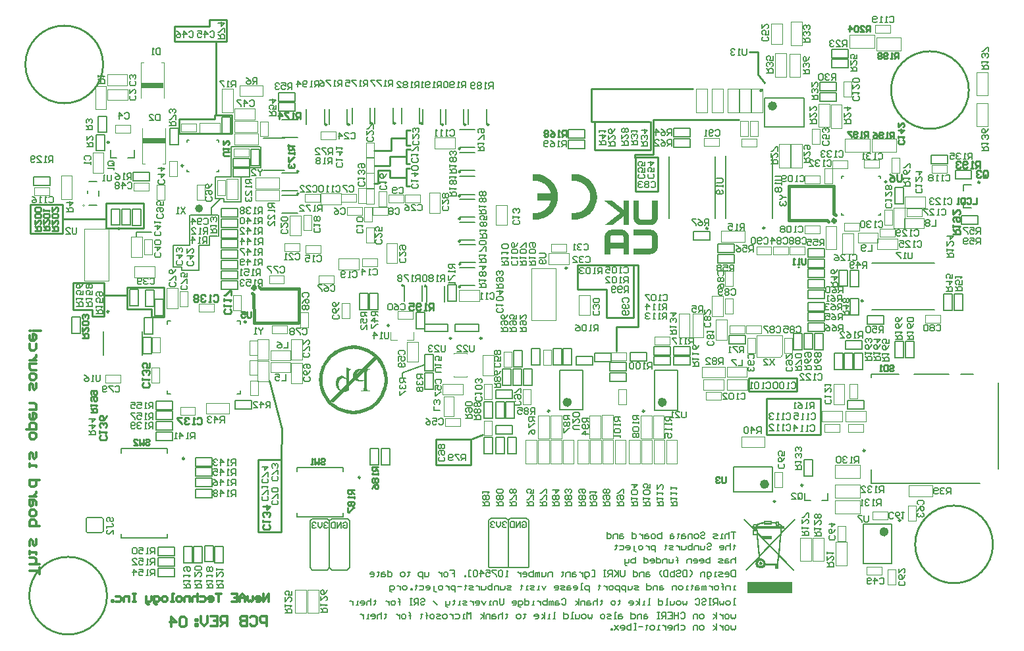
<source format=gbo>
G04*
G04 #@! TF.GenerationSoftware,Altium Limited,Altium Designer,23.11.1 (41)*
G04*
G04 Layer_Color=32896*
%FSLAX44Y44*%
%MOMM*%
G71*
G04*
G04 #@! TF.SameCoordinates,8D0F9430-818D-4280-9ADF-FC2C5230366B*
G04*
G04*
G04 #@! TF.FilePolarity,Positive*
G04*
G01*
G75*
%ADD10C,0.2540*%
%ADD11C,0.2500*%
%ADD12C,0.1000*%
%ADD13C,0.2000*%
%ADD15C,0.2032*%
%ADD16C,0.1270*%
%ADD114C,0.3048*%
%ADD115C,0.5080*%
%ADD183C,0.5000*%
%ADD217C,0.6000*%
%ADD218C,0.1200*%
%ADD219C,0.4000*%
%ADD220R,2.9600X0.6350*%
G36*
X1173766Y803957D02*
X1173035D01*
Y803774D01*
X1172303D01*
Y803592D01*
X1171938D01*
Y803409D01*
X1171572D01*
Y803226D01*
X1171023D01*
Y803043D01*
X1170840D01*
Y802860D01*
X1170475D01*
Y802677D01*
X1170109D01*
Y802494D01*
X1169926D01*
Y802311D01*
X1169743D01*
Y802129D01*
X1169377D01*
Y801946D01*
X1169194D01*
Y801763D01*
X1169012D01*
Y801580D01*
X1168646D01*
Y801214D01*
X1168463D01*
Y801031D01*
X1168280D01*
Y800848D01*
X1168097D01*
Y800665D01*
X1167914D01*
Y800482D01*
X1167731D01*
Y800300D01*
X1167549D01*
Y799934D01*
X1167366D01*
Y799751D01*
X1167183D01*
Y799385D01*
X1167000D01*
Y799019D01*
X1166817D01*
Y798837D01*
X1166634D01*
Y798471D01*
X1166451D01*
Y797922D01*
X1166268D01*
Y797557D01*
X1166086D01*
Y797008D01*
X1165903D01*
Y796093D01*
X1165720D01*
Y794630D01*
X1165537D01*
Y772685D01*
X1172852D01*
Y779817D01*
X1189860D01*
Y772685D01*
X1196992D01*
Y796093D01*
X1196809D01*
Y796825D01*
X1196626D01*
Y797374D01*
X1196443D01*
Y797922D01*
X1196261D01*
Y798288D01*
X1196078D01*
Y798837D01*
X1195895D01*
Y799019D01*
X1195712D01*
Y799385D01*
X1195529D01*
Y799751D01*
X1195346D01*
Y799934D01*
X1195163D01*
Y800117D01*
X1194980D01*
Y800482D01*
X1194798D01*
Y800665D01*
X1194615D01*
Y800848D01*
X1194432D01*
Y801031D01*
X1194249D01*
Y801214D01*
X1194066D01*
Y801397D01*
X1193883D01*
Y801580D01*
X1193700D01*
Y801763D01*
X1193518D01*
Y801946D01*
X1193335D01*
Y802129D01*
X1192969D01*
Y802311D01*
X1192786D01*
Y802494D01*
X1192603D01*
Y802677D01*
X1192237D01*
Y802860D01*
X1191871D01*
Y803043D01*
X1191689D01*
Y803226D01*
X1191140D01*
Y803409D01*
X1190774D01*
Y803592D01*
X1190226D01*
Y803774D01*
X1189677D01*
Y803957D01*
X1188945D01*
Y804140D01*
X1173766D01*
Y803957D01*
D02*
G37*
G36*
X1196992Y832669D02*
Y841448D01*
X1189860D01*
Y830109D01*
X1189494D01*
Y830292D01*
X1189311D01*
Y830475D01*
X1189128D01*
Y830658D01*
X1188945D01*
Y830841D01*
X1188763D01*
Y831023D01*
X1188397D01*
Y831206D01*
X1188214D01*
Y831389D01*
X1188031D01*
Y831572D01*
X1187848D01*
Y831755D01*
X1187482D01*
Y831938D01*
X1187299D01*
Y832121D01*
X1187117D01*
Y832304D01*
X1186751D01*
Y832486D01*
X1186568D01*
Y832669D01*
X1186385D01*
Y832852D01*
X1186202D01*
Y833035D01*
X1186019D01*
Y833218D01*
X1185654D01*
Y833401D01*
X1185471D01*
Y833584D01*
X1185288D01*
Y833767D01*
X1185105D01*
Y833950D01*
X1184739D01*
Y834133D01*
X1184556D01*
Y834315D01*
X1184373D01*
Y834498D01*
X1184008D01*
Y834681D01*
X1183825D01*
Y834864D01*
X1183642D01*
Y835047D01*
X1183459D01*
Y835230D01*
X1183276D01*
Y835413D01*
X1182910D01*
Y835595D01*
X1182728D01*
Y835778D01*
X1182545D01*
Y835961D01*
X1182362D01*
Y836144D01*
X1181996D01*
Y836327D01*
X1181813D01*
Y836510D01*
X1181630D01*
Y836693D01*
X1181264D01*
Y836876D01*
X1181082D01*
Y837058D01*
X1180899D01*
Y837241D01*
X1180716D01*
Y837424D01*
X1180533D01*
Y837607D01*
X1180167D01*
Y837790D01*
X1179984D01*
Y837973D01*
X1179801D01*
Y838156D01*
X1179619D01*
Y838339D01*
X1179253D01*
Y838522D01*
X1179070D01*
Y838705D01*
X1178887D01*
Y838887D01*
X1178521D01*
Y839070D01*
X1178338D01*
Y839253D01*
X1178156D01*
Y839436D01*
X1177973D01*
Y839619D01*
X1177790D01*
Y839802D01*
X1177424D01*
Y839985D01*
X1177241D01*
Y840167D01*
X1177058D01*
Y840350D01*
X1176875D01*
Y840533D01*
X1176510D01*
Y840716D01*
X1176327D01*
Y840899D01*
X1176144D01*
Y841082D01*
X1175778D01*
Y841265D01*
X1175595D01*
Y841448D01*
X1165720D01*
Y841265D01*
X1165903D01*
Y841082D01*
X1166086D01*
Y840899D01*
X1166268D01*
Y840716D01*
X1166451D01*
Y840533D01*
X1166817D01*
Y840350D01*
X1167000D01*
Y840167D01*
X1167183D01*
Y839985D01*
X1167549D01*
Y839802D01*
X1167731D01*
Y839619D01*
X1167914D01*
Y839436D01*
X1168097D01*
Y839253D01*
X1168463D01*
Y839070D01*
X1168646D01*
Y838887D01*
X1168829D01*
Y838705D01*
X1169194D01*
Y838522D01*
X1169377D01*
Y838339D01*
X1169560D01*
Y838156D01*
X1169743D01*
Y837973D01*
X1170109D01*
Y837790D01*
X1170292D01*
Y837607D01*
X1170475D01*
Y837424D01*
X1170658D01*
Y837241D01*
X1171023D01*
Y837058D01*
X1171206D01*
Y836876D01*
X1171389D01*
Y836693D01*
X1171755D01*
Y836510D01*
X1171938D01*
Y836327D01*
X1172121D01*
Y836144D01*
X1172303D01*
Y835961D01*
X1172669D01*
Y835778D01*
X1172852D01*
Y835595D01*
X1173035D01*
Y835413D01*
X1173218D01*
Y835230D01*
X1173584D01*
Y835047D01*
X1173766D01*
Y834864D01*
X1173949D01*
Y834681D01*
X1174132D01*
Y834498D01*
X1174498D01*
Y834315D01*
X1174681D01*
Y834133D01*
X1174864D01*
Y833950D01*
X1175229D01*
Y833767D01*
X1175412D01*
Y833584D01*
X1175595D01*
Y833401D01*
X1175778D01*
Y833218D01*
X1176144D01*
Y833035D01*
X1176327D01*
Y832852D01*
X1176510D01*
Y832669D01*
X1176875D01*
Y832486D01*
X1177058D01*
Y832304D01*
X1177241D01*
Y832121D01*
X1177424D01*
Y831938D01*
X1177790D01*
Y831755D01*
X1177973D01*
Y831572D01*
X1178156D01*
Y831389D01*
X1178338D01*
Y831206D01*
X1178704D01*
Y831023D01*
X1178887D01*
Y830841D01*
X1179070D01*
Y830658D01*
X1179436D01*
Y830475D01*
X1179619D01*
Y830292D01*
X1179801D01*
Y830109D01*
X1179984D01*
Y829926D01*
X1180350D01*
Y829743D01*
X1180533D01*
Y829560D01*
X1180716D01*
Y829378D01*
X1180899D01*
Y829195D01*
X1181264D01*
Y829012D01*
X1181447D01*
Y828829D01*
X1181630D01*
Y828646D01*
X1181813D01*
Y828463D01*
X1182179D01*
Y828280D01*
X1182362D01*
Y828097D01*
X1182545D01*
Y827915D01*
X1182910D01*
Y827732D01*
X1183093D01*
Y827549D01*
X1183276D01*
Y827366D01*
X1183459D01*
Y827183D01*
X1183825D01*
Y827000D01*
X1184008D01*
Y826817D01*
X1184191D01*
Y826634D01*
X1184556D01*
Y826451D01*
X1184739D01*
Y826269D01*
X1184922D01*
Y826086D01*
X1185105D01*
Y825903D01*
X1185471D01*
Y825720D01*
X1185654D01*
Y825537D01*
X1185288D01*
Y825354D01*
X1185105D01*
Y825171D01*
X1184922D01*
Y824988D01*
X1184739D01*
Y824806D01*
X1184373D01*
Y824623D01*
X1184191D01*
Y824440D01*
X1184008D01*
Y824257D01*
X1183825D01*
Y824074D01*
X1183459D01*
Y823891D01*
X1183276D01*
Y823708D01*
X1183093D01*
Y823525D01*
X1182728D01*
Y823343D01*
X1182545D01*
Y823160D01*
X1182362D01*
Y822977D01*
X1182179D01*
Y822794D01*
X1181813D01*
Y822611D01*
X1181630D01*
Y822428D01*
X1181447D01*
Y822245D01*
X1181264D01*
Y822062D01*
X1180899D01*
Y821880D01*
X1180716D01*
Y821697D01*
X1180533D01*
Y821514D01*
X1180167D01*
Y821331D01*
X1179984D01*
Y821148D01*
X1179801D01*
Y820965D01*
X1179619D01*
Y820782D01*
X1179253D01*
Y820599D01*
X1179070D01*
Y820416D01*
X1178887D01*
Y820234D01*
X1178521D01*
Y820051D01*
X1178338D01*
Y819868D01*
X1178156D01*
Y819685D01*
X1177973D01*
Y819502D01*
X1177607D01*
Y819319D01*
X1177424D01*
Y819136D01*
X1177241D01*
Y818953D01*
X1177058D01*
Y818771D01*
X1176693D01*
Y818588D01*
X1176510D01*
Y818405D01*
X1176327D01*
Y818222D01*
X1176144D01*
Y818039D01*
X1175778D01*
Y817856D01*
X1175595D01*
Y817673D01*
X1175412D01*
Y817490D01*
X1175047D01*
Y817308D01*
X1174864D01*
Y817125D01*
X1174681D01*
Y816942D01*
X1174498D01*
Y816759D01*
X1174132D01*
Y816576D01*
X1173949D01*
Y816393D01*
X1173766D01*
Y816210D01*
X1173584D01*
Y816027D01*
X1173218D01*
Y815844D01*
X1173035D01*
Y815662D01*
X1172852D01*
Y815479D01*
X1172486D01*
Y815296D01*
X1172303D01*
Y815113D01*
X1172121D01*
Y814930D01*
X1171938D01*
Y814747D01*
X1171572D01*
Y814564D01*
X1171389D01*
Y814381D01*
X1171206D01*
Y814199D01*
X1170840D01*
Y814016D01*
X1170658D01*
Y813833D01*
X1170475D01*
Y813650D01*
X1170292D01*
Y813467D01*
X1169926D01*
Y813284D01*
X1169743D01*
Y813101D01*
X1169560D01*
Y812918D01*
X1169377D01*
Y812736D01*
X1169012D01*
Y812553D01*
X1168829D01*
Y812370D01*
X1168646D01*
Y812187D01*
X1168463D01*
Y812004D01*
X1168097D01*
Y811821D01*
X1167914D01*
Y811638D01*
X1167731D01*
Y811455D01*
X1167366D01*
Y811273D01*
X1167183D01*
Y811090D01*
X1167000D01*
Y810907D01*
X1166817D01*
Y810724D01*
X1166451D01*
Y810541D01*
X1166268D01*
Y810358D01*
X1166086D01*
Y810175D01*
X1165903D01*
Y809992D01*
X1175778D01*
Y810175D01*
X1175961D01*
Y810358D01*
X1176327D01*
Y810541D01*
X1176510D01*
Y810724D01*
X1176693D01*
Y810907D01*
X1177058D01*
Y811090D01*
X1177241D01*
Y811273D01*
X1177424D01*
Y811455D01*
X1177607D01*
Y811638D01*
X1177973D01*
Y811821D01*
X1178156D01*
Y812004D01*
X1178338D01*
Y812187D01*
X1178521D01*
Y812370D01*
X1178704D01*
Y812553D01*
X1179070D01*
Y812736D01*
X1179253D01*
Y812918D01*
X1179436D01*
Y813101D01*
X1179801D01*
Y813284D01*
X1179984D01*
Y813467D01*
X1180167D01*
Y813650D01*
X1180350D01*
Y813833D01*
X1180716D01*
Y814016D01*
X1180899D01*
Y814199D01*
X1181082D01*
Y814381D01*
X1181264D01*
Y814564D01*
X1181447D01*
Y814747D01*
X1181813D01*
Y814930D01*
X1181996D01*
Y815113D01*
X1182179D01*
Y815296D01*
X1182545D01*
Y815479D01*
X1182728D01*
Y815662D01*
X1182910D01*
Y815844D01*
X1183093D01*
Y816027D01*
X1183459D01*
Y816210D01*
X1183642D01*
Y816393D01*
X1183825D01*
Y816576D01*
X1184008D01*
Y816759D01*
X1184191D01*
Y816942D01*
X1184556D01*
Y817125D01*
X1184739D01*
Y817308D01*
X1184922D01*
Y817490D01*
X1185288D01*
Y817673D01*
X1185471D01*
Y817856D01*
X1185654D01*
Y818039D01*
X1185836D01*
Y818222D01*
X1186202D01*
Y818405D01*
X1186385D01*
Y818588D01*
X1186568D01*
Y818771D01*
X1186751D01*
Y818953D01*
X1186934D01*
Y819136D01*
X1187299D01*
Y819319D01*
X1187482D01*
Y819502D01*
X1187665D01*
Y819685D01*
X1188031D01*
Y819868D01*
X1188214D01*
Y820051D01*
X1188397D01*
Y820234D01*
X1188580D01*
Y820416D01*
X1188945D01*
Y820599D01*
X1189128D01*
Y820782D01*
X1189311D01*
Y820965D01*
X1189494D01*
Y821148D01*
X1189677D01*
Y821331D01*
X1189860D01*
Y809992D01*
X1196992D01*
Y832486D01*
Y832669D01*
D02*
G37*
G36*
X1205405Y772685D02*
X1224790D01*
Y772868D01*
X1226070D01*
Y773051D01*
X1226984D01*
Y773233D01*
X1227533D01*
Y773416D01*
X1227899D01*
Y773599D01*
X1228447D01*
Y773782D01*
X1228813D01*
Y773965D01*
X1229179D01*
Y774148D01*
X1229545D01*
Y774331D01*
X1229728D01*
Y774514D01*
X1229911D01*
Y774697D01*
X1230276D01*
Y774879D01*
X1230459D01*
Y775062D01*
X1230642D01*
Y775245D01*
X1231008D01*
Y775428D01*
X1231191D01*
Y775794D01*
X1231556D01*
Y775977D01*
X1231739D01*
Y776342D01*
X1231922D01*
Y776525D01*
X1232105D01*
Y776708D01*
X1232288D01*
Y777074D01*
X1232471D01*
Y777257D01*
X1232654D01*
Y777440D01*
X1232837D01*
Y777805D01*
X1233019D01*
Y778171D01*
X1233202D01*
Y778537D01*
X1233385D01*
Y779086D01*
X1233568D01*
Y779451D01*
X1233751D01*
Y780000D01*
X1233934D01*
Y780914D01*
X1234117D01*
Y782195D01*
X1234300D01*
Y794630D01*
X1234117D01*
Y796093D01*
X1233934D01*
Y797008D01*
X1233751D01*
Y797557D01*
X1233568D01*
Y797922D01*
X1233385D01*
Y798471D01*
X1233202D01*
Y798837D01*
X1233019D01*
Y799019D01*
X1232837D01*
Y799385D01*
X1232654D01*
Y799751D01*
X1232471D01*
Y799934D01*
X1232288D01*
Y800300D01*
X1232105D01*
Y800482D01*
X1231922D01*
Y800665D01*
X1231739D01*
Y800848D01*
X1231556D01*
Y801031D01*
X1231374D01*
Y801214D01*
X1231191D01*
Y801580D01*
X1230825D01*
Y801763D01*
X1230642D01*
Y801946D01*
X1230459D01*
Y802129D01*
X1230094D01*
Y802311D01*
X1229911D01*
Y802494D01*
X1229728D01*
Y802677D01*
X1229362D01*
Y802860D01*
X1228996D01*
Y803043D01*
X1228813D01*
Y803226D01*
X1228265D01*
Y803409D01*
X1227899D01*
Y803592D01*
X1227533D01*
Y803774D01*
X1226802D01*
Y803957D01*
X1226070D01*
Y804140D01*
X1202844D01*
Y797008D01*
X1225156D01*
Y796825D01*
X1225521D01*
Y796642D01*
X1225887D01*
Y796459D01*
X1226070D01*
Y796276D01*
X1226253D01*
Y796093D01*
X1226436D01*
Y795910D01*
X1226619D01*
Y795545D01*
X1226802D01*
Y795179D01*
X1226984D01*
Y781829D01*
X1226802D01*
Y781463D01*
X1226619D01*
Y781097D01*
X1226436D01*
Y780914D01*
X1226253D01*
Y780732D01*
X1226070D01*
Y780549D01*
X1225887D01*
Y780366D01*
X1225521D01*
Y780183D01*
X1225156D01*
Y780000D01*
X1202844D01*
Y772685D01*
X1205222D01*
X1205405D01*
D02*
G37*
G36*
X1209977Y827000D02*
Y841448D01*
X1202844D01*
Y818039D01*
X1203027D01*
Y817308D01*
X1203210D01*
Y816759D01*
X1203393D01*
Y816210D01*
X1203576D01*
Y815844D01*
X1203759D01*
Y815296D01*
X1203942D01*
Y815113D01*
X1204125D01*
Y814747D01*
X1204307D01*
Y814381D01*
X1204490D01*
Y814199D01*
X1204673D01*
Y814016D01*
X1204856D01*
Y813650D01*
X1205039D01*
Y813467D01*
X1205222D01*
Y813284D01*
X1205405D01*
Y813101D01*
X1205587D01*
Y812918D01*
X1205770D01*
Y812736D01*
X1205953D01*
Y812553D01*
X1206136D01*
Y812370D01*
X1206319D01*
Y812187D01*
X1206502D01*
Y812004D01*
X1206868D01*
Y811821D01*
X1207051D01*
Y811638D01*
X1207234D01*
Y811455D01*
X1207599D01*
Y811273D01*
X1207965D01*
Y811090D01*
X1208148D01*
Y810907D01*
X1208697D01*
Y810724D01*
X1209062D01*
Y810541D01*
X1209611D01*
Y810358D01*
X1210160D01*
Y810175D01*
X1210891D01*
Y809992D01*
X1226070D01*
Y810175D01*
X1226802D01*
Y810358D01*
X1227533D01*
Y810541D01*
X1227899D01*
Y810724D01*
X1228265D01*
Y810907D01*
X1228813D01*
Y811090D01*
X1228996D01*
Y811273D01*
X1229362D01*
Y811455D01*
X1229728D01*
Y811638D01*
X1229911D01*
Y811821D01*
X1230094D01*
Y812004D01*
X1230459D01*
Y812187D01*
X1230642D01*
Y812370D01*
X1230825D01*
Y812553D01*
X1231191D01*
Y812918D01*
X1231374D01*
Y813101D01*
X1231556D01*
Y813284D01*
X1231739D01*
Y813467D01*
X1231922D01*
Y813650D01*
X1232105D01*
Y813833D01*
X1232288D01*
Y814199D01*
X1232471D01*
Y814381D01*
X1232654D01*
Y814747D01*
X1232837D01*
Y815113D01*
X1233019D01*
Y815296D01*
X1233202D01*
Y815662D01*
X1233385D01*
Y816210D01*
X1233568D01*
Y816576D01*
X1233751D01*
Y817125D01*
X1233934D01*
Y818039D01*
X1234117D01*
Y819502D01*
X1234300D01*
Y841448D01*
X1226984D01*
Y818953D01*
X1226802D01*
Y818588D01*
X1226619D01*
Y818222D01*
X1226436D01*
Y818039D01*
X1226253D01*
Y817856D01*
X1226070D01*
Y817673D01*
X1225887D01*
Y817490D01*
X1225521D01*
Y817308D01*
X1225156D01*
Y817125D01*
X1211988D01*
Y817308D01*
X1211440D01*
Y817490D01*
X1211074D01*
Y817673D01*
X1210891D01*
Y817856D01*
X1210708D01*
Y818039D01*
X1210525D01*
Y818222D01*
X1210342D01*
Y818588D01*
X1210160D01*
Y819136D01*
X1209977D01*
Y826817D01*
Y827000D01*
D02*
G37*
G36*
X1128752Y875887D02*
X1130921Y875622D01*
X1132985Y875199D01*
X1134942Y874617D01*
X1136794Y873982D01*
X1138487Y873241D01*
X1140127Y872448D01*
X1141556Y871654D01*
X1142879Y870861D01*
X1144043Y870067D01*
X1145048Y869326D01*
X1145894Y868691D01*
X1146529Y868109D01*
X1147006Y867686D01*
X1147323Y867421D01*
X1147429Y867316D01*
X1148963Y865676D01*
X1150286Y863930D01*
X1151450Y862184D01*
X1152402Y860438D01*
X1153249Y858639D01*
X1153937Y856946D01*
X1154519Y855253D01*
X1154995Y853665D01*
X1155312Y852184D01*
X1155577Y850808D01*
X1155788Y849591D01*
X1155894Y848533D01*
X1155947Y848057D01*
X1156000Y847634D01*
Y847316D01*
X1156053Y846999D01*
Y846787D01*
Y846629D01*
Y846523D01*
Y846470D01*
X1155947Y844248D01*
X1155683Y842078D01*
X1155259Y840015D01*
X1154677Y838057D01*
X1154042Y836206D01*
X1153302Y834513D01*
X1152561Y832925D01*
X1151714Y831444D01*
X1150921Y830174D01*
X1150180Y829010D01*
X1149439Y828005D01*
X1148752Y827158D01*
X1148223Y826524D01*
X1147799Y825994D01*
X1147535Y825730D01*
X1147429Y825624D01*
X1145789Y824090D01*
X1144043Y822767D01*
X1142297Y821603D01*
X1140498Y820651D01*
X1138752Y819804D01*
X1137006Y819116D01*
X1135313Y818534D01*
X1133726Y818058D01*
X1132244Y817741D01*
X1130869Y817476D01*
X1129652Y817264D01*
X1128594Y817159D01*
X1128117Y817106D01*
X1127694Y817053D01*
X1127377D01*
X1127059Y817000D01*
X1125419D01*
X1124943Y817053D01*
X1124096D01*
X1123832Y817106D01*
X1123567D01*
Y826047D01*
X1124573Y825941D01*
X1125102Y825889D01*
X1125525D01*
X1125948Y825836D01*
X1126530D01*
X1128117Y825889D01*
X1129599Y826100D01*
X1131027Y826418D01*
X1132403Y826788D01*
X1133673Y827211D01*
X1134890Y827740D01*
X1136001Y828269D01*
X1137006Y828851D01*
X1137958Y829433D01*
X1138752Y829962D01*
X1139440Y830492D01*
X1140022Y830915D01*
X1140498Y831338D01*
X1140868Y831603D01*
X1141080Y831814D01*
X1141133Y831867D01*
X1142191Y833031D01*
X1143143Y834248D01*
X1143937Y835465D01*
X1144625Y836735D01*
X1145207Y837952D01*
X1145683Y839168D01*
X1146106Y840332D01*
X1146424Y841444D01*
X1146635Y842502D01*
X1146847Y843454D01*
X1146953Y844301D01*
X1147058Y845041D01*
X1147111Y845623D01*
X1147164Y846099D01*
Y846364D01*
Y846470D01*
X1147111Y848057D01*
X1146900Y849538D01*
X1146582Y851020D01*
X1146212Y852396D01*
X1145789Y853665D01*
X1145260Y854882D01*
X1144731Y855993D01*
X1144149Y856999D01*
X1143567Y857898D01*
X1143037Y858692D01*
X1142508Y859432D01*
X1142085Y860014D01*
X1141662Y860438D01*
X1141397Y860808D01*
X1141186Y861020D01*
X1141133Y861072D01*
X1139969Y862131D01*
X1138752Y863083D01*
X1137535Y863877D01*
X1136265Y864617D01*
X1135048Y865199D01*
X1133831Y865676D01*
X1132667Y866099D01*
X1131556Y866416D01*
X1130498Y866628D01*
X1129546Y866840D01*
X1128699Y866998D01*
X1127959Y867051D01*
X1127377Y867104D01*
X1126900Y867157D01*
X1126530D01*
X1125419Y867104D01*
X1124943D01*
X1124467Y867051D01*
X1124096Y866998D01*
X1123832D01*
X1123620Y866945D01*
X1123567D01*
Y875834D01*
X1124573Y875940D01*
X1125049D01*
X1125525Y875993D01*
X1126530D01*
X1128752Y875887D01*
D02*
G37*
G36*
X1078595Y875887D02*
X1080764Y875622D01*
X1082828Y875199D01*
X1084786Y874617D01*
X1086637Y873982D01*
X1088330Y873241D01*
X1089918Y872448D01*
X1091399Y871654D01*
X1092669Y870861D01*
X1093833Y870067D01*
X1094838Y869326D01*
X1095685Y868691D01*
X1096320Y868109D01*
X1096849Y867686D01*
X1097113Y867421D01*
X1097219Y867316D01*
X1098753Y865676D01*
X1100076Y863930D01*
X1101240Y862184D01*
X1102192Y860438D01*
X1103039Y858639D01*
X1103727Y856946D01*
X1104309Y855253D01*
X1104785Y853665D01*
X1105102Y852184D01*
X1105367Y850808D01*
X1105579Y849591D01*
X1105684Y848533D01*
X1105737Y848057D01*
X1105790Y847634D01*
Y847316D01*
X1105843Y846999D01*
Y846787D01*
Y846629D01*
Y846523D01*
Y846470D01*
X1105737Y844248D01*
X1105473Y842078D01*
X1105049Y840015D01*
X1104467Y838057D01*
X1103832Y836206D01*
X1103092Y834513D01*
X1102351Y832925D01*
X1101505Y831444D01*
X1100711Y830174D01*
X1099970Y829010D01*
X1099230Y828005D01*
X1098542Y827158D01*
X1098013Y826524D01*
X1097589Y825994D01*
X1097325Y825730D01*
X1097219Y825624D01*
X1095579Y824090D01*
X1093833Y822767D01*
X1092087Y821603D01*
X1090341Y820651D01*
X1088542Y819804D01*
X1086849Y819116D01*
X1085156Y818534D01*
X1083569Y818058D01*
X1082087Y817741D01*
X1080712Y817476D01*
X1079495Y817264D01*
X1078437Y817159D01*
X1077960Y817106D01*
X1077537Y817053D01*
X1077220D01*
X1076902Y817000D01*
X1075262D01*
X1074786Y817053D01*
X1073939D01*
X1073675Y817106D01*
X1073410D01*
X1073463Y826047D01*
X1074469Y825941D01*
X1074945Y825889D01*
X1075421D01*
X1075791Y825836D01*
X1076373D01*
X1077696Y825889D01*
X1079019Y826047D01*
X1080288Y826259D01*
X1081452Y826523D01*
X1082616Y826894D01*
X1083674Y827264D01*
X1084680Y827687D01*
X1085579Y828111D01*
X1086426Y828534D01*
X1087166Y828957D01*
X1087801Y829328D01*
X1088330Y829698D01*
X1088754Y829962D01*
X1089071Y830174D01*
X1089283Y830333D01*
X1089336Y830386D01*
X1090341Y831285D01*
X1091293Y832185D01*
X1092087Y833137D01*
X1092828Y834142D01*
X1093515Y835095D01*
X1094097Y836100D01*
X1094626Y837052D01*
X1095050Y837952D01*
X1095420Y838798D01*
X1095738Y839592D01*
X1096002Y840280D01*
X1096214Y840915D01*
X1096373Y841391D01*
X1096478Y841761D01*
X1096531Y841973D01*
Y842078D01*
X1079283Y842078D01*
Y850914D01*
X1096531Y850914D01*
X1096214Y852237D01*
X1095790Y853454D01*
X1095314Y854671D01*
X1094785Y855782D01*
X1094203Y856787D01*
X1093621Y857739D01*
X1092986Y858639D01*
X1092404Y859432D01*
X1091822Y860173D01*
X1091240Y860808D01*
X1090764Y861337D01*
X1090288Y861760D01*
X1089918Y862131D01*
X1089653Y862395D01*
X1089442Y862554D01*
X1089389Y862607D01*
X1088278Y863400D01*
X1087166Y864088D01*
X1086055Y864723D01*
X1084944Y865252D01*
X1083833Y865676D01*
X1082775Y866046D01*
X1081717Y866363D01*
X1080712Y866575D01*
X1079812Y866787D01*
X1078966Y866892D01*
X1078225Y866998D01*
X1077590Y867104D01*
X1077061D01*
X1076691Y867157D01*
X1076373D01*
X1075262Y867104D01*
X1074786D01*
X1074310Y867051D01*
X1073939Y866998D01*
X1073675D01*
X1073463Y866945D01*
X1073410D01*
Y875834D01*
X1074045Y875887D01*
X1074574Y875940D01*
X1075103D01*
X1075527Y875993D01*
X1076373D01*
X1078595Y875887D01*
D02*
G37*
G36*
X1411000Y430759D02*
X1393064Y412082D01*
X1392535Y407056D01*
X1391424Y394834D01*
X1390524Y386051D01*
X1409730Y366316D01*
X1408407Y365047D01*
X1390366Y383564D01*
X1389308Y372189D01*
X1388726D01*
Y367851D01*
X1384705D01*
Y372189D01*
X1372271D01*
X1371795Y371343D01*
X1371213Y370496D01*
X1370314Y369544D01*
X1369150Y368750D01*
X1367827Y368327D01*
X1366557Y368168D01*
X1365234Y368221D01*
X1364282Y368486D01*
X1363171Y368962D01*
X1362219Y369544D01*
X1361478Y370285D01*
X1360737Y371343D01*
X1360208Y372507D01*
X1359891Y373618D01*
X1359785Y374517D01*
X1359891Y375628D01*
X1360049Y376475D01*
X1360367Y377268D01*
X1360843Y378168D01*
X1361372Y378909D01*
X1362113Y379596D01*
X1362906Y380125D01*
X1363647Y380496D01*
X1363541Y381448D01*
X1347722Y365047D01*
X1346399Y366369D01*
X1363383Y383935D01*
X1362007Y399278D01*
X1361055Y410389D01*
X1355975D01*
Y417532D01*
X1357298D01*
X1344442Y430759D01*
X1345764Y432028D01*
X1357880Y419542D01*
Y420442D01*
X1357616Y420653D01*
X1357298Y420865D01*
X1356981Y421182D01*
X1356663Y421553D01*
X1356505Y422029D01*
X1356346Y422452D01*
X1356293Y422981D01*
X1356399Y423669D01*
X1356557Y424039D01*
X1357034Y424780D01*
X1357563Y425256D01*
X1358250Y425574D01*
X1358991Y425679D01*
X1359732Y425574D01*
X1360367Y425309D01*
X1360896Y424992D01*
X1361160Y424674D01*
X1361637Y425097D01*
X1362430Y425626D01*
X1363383Y426103D01*
X1364758Y426632D01*
X1366240Y427055D01*
X1367721Y427372D01*
X1369308Y427637D01*
X1370578Y427796D01*
Y429383D01*
X1380737D01*
Y428007D01*
X1381530D01*
X1382853Y427849D01*
X1384228Y427690D01*
X1385551Y427478D01*
Y428325D01*
X1389942D01*
Y426261D01*
X1390472Y425997D01*
X1391159Y425679D01*
X1391953Y425203D01*
X1392588Y424780D01*
X1393170Y424251D01*
X1393593Y423881D01*
X1393858Y423510D01*
X1394069Y423087D01*
X1393963Y422346D01*
X1396503D01*
Y419119D01*
X1393699D01*
X1393276Y414939D01*
X1409677Y432028D01*
X1411000Y430759D01*
D02*
G37*
G36*
X1407138Y350391D02*
Y350126D01*
Y349756D01*
Y349386D01*
Y348963D01*
Y348592D01*
Y348328D01*
Y348275D01*
Y348222D01*
Y346476D01*
Y345629D01*
Y344836D01*
Y344201D01*
Y343672D01*
Y343460D01*
Y343301D01*
Y343248D01*
Y343195D01*
Y342190D01*
Y341291D01*
Y340444D01*
Y339704D01*
Y339069D01*
Y338645D01*
Y338328D01*
Y338275D01*
Y338222D01*
Y337481D01*
Y336952D01*
Y336529D01*
Y336264D01*
Y336106D01*
Y336053D01*
Y336000D01*
X1349309D01*
Y336106D01*
Y336370D01*
Y336688D01*
Y337111D01*
Y337534D01*
Y337852D01*
Y338116D01*
Y338222D01*
Y339968D01*
Y340815D01*
Y341555D01*
Y342243D01*
Y342719D01*
Y342931D01*
Y343090D01*
Y343143D01*
Y343195D01*
Y344201D01*
Y345153D01*
Y346000D01*
Y346740D01*
Y347375D01*
Y347851D01*
Y348116D01*
Y348222D01*
Y348645D01*
Y348963D01*
Y349544D01*
Y349968D01*
Y350232D01*
Y350391D01*
Y350444D01*
Y350497D01*
X1407138D01*
Y350391D01*
D02*
G37*
G36*
X844462Y655224D02*
X846155Y655118D01*
X847795Y654959D01*
X849382Y654695D01*
X850969Y654430D01*
X852451Y654060D01*
X855414Y653266D01*
X858165Y652261D01*
X860758Y651150D01*
X863138Y649986D01*
X864249Y649404D01*
X865308Y648769D01*
X866313Y648187D01*
X867265Y647552D01*
X868165Y646970D01*
X869011Y646388D01*
X869805Y645806D01*
X870546Y645277D01*
X871180Y644748D01*
X871762Y644272D01*
X872291Y643849D01*
X872768Y643478D01*
X873191Y643108D01*
X873508Y642843D01*
X873773Y642579D01*
X873932Y642420D01*
X874037Y642314D01*
X874090Y642261D01*
X875254Y641044D01*
X876365Y639775D01*
X877371Y638505D01*
X878376Y637182D01*
X879222Y635859D01*
X880069Y634590D01*
X880863Y633214D01*
X881550Y631891D01*
X882185Y630569D01*
X882820Y629246D01*
X883826Y626654D01*
X884725Y624167D01*
X885360Y621786D01*
X885942Y619511D01*
X886153Y618453D01*
X886312Y617447D01*
X886471Y616548D01*
X886630Y615649D01*
X886736Y614802D01*
X886788Y614061D01*
X886841Y613373D01*
X886894Y612791D01*
X886947Y612262D01*
Y611786D01*
X887000Y611469D01*
Y611204D01*
Y611045D01*
Y610993D01*
X886947Y609300D01*
X886841Y607607D01*
X886683Y605966D01*
X886418Y604379D01*
X886153Y602792D01*
X885783Y601310D01*
X884989Y598348D01*
X883984Y595596D01*
X882926Y593004D01*
X881762Y590623D01*
X881127Y589512D01*
X880545Y588454D01*
X879963Y587449D01*
X879328Y586496D01*
X878746Y585597D01*
X878164Y584750D01*
X877635Y583956D01*
X877106Y583216D01*
X876577Y582581D01*
X876101Y581999D01*
X875678Y581470D01*
X875254Y580994D01*
X874937Y580570D01*
X874620Y580253D01*
X874408Y579988D01*
X874249Y579830D01*
X874143Y579724D01*
X874090Y579671D01*
X872874Y578507D01*
X871604Y577396D01*
X870334Y576338D01*
X869011Y575385D01*
X867689Y574486D01*
X866366Y573639D01*
X865043Y572899D01*
X863720Y572158D01*
X862398Y571523D01*
X861075Y570941D01*
X858483Y569883D01*
X855943Y569036D01*
X853562Y568349D01*
X851340Y567820D01*
X850282Y567555D01*
X849277Y567396D01*
X848324Y567238D01*
X847425Y567132D01*
X846578Y566973D01*
X845837Y566920D01*
X845150Y566867D01*
X844568Y566814D01*
X844038Y566761D01*
X843562D01*
X843245Y566708D01*
X842769D01*
X841076Y566761D01*
X839383Y566867D01*
X837742Y567026D01*
X836155Y567290D01*
X834621Y567555D01*
X833086Y567925D01*
X830177Y568719D01*
X827425Y569724D01*
X824833Y570835D01*
X822452Y571999D01*
X821341Y572581D01*
X820283Y573216D01*
X819277Y573798D01*
X818325Y574380D01*
X817426Y575015D01*
X816579Y575597D01*
X815786Y576126D01*
X815045Y576655D01*
X814410Y577184D01*
X813828Y577660D01*
X813299Y578084D01*
X812823Y578454D01*
X812399Y578824D01*
X812082Y579142D01*
X811817Y579353D01*
X811659Y579512D01*
X811553Y579618D01*
X811500Y579671D01*
X810336Y580888D01*
X809225Y582158D01*
X808167Y583427D01*
X807214Y584750D01*
X806315Y586073D01*
X805469Y587396D01*
X804675Y588718D01*
X803987Y590041D01*
X803299Y591364D01*
X802717Y592686D01*
X801659Y595279D01*
X800813Y597818D01*
X800125Y600199D01*
X799596Y602421D01*
X799331Y603480D01*
X799172Y604485D01*
X799014Y605437D01*
X798855Y606337D01*
X798749Y607183D01*
X798696Y607924D01*
X798643Y608612D01*
X798590Y609194D01*
X798538Y609723D01*
X798485Y610199D01*
Y610516D01*
Y610781D01*
Y610940D01*
Y610993D01*
X798538Y612686D01*
X798643Y614379D01*
X798802Y616019D01*
X799067Y617606D01*
X799331Y619141D01*
X799702Y620675D01*
X800495Y623585D01*
X801500Y626336D01*
X802611Y628928D01*
X803775Y631309D01*
X804357Y632420D01*
X804992Y633479D01*
X805574Y634484D01*
X806209Y635436D01*
X806791Y636336D01*
X807373Y637182D01*
X807955Y637976D01*
X808484Y638717D01*
X809013Y639351D01*
X809490Y639933D01*
X809913Y640462D01*
X810283Y640939D01*
X810653Y641362D01*
X810918Y641679D01*
X811182Y641944D01*
X811341Y642103D01*
X811447Y642208D01*
X811500Y642261D01*
X812717Y643425D01*
X813987Y644536D01*
X815257Y645595D01*
X816579Y646547D01*
X817902Y647446D01*
X819172Y648293D01*
X820547Y649087D01*
X821870Y649774D01*
X823193Y650462D01*
X824515Y651044D01*
X827108Y652102D01*
X829595Y652949D01*
X831975Y653637D01*
X834250Y654166D01*
X835309Y654430D01*
X836314Y654589D01*
X837213Y654748D01*
X838113Y654906D01*
X838959Y655012D01*
X839700Y655065D01*
X840388Y655118D01*
X840970Y655171D01*
X841499Y655224D01*
X841975Y655277D01*
X842769D01*
X844462Y655224D01*
D02*
G37*
%LPC*%
G36*
X1174681Y797008D02*
X1187848D01*
Y796825D01*
X1188397D01*
Y796642D01*
X1188763D01*
Y796459D01*
X1188945D01*
Y796276D01*
X1189128D01*
Y796093D01*
X1189311D01*
Y795910D01*
X1189494D01*
Y795545D01*
X1189677D01*
Y794996D01*
X1189860D01*
Y787132D01*
X1172852D01*
Y795179D01*
X1173035D01*
Y795545D01*
X1173218D01*
Y795910D01*
X1173401D01*
Y796093D01*
X1173584D01*
Y796276D01*
X1173766D01*
Y796459D01*
X1173949D01*
Y796642D01*
X1174315D01*
Y796825D01*
X1174681D01*
Y797008D01*
D02*
G37*
G36*
X1378832Y427584D02*
X1372377D01*
Y426526D01*
X1378832D01*
Y427584D01*
D02*
G37*
G36*
X1380737Y426103D02*
Y424674D01*
X1370578D01*
Y425891D01*
X1368462Y425574D01*
X1366557Y425097D01*
X1364970Y424674D01*
X1363700Y424092D01*
X1362695Y423510D01*
X1361954Y422822D01*
Y422346D01*
X1385551D01*
Y425468D01*
X1384123Y425732D01*
X1382535Y425944D01*
X1380737Y426103D01*
D02*
G37*
G36*
X1388144Y426526D02*
X1387403D01*
Y424092D01*
X1388091D01*
X1388144Y426526D01*
D02*
G37*
G36*
X1389942Y424145D02*
Y422346D01*
X1392112D01*
X1392165Y422664D01*
X1391636Y423193D01*
X1390948Y423669D01*
X1389942Y424145D01*
D02*
G37*
G36*
X1359256Y423828D02*
X1359097D01*
X1358780Y423775D01*
X1358568Y423669D01*
X1358356Y423563D01*
X1358250Y423404D01*
X1358145Y423087D01*
Y422981D01*
Y422928D01*
X1358198Y422611D01*
X1358303Y422399D01*
X1358462Y422240D01*
X1358621Y422135D01*
X1358938Y422029D01*
X1359097D01*
X1359415Y422082D01*
X1359626Y422187D01*
X1359785Y422293D01*
X1359891Y422505D01*
X1359996Y422769D01*
Y422875D01*
Y422928D01*
X1359944Y423246D01*
X1359838Y423457D01*
X1359732Y423616D01*
X1359520Y423722D01*
X1359256Y423828D01*
D02*
G37*
G36*
X1361372Y415733D02*
X1357827D01*
Y412241D01*
X1361372D01*
Y415733D01*
D02*
G37*
G36*
X1379096Y407743D02*
X1369573D01*
Y407161D01*
X1379096D01*
Y407743D01*
D02*
G37*
G36*
X1391847Y419119D02*
X1362219D01*
X1362377Y417532D01*
X1363171D01*
Y414145D01*
X1367615Y409595D01*
X1380948D01*
X1380948Y405363D01*
X1371742D01*
X1377879Y399014D01*
X1391265Y412929D01*
X1391847Y419119D01*
D02*
G37*
G36*
X1391001Y409966D02*
X1379149Y397691D01*
X1388884Y387691D01*
X1391001Y409966D01*
D02*
G37*
G36*
X1363171Y411500D02*
Y410389D01*
X1362959D01*
X1365076Y385734D01*
X1376610Y397691D01*
X1369150Y405363D01*
X1367615D01*
Y406897D01*
X1363171Y411500D01*
D02*
G37*
G36*
X1377879Y396368D02*
X1365287Y383300D01*
X1365499Y381025D01*
X1366346Y381078D01*
X1367298Y381025D01*
X1368462Y380707D01*
X1369573Y380125D01*
X1370419Y379543D01*
X1371213Y378750D01*
X1371901Y377745D01*
X1372483Y376475D01*
X1372747Y375046D01*
X1372695Y374094D01*
X1387615D01*
X1388673Y385257D01*
X1377879Y396368D01*
D02*
G37*
G36*
X1366610Y377850D02*
X1366293D01*
X1365711Y377798D01*
X1365234Y377692D01*
X1364811Y377533D01*
X1364441Y377374D01*
X1364123Y377110D01*
X1363912Y376845D01*
X1363488Y376263D01*
X1363277Y375628D01*
X1363171Y375152D01*
X1363118Y374940D01*
Y374782D01*
Y374676D01*
Y374623D01*
X1363171Y374041D01*
X1363277Y373565D01*
X1363436Y373142D01*
X1363594Y372771D01*
X1363859Y372507D01*
X1364123Y372242D01*
X1364705Y371872D01*
X1365287Y371607D01*
X1365816Y371501D01*
X1365975Y371449D01*
X1366293D01*
X1366875Y371501D01*
X1367351Y371607D01*
X1367774Y371766D01*
X1368144Y371925D01*
X1368462Y372189D01*
X1368726Y372454D01*
X1369097Y373036D01*
X1369361Y373618D01*
X1369467Y374147D01*
X1369520Y374305D01*
Y374464D01*
Y374570D01*
Y374623D01*
X1369467Y375205D01*
X1369361Y375681D01*
X1369203Y376104D01*
X1368991Y376475D01*
X1368779Y376792D01*
X1368515Y377057D01*
X1367880Y377427D01*
X1367298Y377692D01*
X1366769Y377798D01*
X1366610Y377850D01*
D02*
G37*
G36*
X1386927Y372242D02*
X1386503D01*
Y369650D01*
X1386927D01*
Y372242D01*
D02*
G37*
%LPD*%
G36*
X1367033Y376686D02*
X1367562Y376475D01*
X1367933Y376104D01*
X1368197Y375734D01*
X1368356Y375311D01*
X1368409Y374940D01*
X1368462Y374729D01*
Y374623D01*
X1368356Y373935D01*
X1368144Y373406D01*
X1367774Y373036D01*
X1367351Y372771D01*
X1366980Y372612D01*
X1366610Y372560D01*
X1366398Y372507D01*
X1366293D01*
X1365605Y372612D01*
X1365076Y372824D01*
X1364705Y373195D01*
X1364441Y373565D01*
X1364282Y373935D01*
X1364229Y374305D01*
X1364176Y374517D01*
Y374623D01*
X1364282Y375364D01*
X1364494Y375893D01*
X1364864Y376263D01*
X1365234Y376528D01*
X1365605Y376686D01*
X1365975Y376739D01*
X1366187Y376792D01*
X1366293D01*
X1367033Y376686D01*
D02*
G37*
%LPC*%
G36*
X1366346Y374940D02*
X1366293D01*
X1366081Y374888D01*
X1366028Y374782D01*
X1365975Y374676D01*
Y374623D01*
X1366028Y374464D01*
X1366134Y374358D01*
X1366240Y374305D01*
X1366293D01*
X1366451Y374358D01*
X1366557Y374464D01*
X1366610Y374570D01*
Y374623D01*
X1366557Y374835D01*
X1366451Y374888D01*
X1366346Y374940D01*
D02*
G37*
G36*
X869276Y640727D02*
X869249Y640701D01*
X869805Y640198D01*
X870916Y639140D01*
X869276Y640727D01*
D02*
G37*
G36*
X870916Y639140D02*
X870971Y639083D01*
X870969Y639087D01*
X870916Y639140D01*
D02*
G37*
G36*
X851869Y623320D02*
X851234Y623109D01*
X850652Y622897D01*
X850440Y622791D01*
X850282Y622738D01*
X850176Y622632D01*
X850123D01*
X849647Y622315D01*
X849171Y621945D01*
X848800Y621521D01*
X848483Y621151D01*
X848218Y620781D01*
X848060Y620463D01*
X847954Y620252D01*
X847901Y620199D01*
X847636Y619617D01*
X847478Y619246D01*
X847425Y618982D01*
X847372Y618876D01*
X851869Y623320D01*
D02*
G37*
G36*
X856207Y621363D02*
X848007Y613215D01*
X848271Y612791D01*
X848536Y612474D01*
X848695Y612262D01*
X848747Y612210D01*
X849382Y611628D01*
X850070Y611151D01*
X850705Y610834D01*
X851287Y610622D01*
X851816Y610517D01*
X852239Y610463D01*
X852504Y610411D01*
X852610D01*
X853086Y610463D01*
X853615Y610517D01*
X853827D01*
X853985Y610569D01*
X854144D01*
X854832Y610622D01*
X855520Y610728D01*
X855784Y610781D01*
X855996Y610834D01*
X856154Y610887D01*
X856207D01*
Y621363D01*
D02*
G37*
G36*
X829753Y613215D02*
X829330D01*
X828536Y613109D01*
X827849Y612897D01*
X827214Y612580D01*
X826632Y612210D01*
X826156Y611839D01*
X825838Y611522D01*
X825574Y611310D01*
X825521Y611204D01*
X824939Y610358D01*
X824515Y609405D01*
X824198Y608453D01*
X823986Y607501D01*
X823880Y606654D01*
X823828Y606284D01*
X823775Y605966D01*
Y605702D01*
Y605490D01*
Y605384D01*
Y605331D01*
X823828Y603903D01*
X824039Y602633D01*
X824304Y601522D01*
X824621Y600676D01*
X824992Y599988D01*
X825256Y599512D01*
X825468Y599194D01*
X825521Y599088D01*
X825838Y598612D01*
X826156Y598295D01*
X826420Y598030D01*
X826473Y597977D01*
X826526D01*
X833880Y605279D01*
Y610940D01*
X833351Y611416D01*
X832928Y611786D01*
X832505Y612051D01*
X832187Y612315D01*
X831923Y612474D01*
X831764Y612580D01*
X831658Y612686D01*
X831605D01*
X830759Y613003D01*
X830388Y613109D01*
X830018Y613162D01*
X829753Y613215D01*
D02*
G37*
G36*
X843509Y650833D02*
X842769D01*
X841234Y650780D01*
X839753Y650727D01*
X838271Y650568D01*
X836843Y650356D01*
X834039Y649774D01*
X831394Y649034D01*
X828907Y648134D01*
X826632Y647129D01*
X824463Y646071D01*
X822505Y645013D01*
X820759Y643902D01*
X819912Y643372D01*
X819172Y642843D01*
X818484Y642314D01*
X817849Y641838D01*
X817214Y641415D01*
X816685Y640992D01*
X816209Y640568D01*
X815786Y640198D01*
X815468Y639933D01*
X815151Y639669D01*
X814939Y639404D01*
X814780Y639299D01*
X814675Y639193D01*
X814622Y639140D01*
X813563Y638029D01*
X812558Y636918D01*
X811606Y635754D01*
X810759Y634590D01*
X809966Y633426D01*
X809225Y632209D01*
X808484Y631045D01*
X807849Y629828D01*
X806738Y627447D01*
X805786Y625119D01*
X804992Y622844D01*
X804410Y620728D01*
X803881Y618664D01*
X803564Y616813D01*
X803405Y615966D01*
X803299Y615172D01*
X803193Y614432D01*
X803088Y613744D01*
X803035Y613162D01*
X802982Y612580D01*
Y612104D01*
X802929Y611733D01*
Y611416D01*
Y611204D01*
Y611045D01*
Y610993D01*
X802982Y609458D01*
X803035Y607977D01*
X803193Y606495D01*
X803405Y605067D01*
X803987Y602263D01*
X804728Y599617D01*
X805627Y597131D01*
X806632Y594803D01*
X807691Y592686D01*
X808749Y590729D01*
X809860Y588930D01*
X810389Y588136D01*
X810918Y587343D01*
X811447Y586655D01*
X811923Y586020D01*
X812346Y585438D01*
X812770Y584856D01*
X813069Y584520D01*
X813034Y584486D01*
X813842Y583622D01*
X814092Y583322D01*
X814215Y583224D01*
X814446Y582977D01*
X814463Y582951D01*
X814569Y582845D01*
X814622Y582793D01*
X815733Y581734D01*
X816844Y580729D01*
X818008Y579830D01*
X819172Y578930D01*
X820336Y578137D01*
X821553Y577396D01*
X822717Y576708D01*
X823933Y576073D01*
X826314Y574962D01*
X828642Y574010D01*
X830917Y573216D01*
X833034Y572634D01*
X835097Y572105D01*
X836949Y571788D01*
X837795Y571629D01*
X838589Y571523D01*
X839330Y571417D01*
X840017Y571311D01*
X840600Y571259D01*
X841181Y571206D01*
X841658D01*
X842028Y571153D01*
X842769D01*
X844303Y571206D01*
X845785Y571311D01*
X847266Y571417D01*
X848695Y571629D01*
X851499Y572211D01*
X854091Y572952D01*
X856578Y573851D01*
X858906Y574856D01*
X861075Y575914D01*
X863033Y576973D01*
X864779Y578084D01*
X865572Y578613D01*
X866366Y579089D01*
X867054Y579618D01*
X867689Y580094D01*
X868270Y580570D01*
X868852Y580994D01*
X869329Y581364D01*
X869752Y581734D01*
X870069Y582052D01*
X870387Y582316D01*
X870599Y582528D01*
X870757Y582687D01*
X870863Y582740D01*
X870916Y582793D01*
X871974Y583904D01*
X872979Y585015D01*
X873879Y586179D01*
X874778Y587343D01*
X875572Y588560D01*
X876312Y589724D01*
X877053Y590940D01*
X877688Y592157D01*
X878799Y594538D01*
X879752Y596866D01*
X880545Y599141D01*
X881127Y601258D01*
X881603Y603321D01*
X881974Y605173D01*
X882132Y606019D01*
X882238Y606813D01*
X882344Y607554D01*
X882450Y608241D01*
X882503Y608823D01*
X882556Y609405D01*
Y609882D01*
X882609Y610252D01*
Y610569D01*
Y610781D01*
Y610940D01*
Y610993D01*
X882556Y612527D01*
X882450Y614008D01*
X882344Y615490D01*
X882079Y616918D01*
X881551Y619723D01*
X880757Y622368D01*
X879910Y624855D01*
X878905Y627130D01*
X877847Y629299D01*
X876736Y631256D01*
X875678Y633002D01*
X875148Y633849D01*
X874620Y634590D01*
X874090Y635277D01*
X873614Y635912D01*
X873191Y636547D01*
X872715Y637076D01*
X872344Y637552D01*
X872397Y637606D01*
X870971Y639083D01*
X871022Y638981D01*
X871180Y638822D01*
X871392Y638611D01*
X871657Y638293D01*
X871974Y637976D01*
X872344Y637552D01*
X860017Y625225D01*
X864514D01*
X864514Y624431D01*
X863403D01*
X862821Y624378D01*
X862345Y624273D01*
X861869Y624114D01*
X861551Y623955D01*
X861287Y623796D01*
X861075Y623638D01*
X860969Y623532D01*
X860916Y623479D01*
X860705Y623162D01*
X860599Y622685D01*
X860493Y622103D01*
X860387Y621521D01*
Y620939D01*
X860334Y620516D01*
Y620146D01*
Y620093D01*
Y620040D01*
Y601152D01*
Y600305D01*
X860387Y599565D01*
X860440Y599035D01*
X860546Y598612D01*
X860599Y598295D01*
X860705Y598083D01*
X860758Y597977D01*
Y597924D01*
X861128Y597554D01*
X861551Y597237D01*
X861974Y597025D01*
X862398Y596919D01*
X862768Y596813D01*
X863085Y596760D01*
X864514D01*
Y595914D01*
X851975D01*
Y596760D01*
X853086D01*
X853668Y596813D01*
X854144Y596919D01*
X854567Y597025D01*
X854938Y597237D01*
X855202Y597395D01*
X855414Y597501D01*
X855520Y597607D01*
X855573Y597660D01*
X855784Y598030D01*
X855943Y598506D01*
X856049Y599088D01*
X856102Y599670D01*
X856154Y600252D01*
X856207Y600728D01*
Y601046D01*
Y601099D01*
Y601152D01*
Y609617D01*
X855625Y609511D01*
X855096Y609405D01*
X854673Y609352D01*
X854303Y609300D01*
X853985Y609247D01*
X853774Y609194D01*
X853562D01*
X852663Y609088D01*
X852239D01*
X851922Y609035D01*
X851234D01*
X849964Y609088D01*
X848800Y609300D01*
X847795Y609564D01*
X846948Y609829D01*
X846314Y610146D01*
X845837Y610358D01*
X845520Y610569D01*
X845414Y610622D01*
X837425Y602633D01*
Y597818D01*
X836737Y597395D01*
X836049Y597025D01*
X835467Y596707D01*
X834885Y596443D01*
X834462Y596231D01*
X834092Y596073D01*
X833827Y596020D01*
X833774Y595967D01*
X833139Y595755D01*
X832558Y595596D01*
X831923Y595490D01*
X831394Y595438D01*
X830970Y595385D01*
X830600Y595332D01*
X830124D01*
X816156Y581364D01*
X814569Y582845D01*
X814446Y582977D01*
X814357Y583110D01*
X814215Y583224D01*
X813842Y583622D01*
X813828Y583639D01*
X813563Y583956D01*
X813193Y584380D01*
X813069Y584520D01*
X825309Y596760D01*
X824674Y597184D01*
X824092Y597607D01*
X823880Y597818D01*
X823722Y597977D01*
X823616Y598030D01*
X823563Y598083D01*
X822928Y598718D01*
X822399Y599353D01*
X821923Y600041D01*
X821553Y600781D01*
X821182Y601469D01*
X820918Y602157D01*
X820494Y603533D01*
X820336Y604168D01*
X820230Y604697D01*
X820177Y605226D01*
X820124Y605702D01*
X820071Y606019D01*
Y606337D01*
Y606495D01*
Y606548D01*
Y607395D01*
X820177Y608189D01*
X820442Y609564D01*
X820812Y610834D01*
X820971Y611363D01*
X821182Y611839D01*
X821394Y612262D01*
X821606Y612633D01*
X821817Y612950D01*
X821976Y613215D01*
X822135Y613426D01*
X822240Y613585D01*
X822293Y613638D01*
X822346Y613691D01*
X822769Y614167D01*
X823246Y614590D01*
X823669Y614908D01*
X824145Y615225D01*
X825044Y615701D01*
X825838Y616019D01*
X826579Y616178D01*
X827108Y616283D01*
X827320Y616336D01*
X827637D01*
X828272Y616283D01*
X828854Y616178D01*
X829436Y615966D01*
X830018Y615701D01*
X831076Y615067D01*
X832028Y614326D01*
X832769Y613585D01*
X833086Y613268D01*
X833351Y612950D01*
X833563Y612686D01*
X833721Y612474D01*
X833827Y612368D01*
X833880Y612315D01*
X833880Y626654D01*
X834833D01*
X840758Y624220D01*
X840441Y623479D01*
X839859Y623691D01*
X839383Y623744D01*
X839065Y623796D01*
X838959D01*
X838589Y623744D01*
X838325Y623691D01*
X838113Y623585D01*
X838060Y623532D01*
X837848Y623214D01*
X837690Y622897D01*
X837637Y622579D01*
X837584Y622527D01*
Y622474D01*
X837531Y622315D01*
Y622050D01*
X837478Y621521D01*
Y620834D01*
X837425Y620093D01*
Y619458D01*
Y618876D01*
Y618664D01*
Y618506D01*
Y618400D01*
Y618347D01*
Y608876D01*
X842663Y614167D01*
X842398Y615172D01*
X842293Y615701D01*
X842240Y616125D01*
X842187Y616548D01*
Y616865D01*
Y617077D01*
Y617130D01*
X842240Y618082D01*
X842451Y618929D01*
X842663Y619723D01*
X842980Y620357D01*
X843245Y620939D01*
X843510Y621310D01*
X843721Y621574D01*
X843774Y621680D01*
X844409Y622368D01*
X845044Y622950D01*
X845679Y623426D01*
X846261Y623796D01*
X846790Y624061D01*
X847213Y624273D01*
X847478Y624378D01*
X847583Y624431D01*
X848536Y624696D01*
X849541Y624907D01*
X850546Y625013D01*
X851552Y625119D01*
X852451Y625172D01*
X852821Y625225D01*
X853774D01*
X869249Y640701D01*
X868694Y641203D01*
X867530Y642156D01*
X866366Y643002D01*
X865149Y643796D01*
X863985Y644536D01*
X862768Y645277D01*
X861604Y645912D01*
X859223Y647023D01*
X856895Y647975D01*
X854620Y648769D01*
X852451Y649351D01*
X850440Y649880D01*
X848589Y650198D01*
X847742Y650356D01*
X846948Y650462D01*
X846208Y650568D01*
X845520Y650674D01*
X844885Y650727D01*
X844356Y650780D01*
X843880D01*
X843509Y650833D01*
D02*
G37*
%LPD*%
D10*
X521000Y1017000D02*
G03*
X521000Y1017000I-50000J0D01*
G01*
X526000Y333000D02*
G03*
X526000Y333000I-50000J0D01*
G01*
X1665000Y399000D02*
G03*
X1665000Y399000I-50000J0D01*
G01*
X1634000Y984000D02*
G03*
X1634000Y984000I-50000J0D01*
G01*
X772150Y850390D02*
G03*
X772150Y850390I-1000J0D01*
G01*
Y879679D02*
G03*
X772150Y879679I-1000J0D01*
G01*
Y948180D02*
G03*
X772150Y948180I-1000J0D01*
G01*
X808389Y939540D02*
G03*
X808389Y939540I-1000J0D01*
G01*
X837678D02*
G03*
X837678Y939540I-1000J0D01*
G01*
X867000Y941155D02*
G03*
X867000Y941155I-1000J0D01*
G01*
X896469Y941155D02*
G03*
X896469Y941155I-1000J0D01*
G01*
X931049D02*
G03*
X931049Y941155I-1000J0D01*
G01*
X958070Y939540D02*
G03*
X958070Y939540I-1000J0D01*
G01*
X1016647D02*
G03*
X1016647Y939540I-1000J0D01*
G01*
X987359D02*
G03*
X987359Y939540I-1000J0D01*
G01*
X979980Y908480D02*
G03*
X979980Y908480I-1000J0D01*
G01*
Y878757D02*
G03*
X979980Y878757I-1000J0D01*
G01*
Y847756D02*
G03*
X979980Y847756I-1000J0D01*
G01*
X979980Y818467D02*
G03*
X979980Y818467I-1000J0D01*
G01*
X979980Y789179D02*
G03*
X979980Y789179I-1000J0D01*
G01*
X980408Y759890D02*
G03*
X980408Y759890I-1000J0D01*
G01*
X979980Y730602D02*
G03*
X979980Y730602I-1000J0D01*
G01*
X936230Y731710D02*
G03*
X936230Y731710I-1000J0D01*
G01*
X906942Y732508D02*
G03*
X906942Y732508I-1000J0D01*
G01*
X1203000Y754000D02*
Y759000D01*
X1209000Y679000D02*
Y758724D01*
X1161000D02*
X1209000D01*
X1181000Y648000D02*
Y679000D01*
X1209000D01*
X1203000Y690686D02*
Y754000D01*
X1168000Y690686D02*
X1203000D01*
X1168000D02*
Y727134D01*
X1130587D02*
X1168000D01*
X1130587D02*
Y759125D01*
X1161000D01*
Y758724D02*
Y759125D01*
X1443000Y540000D02*
Y587000D01*
X1374000Y540000D02*
X1443000D01*
X1374000D02*
Y587000D01*
X1443000D01*
X1411000Y613000D02*
X1413000D01*
Y596000D02*
Y613000D01*
X1351000Y596000D02*
X1413000D01*
X1351000D02*
Y613000D01*
X1411000D01*
X1363000Y1004000D02*
X1371000Y993000D01*
X1363000Y1004000D02*
Y1033000D01*
X1352000D02*
X1363000D01*
X869080Y906079D02*
X891000D01*
Y922500D01*
X911000D01*
X870000Y887000D02*
X890000D01*
Y898500D01*
X911000D01*
X890000Y871500D02*
X911000D01*
X890000D02*
Y881000D01*
X874000D02*
X890000D01*
X874000Y864000D02*
Y881000D01*
X869080Y864000D02*
X874000D01*
X911000Y913000D02*
X916000D01*
X911000D02*
Y932000D01*
X916000D01*
X911000Y889000D02*
X915000D01*
X911000D02*
Y908000D01*
X916000D01*
X911000Y860000D02*
X915000D01*
X911000D02*
Y883000D01*
X915000D01*
X735000Y610000D02*
X751000Y548000D01*
X750000Y508000D02*
X751000Y548000D01*
X748000Y508000D02*
X750000D01*
Y415000D02*
Y508000D01*
X720000Y415000D02*
X750000D01*
X720000D02*
Y508000D01*
X748000D01*
X994000Y534000D02*
X1009000Y540000D01*
X949000Y501000D02*
Y534000D01*
Y501000D02*
X994000D01*
Y534000D01*
X949000D02*
X994000D01*
X469000Y818000D02*
X525000D01*
X572000Y838000D02*
X573000D01*
Y806000D02*
Y838000D01*
X525000Y806000D02*
X573000D01*
X525000D02*
Y838000D01*
X572000D01*
X469000Y799000D02*
Y837000D01*
X427000Y799000D02*
X469000D01*
X427000D02*
Y837000D01*
X469000D01*
X1204951Y897330D02*
X1234000D01*
Y854000D02*
Y897330D01*
X1205000Y854000D02*
X1234000D01*
X1205000D02*
Y897000D01*
X1204951D02*
X1205000D01*
X1204951D02*
Y901000D01*
X1228000D01*
Y946000D01*
X1338000D01*
X1149000Y943000D02*
X1153000D01*
X1149000D02*
Y986000D01*
X1279000D01*
X1225000Y907000D02*
Y943000D01*
X1153000Y907000D02*
X1225000D01*
X1153000D02*
Y943000D01*
X1223000D01*
X666000Y953000D02*
Y1046000D01*
X665000D02*
X666000D01*
X658000Y1074334D02*
X680000D01*
X658000Y1066000D02*
Y1074334D01*
X613000Y1066000D02*
X658000D01*
X613000Y1047000D02*
Y1066000D01*
Y1047000D02*
X680000D01*
Y1074334D01*
X686000Y928000D02*
Y952000D01*
X619000Y928000D02*
X686000D01*
X619000D02*
Y947000D01*
X664000D01*
Y952000D01*
X686000D01*
X522000Y720000D02*
X551000D01*
X596000Y730000D02*
X599626D01*
Y692000D02*
Y730000D01*
X583346Y692000D02*
X599626D01*
X583346D02*
Y702000D01*
X551520D02*
X583346D01*
X551520D02*
Y730000D01*
X596000D01*
X522000Y693000D02*
Y736000D01*
X507000Y693000D02*
X522000D01*
X507000D02*
Y701000D01*
X482000D02*
X507000D01*
X482000D02*
Y736000D01*
X521000D01*
X1506965Y1059191D02*
Y1066809D01*
X1503157D01*
X1501887Y1065539D01*
Y1063000D01*
X1503157Y1061730D01*
X1506965D01*
X1504426D02*
X1501887Y1059191D01*
X1494270D02*
X1499348D01*
X1494270Y1064270D01*
Y1065539D01*
X1495539Y1066809D01*
X1498078D01*
X1499348Y1065539D01*
X1491730D02*
X1490461Y1066809D01*
X1487922D01*
X1486652Y1065539D01*
Y1060461D01*
X1487922Y1059191D01*
X1490461D01*
X1491730Y1060461D01*
Y1065539D01*
X1480304Y1059191D02*
Y1066809D01*
X1484113Y1063000D01*
X1479034D01*
X1543331Y1024191D02*
Y1031809D01*
X1539522D01*
X1538252Y1030539D01*
Y1028000D01*
X1539522Y1026730D01*
X1543331D01*
X1540791D02*
X1538252Y1024191D01*
X1535713D02*
X1533174D01*
X1534444D01*
Y1031809D01*
X1535713Y1030539D01*
X1529365Y1025461D02*
X1528096Y1024191D01*
X1525556D01*
X1524287Y1025461D01*
Y1030539D01*
X1525556Y1031809D01*
X1528096D01*
X1529365Y1030539D01*
Y1029270D01*
X1528096Y1028000D01*
X1524287D01*
X1521748Y1030539D02*
X1520478Y1031809D01*
X1517939D01*
X1516669Y1030539D01*
Y1029270D01*
X1517939Y1028000D01*
X1516669Y1026730D01*
Y1025461D01*
X1517939Y1024191D01*
X1520478D01*
X1521748Y1025461D01*
Y1026730D01*
X1520478Y1028000D01*
X1521748Y1029270D01*
Y1030539D01*
X1520478Y1028000D02*
X1517939D01*
X1504331Y923191D02*
Y930809D01*
X1500522D01*
X1499252Y929539D01*
Y927000D01*
X1500522Y925730D01*
X1504331D01*
X1501792D02*
X1499252Y923191D01*
X1496713D02*
X1494174D01*
X1495444D01*
Y930809D01*
X1496713Y929539D01*
X1490365Y924461D02*
X1489096Y923191D01*
X1486556D01*
X1485287Y924461D01*
Y929539D01*
X1486556Y930809D01*
X1489096D01*
X1490365Y929539D01*
Y928270D01*
X1489096Y927000D01*
X1485287D01*
X1482748Y930809D02*
X1477669D01*
Y929539D01*
X1482748Y924461D01*
Y923191D01*
X1537331Y922191D02*
Y929809D01*
X1533522D01*
X1532252Y928539D01*
Y926000D01*
X1533522Y924730D01*
X1537331D01*
X1534792D02*
X1532252Y922191D01*
X1529713D02*
X1527174D01*
X1528444D01*
Y929809D01*
X1529713Y928539D01*
X1523365Y923461D02*
X1522096Y922191D01*
X1519556D01*
X1518287Y923461D01*
Y928539D01*
X1519556Y929809D01*
X1522096D01*
X1523365Y928539D01*
Y927270D01*
X1522096Y926000D01*
X1518287D01*
X1510669Y929809D02*
X1513208Y928539D01*
X1515748Y926000D01*
Y923461D01*
X1514478Y922191D01*
X1511939D01*
X1510669Y923461D01*
Y924730D01*
X1511939Y926000D01*
X1515748D01*
X1549539Y919748D02*
X1550809Y918478D01*
Y915939D01*
X1549539Y914669D01*
X1544461D01*
X1543191Y915939D01*
Y918478D01*
X1544461Y919748D01*
X1543191Y922287D02*
Y924826D01*
Y923556D01*
X1550809D01*
X1549539Y922287D01*
X1543191Y932444D02*
X1550809D01*
X1547000Y928635D01*
Y933713D01*
X1543191Y941331D02*
Y936252D01*
X1548270Y941331D01*
X1549539D01*
X1550809Y940061D01*
Y937522D01*
X1549539Y936252D01*
X1644126Y845410D02*
Y837793D01*
X1639048D01*
X1631430Y844141D02*
X1632700Y845410D01*
X1635239D01*
X1636509Y844141D01*
Y839062D01*
X1635239Y837793D01*
X1632700D01*
X1631430Y839062D01*
X1628891Y845410D02*
Y837793D01*
X1625082D01*
X1623813Y839062D01*
Y844141D01*
X1625082Y845410D01*
X1628891D01*
X1621274Y837793D02*
X1618734D01*
X1620004D01*
Y845410D01*
X1621274Y844141D01*
X945553Y700556D02*
Y709444D01*
X941109D01*
X939628Y707962D01*
Y705000D01*
X941109Y703519D01*
X945553D01*
X942590D02*
X939628Y700556D01*
X936665D02*
X933703D01*
X935184D01*
Y709444D01*
X936665Y707962D01*
X929259Y702038D02*
X927778Y700556D01*
X924816D01*
X923335Y702038D01*
Y707962D01*
X924816Y709444D01*
X927778D01*
X929259Y707962D01*
Y706481D01*
X927778Y705000D01*
X923335D01*
X914447Y709444D02*
X920372D01*
Y705000D01*
X917410Y706481D01*
X915929D01*
X914447Y705000D01*
Y702038D01*
X915929Y700556D01*
X918891D01*
X920372Y702038D01*
X493937Y665104D02*
X502063D01*
Y669166D01*
X500708Y670520D01*
X498000D01*
X496646Y669166D01*
Y665104D01*
Y667812D02*
X493937Y670520D01*
Y678646D02*
Y673229D01*
X499354Y678646D01*
X500708D01*
X502063Y677292D01*
Y674583D01*
X500708Y673229D01*
Y681354D02*
X502063Y682709D01*
Y685417D01*
X500708Y686771D01*
X495291D01*
X493937Y685417D01*
Y682709D01*
X495291Y681354D01*
X500708D01*
Y689480D02*
X502063Y690834D01*
Y693542D01*
X500708Y694897D01*
X499354D01*
X498000Y693542D01*
Y692188D01*
Y693542D01*
X496646Y694897D01*
X495291D01*
X493937Y693542D01*
Y690834D01*
X495291Y689480D01*
X662628Y718962D02*
X664109Y720444D01*
X667071D01*
X668552Y718962D01*
Y713038D01*
X667071Y711556D01*
X664109D01*
X662628Y713038D01*
X659665Y711556D02*
X656703D01*
X658184D01*
Y720444D01*
X659665Y718962D01*
X652259D02*
X650778Y720444D01*
X647816D01*
X646335Y718962D01*
Y717481D01*
X647816Y716000D01*
X649297D01*
X647816D01*
X646335Y714519D01*
Y713038D01*
X647816Y711556D01*
X650778D01*
X652259Y713038D01*
X643372Y718962D02*
X641891Y720444D01*
X638929D01*
X637448Y718962D01*
Y717481D01*
X638929Y716000D01*
X637448Y714519D01*
Y713038D01*
X638929Y711556D01*
X641891D01*
X643372Y713038D01*
Y714519D01*
X641891Y716000D01*
X643372Y717481D01*
Y718962D01*
X641891Y716000D02*
X638929D01*
X641628Y560962D02*
X643109Y562444D01*
X646071D01*
X647552Y560962D01*
Y555038D01*
X646071Y553556D01*
X643109D01*
X641628Y555038D01*
X638665Y553556D02*
X635703D01*
X637184D01*
Y562444D01*
X638665Y560962D01*
X631259D02*
X629778Y562444D01*
X626816D01*
X625335Y560962D01*
Y559481D01*
X626816Y558000D01*
X628297D01*
X626816D01*
X625335Y556519D01*
Y555038D01*
X626816Y553556D01*
X629778D01*
X631259Y555038D01*
X622372Y562444D02*
X616447D01*
Y560962D01*
X622372Y555038D01*
Y553556D01*
X523962Y539372D02*
X525444Y537891D01*
Y534929D01*
X523962Y533447D01*
X518038D01*
X516556Y534929D01*
Y537891D01*
X518038Y539372D01*
X516556Y542335D02*
Y545297D01*
Y543816D01*
X525444D01*
X523962Y542335D01*
Y549741D02*
X525444Y551222D01*
Y554184D01*
X523962Y555665D01*
X522481D01*
X521000Y554184D01*
Y552703D01*
Y554184D01*
X519519Y555665D01*
X518038D01*
X516556Y554184D01*
Y551222D01*
X518038Y549741D01*
X525444Y564552D02*
X523962Y561590D01*
X521000Y558628D01*
X518038D01*
X516556Y560109D01*
Y563071D01*
X518038Y564552D01*
X519519D01*
X521000Y563071D01*
Y558628D01*
X578962Y607372D02*
X580444Y605891D01*
Y602929D01*
X578962Y601447D01*
X573038D01*
X571556Y602929D01*
Y605891D01*
X573038Y607372D01*
X571556Y610335D02*
Y613297D01*
Y611816D01*
X580444D01*
X578962Y610335D01*
Y617741D02*
X580444Y619222D01*
Y622184D01*
X578962Y623665D01*
X577481D01*
X576000Y622184D01*
Y620703D01*
Y622184D01*
X574519Y623665D01*
X573038D01*
X571556Y622184D01*
Y619222D01*
X573038Y617741D01*
X580444Y632552D02*
Y626628D01*
X576000D01*
X577481Y629590D01*
Y631071D01*
X576000Y632552D01*
X573038D01*
X571556Y631071D01*
Y628109D01*
X573038Y626628D01*
X733962Y424372D02*
X735444Y422891D01*
Y419929D01*
X733962Y418447D01*
X728038D01*
X726556Y419929D01*
Y422891D01*
X728038Y424372D01*
X726556Y427335D02*
Y430297D01*
Y428816D01*
X735444D01*
X733962Y427335D01*
Y434741D02*
X735444Y436222D01*
Y439184D01*
X733962Y440665D01*
X732481D01*
X731000Y439184D01*
Y437703D01*
Y439184D01*
X729519Y440665D01*
X728038D01*
X726556Y439184D01*
Y436222D01*
X728038Y434741D01*
X726556Y448071D02*
X735444D01*
X731000Y443628D01*
Y449552D01*
X683962Y702113D02*
X685444Y700632D01*
Y697669D01*
X683962Y696188D01*
X678038D01*
X676556Y697669D01*
Y700632D01*
X678038Y702113D01*
X676556Y705075D02*
Y708038D01*
Y706556D01*
X685444D01*
X683962Y705075D01*
X676556Y712481D02*
Y715444D01*
Y713962D01*
X685444D01*
X683962Y712481D01*
X685444Y719887D02*
Y725812D01*
X683962D01*
X678038Y719887D01*
X676556D01*
X1648553Y883556D02*
Y892444D01*
X1644109D01*
X1642628Y890962D01*
Y888000D01*
X1644109Y886519D01*
X1648553D01*
X1645590D02*
X1642628Y883556D01*
X1639665D02*
X1636703D01*
X1638184D01*
Y892444D01*
X1639665Y890962D01*
X1632259Y885038D02*
X1630778Y883556D01*
X1627816D01*
X1626335Y885038D01*
Y890962D01*
X1627816Y892444D01*
X1630778D01*
X1632259Y890962D01*
Y889481D01*
X1630778Y888000D01*
X1626335D01*
X1623372Y890962D02*
X1621891Y892444D01*
X1618929D01*
X1617448Y890962D01*
Y889481D01*
X1618929Y888000D01*
X1620410D01*
X1618929D01*
X1617448Y886519D01*
Y885038D01*
X1618929Y883556D01*
X1621891D01*
X1623372Y885038D01*
X1613556Y798447D02*
X1622444D01*
Y802891D01*
X1620962Y804372D01*
X1618000D01*
X1616519Y802891D01*
Y798447D01*
Y801410D02*
X1613556Y804372D01*
Y807335D02*
Y810297D01*
Y808816D01*
X1622444D01*
X1620962Y807335D01*
X1615038Y814741D02*
X1613556Y816222D01*
Y819184D01*
X1615038Y820665D01*
X1620962D01*
X1622444Y819184D01*
Y816222D01*
X1620962Y814741D01*
X1619481D01*
X1618000Y816222D01*
Y820665D01*
X1613556Y829553D02*
Y823628D01*
X1619481Y829553D01*
X1620962D01*
X1622444Y828071D01*
Y825109D01*
X1620962Y823628D01*
X1652481Y873038D02*
Y878962D01*
X1653962Y880444D01*
X1656925D01*
X1658406Y878962D01*
Y873038D01*
X1656925Y871556D01*
X1653962D01*
X1655444Y874519D02*
X1652481Y871556D01*
X1653962D02*
X1652481Y873038D01*
X1649519Y878962D02*
X1648038Y880444D01*
X1645075D01*
X1643594Y878962D01*
Y877481D01*
X1645075Y876000D01*
X1646556D01*
X1645075D01*
X1643594Y874519D01*
Y873038D01*
X1645075Y871556D01*
X1648038D01*
X1649519Y873038D01*
X1547406Y875444D02*
Y868038D01*
X1545925Y866556D01*
X1542962D01*
X1541481Y868038D01*
Y875444D01*
X1532594D02*
X1535556Y873962D01*
X1538519Y871000D01*
Y868038D01*
X1537038Y866556D01*
X1534075D01*
X1532594Y868038D01*
Y869519D01*
X1534075Y871000D01*
X1538519D01*
X843545Y469237D02*
X835419D01*
Y465175D01*
X836774Y463820D01*
X839482D01*
X840836Y465175D01*
Y469237D01*
Y466529D02*
X843545Y463820D01*
Y461112D02*
Y458404D01*
Y459758D01*
X835419D01*
X836774Y461112D01*
Y454341D02*
X835419Y452987D01*
Y450278D01*
X836774Y448924D01*
X838128D01*
X839482Y450278D01*
X840836Y448924D01*
X842190D01*
X843545Y450278D01*
Y452987D01*
X842190Y454341D01*
X840836D01*
X839482Y452987D01*
X838128Y454341D01*
X836774D01*
X839482Y452987D02*
Y450278D01*
X835419Y446215D02*
Y440798D01*
X836774D01*
X842190Y446215D01*
X843545D01*
X874515Y499157D02*
X866389D01*
Y495095D01*
X867744Y493740D01*
X870452D01*
X871806Y495095D01*
Y499157D01*
Y496449D02*
X874515Y493740D01*
Y491032D02*
Y488324D01*
Y489678D01*
X866389D01*
X867744Y491032D01*
Y484261D02*
X866389Y482907D01*
Y480198D01*
X867744Y478844D01*
X869098D01*
X870452Y480198D01*
X871806Y478844D01*
X873160D01*
X874515Y480198D01*
Y482907D01*
X873160Y484261D01*
X871806D01*
X870452Y482907D01*
X869098Y484261D01*
X867744D01*
X870452Y482907D02*
Y480198D01*
X866389Y470718D02*
X867744Y473427D01*
X870452Y476135D01*
X873160D01*
X874515Y474781D01*
Y472073D01*
X873160Y470718D01*
X871806D01*
X870452Y472073D01*
Y476135D01*
X774219Y946937D02*
Y955063D01*
X770157D01*
X768802Y953708D01*
Y951000D01*
X770157Y949646D01*
X774219D01*
X771511D02*
X768802Y946937D01*
X766094D02*
X763386D01*
X764740D01*
Y955063D01*
X766094Y953708D01*
X759323Y955063D02*
X753906D01*
Y953708D01*
X759323Y948292D01*
Y946937D01*
X747135D02*
Y955063D01*
X751198Y951000D01*
X745781D01*
X767063Y912219D02*
X758937D01*
Y908157D01*
X760292Y906803D01*
X763000D01*
X764354Y908157D01*
Y912219D01*
Y909511D02*
X767063Y906803D01*
Y904094D02*
Y901386D01*
Y902740D01*
X758937D01*
X760292Y904094D01*
X758937Y897323D02*
Y891906D01*
X760292D01*
X765708Y897323D01*
X767063D01*
X760292Y889197D02*
X758937Y887843D01*
Y885135D01*
X760292Y883781D01*
X761646D01*
X763000Y885135D01*
Y886489D01*
Y885135D01*
X764354Y883781D01*
X765708D01*
X767063Y885135D01*
Y887843D01*
X765708Y889197D01*
X1116219Y923937D02*
Y932063D01*
X1112157D01*
X1110803Y930708D01*
Y928000D01*
X1112157Y926646D01*
X1116219D01*
X1113511D02*
X1110803Y923937D01*
X1108094D02*
X1105386D01*
X1106740D01*
Y932063D01*
X1108094Y930708D01*
X1095906Y932063D02*
X1098614Y930708D01*
X1101323Y928000D01*
Y925292D01*
X1099969Y923937D01*
X1097260D01*
X1095906Y925292D01*
Y926646D01*
X1097260Y928000D01*
X1101323D01*
X1093197Y930708D02*
X1091843Y932063D01*
X1089135D01*
X1087781Y930708D01*
Y929354D01*
X1089135Y928000D01*
X1087781Y926646D01*
Y925292D01*
X1089135Y923937D01*
X1091843D01*
X1093197Y925292D01*
Y926646D01*
X1091843Y928000D01*
X1093197Y929354D01*
Y930708D01*
X1091843Y928000D02*
X1089135D01*
X454937Y803103D02*
X463063D01*
Y807166D01*
X461708Y808520D01*
X459000D01*
X457646Y807166D01*
Y803103D01*
Y805812D02*
X454937Y808520D01*
Y816646D02*
Y811229D01*
X460354Y816646D01*
X461708D01*
X463063Y815292D01*
Y812583D01*
X461708Y811229D01*
Y819354D02*
X463063Y820708D01*
Y823417D01*
X461708Y824771D01*
X456292D01*
X454937Y823417D01*
Y820708D01*
X456292Y819354D01*
X461708D01*
X454937Y832896D02*
Y827480D01*
X460354Y832896D01*
X461708D01*
X463063Y831542D01*
Y828834D01*
X461708Y827480D01*
X443937Y803458D02*
X452063D01*
Y807520D01*
X450708Y808875D01*
X448000D01*
X446646Y807520D01*
Y803458D01*
Y806166D02*
X443937Y808875D01*
Y817000D02*
Y811583D01*
X449354Y817000D01*
X450708D01*
X452063Y815646D01*
Y812937D01*
X450708Y811583D01*
Y819708D02*
X452063Y821063D01*
Y823771D01*
X450708Y825125D01*
X445291D01*
X443937Y823771D01*
Y821063D01*
X445291Y819708D01*
X450708D01*
X443937Y827834D02*
Y830542D01*
Y829188D01*
X452063D01*
X450708Y827834D01*
X432937Y803103D02*
X441063D01*
Y807166D01*
X439708Y808520D01*
X437000D01*
X435646Y807166D01*
Y803103D01*
Y805812D02*
X432937Y808520D01*
Y816646D02*
Y811229D01*
X438354Y816646D01*
X439708D01*
X441063Y815292D01*
Y812583D01*
X439708Y811229D01*
Y819354D02*
X441063Y820708D01*
Y823417D01*
X439708Y824771D01*
X434291D01*
X432937Y823417D01*
Y820708D01*
X434291Y819354D01*
X439708D01*
Y827480D02*
X441063Y828834D01*
Y831542D01*
X439708Y832896D01*
X434291D01*
X432937Y831542D01*
Y828834D01*
X434291Y827480D01*
X439708D01*
X504937Y568781D02*
X513063D01*
Y572843D01*
X511708Y574198D01*
X509000D01*
X507646Y572843D01*
Y568781D01*
Y571489D02*
X504937Y574198D01*
Y576906D02*
Y579614D01*
Y578260D01*
X513063D01*
X511708Y576906D01*
X506292Y583677D02*
X504937Y585031D01*
Y587740D01*
X506292Y589094D01*
X511708D01*
X513063Y587740D01*
Y585031D01*
X511708Y583677D01*
X510354D01*
X509000Y585031D01*
Y589094D01*
X506292Y591802D02*
X504937Y593157D01*
Y595865D01*
X506292Y597219D01*
X511708D01*
X513063Y595865D01*
Y593157D01*
X511708Y591802D01*
X510354D01*
X509000Y593157D01*
Y597219D01*
X575078Y533539D02*
X576348Y534809D01*
X578887D01*
X580157Y533539D01*
Y532270D01*
X578887Y531000D01*
X576348D01*
X575078Y529730D01*
Y528461D01*
X576348Y527191D01*
X578887D01*
X580157Y528461D01*
X572539Y534809D02*
Y527191D01*
X570000Y529730D01*
X567461Y527191D01*
Y534809D01*
X559843Y527191D02*
X564922D01*
X559843Y532270D01*
Y533539D01*
X561113Y534809D01*
X563652D01*
X564922Y533539D01*
X800809Y508539D02*
X802078Y509809D01*
X804617D01*
X805887Y508539D01*
Y507270D01*
X804617Y506000D01*
X802078D01*
X800809Y504730D01*
Y503461D01*
X802078Y502191D01*
X804617D01*
X805887Y503461D01*
X798270Y509809D02*
Y502191D01*
X795730Y504730D01*
X793191Y502191D01*
Y509809D01*
X790652Y502191D02*
X788113D01*
X789382D01*
Y509809D01*
X790652Y508539D01*
X1424088Y767643D02*
Y761295D01*
X1422818Y760025D01*
X1420279D01*
X1419010Y761295D01*
Y767643D01*
X1416470Y760025D02*
X1413931D01*
X1415201D01*
Y767643D01*
X1416470Y766373D01*
X1410122Y760025D02*
X1407583D01*
X1408853D01*
Y767643D01*
X1410122Y766373D01*
X682809Y899478D02*
X676461D01*
X675191Y900748D01*
Y903287D01*
X676461Y904557D01*
X682809D01*
X675191Y907096D02*
Y909635D01*
Y908365D01*
X682809D01*
X681539Y907096D01*
X675191Y918522D02*
Y913444D01*
X680270Y918522D01*
X681539D01*
X682809Y917252D01*
Y914713D01*
X681539Y913444D01*
X1531809Y628539D02*
X1533078Y629809D01*
X1535618D01*
X1536887Y628539D01*
Y627270D01*
X1535618Y626000D01*
X1533078D01*
X1531809Y624730D01*
Y623461D01*
X1533078Y622191D01*
X1535618D01*
X1536887Y623461D01*
X1529270Y629809D02*
Y622191D01*
X1525461D01*
X1524191Y623461D01*
Y628539D01*
X1525461Y629809D01*
X1529270D01*
X1521652Y622191D02*
X1519113D01*
X1520383D01*
Y629809D01*
X1521652Y628539D01*
X1321348Y485809D02*
Y479461D01*
X1320078Y478191D01*
X1317539D01*
X1316270Y479461D01*
Y485809D01*
X1313730Y484539D02*
X1312461Y485809D01*
X1309922D01*
X1308652Y484539D01*
Y483270D01*
X1309922Y482000D01*
X1311191D01*
X1309922D01*
X1308652Y480730D01*
Y479461D01*
X1309922Y478191D01*
X1312461D01*
X1313730Y479461D01*
X711348Y698809D02*
Y692461D01*
X710078Y691191D01*
X707539D01*
X706270Y692461D01*
Y698809D01*
X698652D02*
X703730D01*
Y695000D01*
X701191Y696270D01*
X699922D01*
X698652Y695000D01*
Y692461D01*
X699922Y691191D01*
X702461D01*
X703730Y692461D01*
D11*
X1546250Y430000D02*
G03*
X1546250Y430000I-1250J0D01*
G01*
X851600Y485190D02*
G03*
X851600Y485190I-1250J0D01*
G01*
X528300Y698860D02*
G03*
X528300Y698860I-1250J0D01*
G01*
X888750Y681000D02*
G03*
X888750Y681000I-1250J0D01*
G01*
X1648250Y865250D02*
G03*
X1648250Y865250I-1250J0D01*
G01*
X704890Y685480D02*
G03*
X704890Y685480I-1250J0D01*
G01*
X1117620Y754860D02*
G03*
X1117620Y754860I-1250J0D01*
G01*
X1298562Y805959D02*
G03*
X1298562Y805959I-1250J0D01*
G01*
X1498089Y712470D02*
G03*
X1498089Y712470I-1250J0D01*
G01*
X1528481Y865860D02*
G03*
X1528481Y865860I-1250J0D01*
G01*
X528725Y916681D02*
G03*
X528725Y916681I-1250J0D01*
G01*
X1368000Y983540D02*
G03*
X1368000Y983540I-1250J0D01*
G01*
X760910Y912200D02*
G03*
X760910Y912200I-1250J0D01*
G01*
X1385307Y454350D02*
G03*
X1385307Y454350I-1250J0D01*
G01*
X1500600Y519846D02*
G03*
X1500600Y519846I-1250J0D01*
G01*
X624012Y886620D02*
G03*
X624012Y886620I-1250J0D01*
G01*
X625440Y509570D02*
G03*
X625440Y509570I-1250J0D01*
G01*
X1217041Y570697D02*
G03*
X1217041Y570697I-1250J0D01*
G01*
X968679Y664443D02*
G03*
X968679Y664443I-1250J0D01*
G01*
X1420640Y475280D02*
G03*
X1420640Y475280I-1250J0D01*
G01*
X1371580Y806419D02*
G03*
X1371580Y806419I-1250J0D01*
G01*
X542791Y805661D02*
G03*
X542791Y805661I-1250J0D01*
G01*
X1094930Y570818D02*
G03*
X1094930Y570818I-1250J0D01*
G01*
X1007947Y664443D02*
G03*
X1007947Y664443I-1250J0D01*
G01*
D12*
X497000Y835400D02*
G03*
X497000Y835400I-1000J0D01*
G01*
X1478137Y883510D02*
Y893670D01*
X1458833Y883510D02*
Y893670D01*
Y883510D02*
X1478137D01*
X1458833Y893670D02*
X1478137D01*
X1464920Y403348D02*
X1475080D01*
X1464920Y422652D02*
X1475080D01*
X1464920Y403348D02*
Y422652D01*
X1475080Y403348D02*
Y422652D01*
X1534920Y877348D02*
X1545080D01*
X1534920Y896652D02*
X1545080D01*
X1534920Y877348D02*
Y896652D01*
X1545080Y877348D02*
Y896652D01*
X1513000Y1038500D02*
Y1055500D01*
X1481000Y1038500D02*
Y1055500D01*
X1513000D01*
X1481000Y1038500D02*
X1513000D01*
X1507000Y904500D02*
Y921500D01*
X1475000Y904500D02*
Y921500D01*
X1507000D01*
X1475000Y904500D02*
X1507000D01*
X1509000D02*
Y921500D01*
X1541000Y904500D02*
Y921500D01*
X1509000Y904500D02*
X1541000D01*
X1509000Y921500D02*
X1541000D01*
X1515000Y1034500D02*
Y1051500D01*
X1547000Y1034500D02*
Y1051500D01*
X1515000Y1034500D02*
X1547000D01*
X1515000Y1051500D02*
X1547000D01*
X1448645Y864087D02*
X1458805D01*
X1448645Y883391D02*
X1458805D01*
X1448645Y864087D02*
Y883391D01*
X1458805Y864087D02*
Y883391D01*
X722920Y924348D02*
X733080D01*
X722920Y943652D02*
X733080D01*
X722920Y924348D02*
Y943652D01*
X733080Y924348D02*
Y943652D01*
X890500Y662000D02*
Y672000D01*
Y662000D02*
X899000D01*
X920500Y662000D02*
Y672000D01*
X912000Y662000D02*
X920500Y662000D01*
X899668Y689168D02*
Y699329D01*
X918972D02*
X918972Y689169D01*
X899668Y699329D02*
X918972D01*
X899668Y689168D02*
X918972Y689169D01*
X869080Y857678D02*
Y876982D01*
X858920Y857678D02*
Y876982D01*
X869080D01*
X858920Y857678D02*
X869080D01*
X858920Y856652D02*
X869080D01*
X858920Y837348D02*
X869080D01*
Y856652D01*
X858920Y837348D02*
Y856652D01*
X848920Y857652D02*
X859080D01*
X848920Y838348D02*
X859080D01*
Y857652D01*
X848920Y838348D02*
Y857652D01*
X856883Y814308D02*
X867043D01*
X856883Y833612D02*
X867043D01*
X856883Y814308D02*
Y833612D01*
X867043Y814308D02*
Y833612D01*
X432348Y848920D02*
X451652D01*
X432348Y859080D02*
X451652D01*
Y848920D02*
Y859080D01*
X432348Y848920D02*
Y859080D01*
X1261000Y666000D02*
X1275000D01*
X1261000Y696000D02*
X1275000D01*
Y666000D02*
Y696000D01*
X1261000Y666000D02*
Y696000D01*
X1480820Y586524D02*
X1490980D01*
X1480820Y605828D02*
X1490980D01*
X1480820Y586524D02*
Y605828D01*
X1490980Y586524D02*
Y605828D01*
X1459850Y579578D02*
X1473850D01*
X1459850Y605578D02*
X1473850D01*
X1459850Y579578D02*
Y605578D01*
X1473850Y579578D02*
Y605578D01*
X1473708Y802640D02*
Y812800D01*
X1493012Y802640D02*
Y812800D01*
X1473708D02*
X1493012D01*
X1473708Y802640D02*
X1493012D01*
X1525270Y810768D02*
X1535430D01*
X1525270Y830072D02*
X1535430D01*
X1525270Y810768D02*
Y830072D01*
X1535430Y810768D02*
Y830072D01*
X1537320Y806150D02*
X1551320D01*
X1537320Y832150D02*
X1551320D01*
X1537320Y806150D02*
Y832150D01*
X1551320Y806150D02*
Y832150D01*
X1573812Y821690D02*
Y831850D01*
X1554508Y821690D02*
Y831850D01*
Y821690D02*
X1573812D01*
X1554508Y831850D02*
X1573812D01*
X1576070Y806450D02*
Y819150D01*
X1550670Y806450D02*
X1576070D01*
X1550670D02*
Y819150D01*
X1576070D01*
X1577640Y832470D02*
Y846470D01*
X1551640Y832470D02*
Y846470D01*
Y832470D02*
X1577640D01*
X1551640Y846470D02*
X1577640D01*
X1518412Y883920D02*
Y894080D01*
X1499108Y883920D02*
Y894080D01*
Y883920D02*
X1518412D01*
X1499108Y894080D02*
X1518412D01*
X1473200Y975868D02*
X1483360D01*
X1473200Y995172D02*
X1483360D01*
X1473200Y975868D02*
Y995172D01*
X1483360Y975868D02*
Y995172D01*
X1586348Y876920D02*
Y887080D01*
X1605652Y876920D02*
Y887080D01*
X1586348D02*
X1605652D01*
X1586348Y876920D02*
X1605652D01*
X1644000Y937000D02*
X1658000D01*
X1644000Y967000D02*
X1658000D01*
Y937000D02*
Y967000D01*
X1644000Y937000D02*
Y967000D01*
Y977000D02*
X1658000D01*
X1644000Y1007000D02*
X1658000D01*
Y977000D02*
Y1007000D01*
X1644000Y977000D02*
Y1007000D01*
X1533052Y1057920D02*
Y1068080D01*
X1513748Y1057920D02*
Y1068080D01*
Y1057920D02*
X1533052D01*
X1513748Y1068080D02*
X1533052D01*
X687920Y700348D02*
X698080D01*
X687920Y719652D02*
X698080D01*
X687920Y700348D02*
Y719652D01*
X698080Y700348D02*
Y719652D01*
X644348Y698920D02*
Y709080D01*
X663652Y698920D02*
Y709080D01*
X644348D02*
X663652D01*
X644348Y698920D02*
X663652D01*
X583920Y646348D02*
X594080D01*
X583920Y665652D02*
X594080D01*
X583920Y646348D02*
Y665652D01*
X594080Y646348D02*
Y665652D01*
X619948Y565920D02*
Y576080D01*
X639252Y565920D02*
Y576080D01*
X619948D02*
X639252D01*
X619948Y565920D02*
X639252D01*
X709920Y610052D02*
X720080D01*
X709920Y590748D02*
X720080D01*
Y610052D01*
X709920Y590748D02*
Y610052D01*
X582920Y626652D02*
X593080D01*
X582920Y607348D02*
X593080D01*
Y626652D01*
X582920Y607348D02*
Y626652D01*
X1097348Y775920D02*
Y786080D01*
X1116652Y775920D02*
Y786080D01*
X1097348D02*
X1116652D01*
X1097348Y775920D02*
X1116652D01*
X1071620Y687860D02*
X1102620D01*
X1071620Y754860D02*
X1102620D01*
X1071620Y687860D02*
Y754860D01*
X1102620Y687860D02*
Y754860D01*
X940000Y826000D02*
X954000D01*
X940000Y852000D02*
X954000D01*
X940000Y826000D02*
Y852000D01*
X954000Y826000D02*
Y852000D01*
X1293368Y911860D02*
Y922020D01*
X1312672Y911860D02*
Y922020D01*
X1293368D02*
X1312672D01*
X1293368Y911860D02*
X1312672D01*
X1471280Y799130D02*
X1485280D01*
X1471280Y773130D02*
X1485280D01*
Y799130D01*
X1471280Y773130D02*
Y799130D01*
X1516700Y787400D02*
Y800100D01*
X1491300Y787400D02*
X1516700D01*
X1491300D02*
Y800100D01*
X1516700D01*
X1516080Y778760D02*
Y792760D01*
X1542080Y778760D02*
Y792760D01*
X1516080D02*
X1542080D01*
X1516080Y778760D02*
X1542080D01*
X1519428Y795029D02*
Y805189D01*
X1538732Y795029D02*
Y805189D01*
X1519428D02*
X1538732D01*
X1519428Y795029D02*
X1538732D01*
X1449690Y778750D02*
X1463690D01*
X1449690Y808750D02*
X1463690D01*
Y778750D02*
Y808750D01*
X1449690Y778750D02*
Y808750D01*
X1279000Y666000D02*
X1293000D01*
X1279000Y696000D02*
X1293000D01*
Y666000D02*
Y696000D01*
X1279000Y666000D02*
Y696000D01*
X673831Y985280D02*
X687831D01*
X673831Y955280D02*
X687831D01*
X673831D02*
Y985280D01*
X687831Y955280D02*
Y985280D01*
X688848Y898334D02*
Y908493D01*
X708152Y898334D02*
Y908493D01*
X688848D02*
X708152D01*
X688848Y898334D02*
X708152D01*
X858920Y877348D02*
X869080D01*
X858920Y896652D02*
X869080D01*
X858920Y877348D02*
Y896652D01*
X869080Y877348D02*
Y896652D01*
X858920Y916652D02*
X869080D01*
X858920Y897348D02*
X869080D01*
Y916652D01*
X858920Y897348D02*
Y916652D01*
X912000Y660000D02*
X926000Y660000D01*
X912000Y634000D02*
X926000D01*
Y660000D01*
X912000Y634000D02*
Y660000D01*
X798068Y735330D02*
Y745490D01*
X817372Y735330D02*
Y745490D01*
X798068D02*
X817372D01*
X798068Y735330D02*
X817372D01*
X571267Y888860D02*
Y934860D01*
X601268Y888860D02*
Y934860D01*
X571267Y888860D02*
X574767D01*
X597767D02*
X601268D01*
X1348740Y614414D02*
Y627114D01*
X1323340Y614414D02*
X1348740D01*
X1323340D02*
Y627114D01*
X1348740D01*
X1361469Y668541D02*
X1394489D01*
Y643581D02*
Y668541D01*
X1391509Y640602D02*
X1394489Y643581D01*
X1361469Y640602D02*
X1391509D01*
X1361469D02*
Y668541D01*
X1498092Y543560D02*
Y553720D01*
X1478788Y543560D02*
Y553720D01*
Y543560D02*
X1498092D01*
X1478788Y553720D02*
X1498092D01*
X1501440Y556880D02*
Y570880D01*
X1475440Y556880D02*
Y570880D01*
Y556880D02*
X1501440D01*
X1475440Y570880D02*
X1501440D01*
X1433180Y377430D02*
X1447180D01*
X1433180Y407430D02*
X1447180Y407430D01*
X1447180Y377430D01*
X1433180D02*
Y407430D01*
X1494280Y458860D02*
Y475860D01*
X1462280Y458860D02*
Y475860D01*
X1494280D01*
X1462280Y458860D02*
X1494280D01*
X823921Y767000D02*
X849921D01*
X823921Y753000D02*
X849921D01*
X823921D02*
Y767000D01*
X849921Y753000D02*
Y767000D01*
X761000Y796481D02*
Y822482D01*
X775000Y796481D02*
Y822482D01*
X761000Y796481D02*
X775000D01*
X761000Y822482D02*
X775000D01*
X1577848Y694690D02*
X1597152D01*
X1577848Y684530D02*
X1597152D01*
X1577848D02*
Y694690D01*
X1597152Y684530D02*
Y694690D01*
X1040000Y810000D02*
Y836000D01*
X1026000Y810000D02*
Y836000D01*
X1040000D01*
X1026000Y810000D02*
X1040000D01*
X801000Y837000D02*
X827000D01*
X801000Y851000D02*
X827000D01*
Y837000D02*
Y851000D01*
X801000Y837000D02*
Y851000D01*
X978870Y712563D02*
X1004870D01*
X978870Y726563D02*
X1004870D01*
Y712563D02*
Y726563D01*
X978870Y712563D02*
Y726563D01*
X885000Y761000D02*
Y787000D01*
X899000Y761000D02*
Y787000D01*
X885000Y761000D02*
X899000D01*
X885000Y787000D02*
X899000D01*
X947120Y908670D02*
X973120D01*
X947120Y922670D02*
X973120D01*
Y908670D02*
Y922670D01*
X947120Y908670D02*
Y922670D01*
X717000Y855343D02*
X747000D01*
X717000Y841343D02*
X747000D01*
Y855343D01*
X717000Y841343D02*
Y855343D01*
X717000Y871361D02*
X747000D01*
X717000Y857361D02*
X747000D01*
Y871361D01*
X717000Y857361D02*
Y871361D01*
X696200Y989980D02*
X726200D01*
X696200Y975980D02*
X726200D01*
Y989980D01*
X696200Y975980D02*
Y989980D01*
X774251Y678125D02*
Y697429D01*
X784411Y678125D02*
Y697429D01*
X774251Y678125D02*
X784411D01*
X774251Y697429D02*
X784411D01*
X1326388Y680720D02*
X1345692D01*
X1326388Y670560D02*
X1345692D01*
X1326388D02*
Y680720D01*
X1345692Y670560D02*
Y680720D01*
X1403591Y772160D02*
X1422894D01*
X1403591Y782320D02*
X1422894D01*
Y772160D02*
Y782320D01*
X1403591Y772160D02*
Y782320D01*
X1347978Y680720D02*
X1367282D01*
X1347978Y670560D02*
X1367282D01*
X1347978D02*
Y680720D01*
X1367282Y670560D02*
Y680720D01*
X1320800Y732028D02*
Y751332D01*
X1330960Y732028D02*
Y751332D01*
X1320800Y732028D02*
X1330960D01*
X1320800Y751332D02*
X1330960D01*
X1406667Y645668D02*
Y664972D01*
X1396507Y645668D02*
Y664972D01*
X1406667D01*
X1396507Y645668D02*
X1406667D01*
X1342108Y921218D02*
X1361412D01*
X1342108Y911058D02*
X1361412D01*
X1342108D02*
Y921218D01*
X1361412Y911058D02*
Y921218D01*
X1382268Y782320D02*
X1401572D01*
X1382268Y772160D02*
X1401572D01*
X1382268D02*
Y782320D01*
X1401572Y772160D02*
Y782320D01*
X1320800Y696468D02*
Y715772D01*
X1330960Y696468D02*
Y715772D01*
X1320800Y696468D02*
X1330960D01*
X1320800Y715772D02*
X1330960D01*
X1360922Y782320D02*
X1380226D01*
X1360922Y772160D02*
X1380226D01*
X1360922D02*
Y782320D01*
X1380226Y772160D02*
Y782320D01*
X1303640Y693120D02*
Y719120D01*
X1317640Y693120D02*
Y719120D01*
X1303640Y693120D02*
X1317640D01*
X1303640Y719120D02*
X1317640D01*
X1308720Y662640D02*
Y688640D01*
X1322720Y662640D02*
Y688640D01*
X1308720Y662640D02*
X1322720D01*
X1308720Y688640D02*
X1322720D01*
X1349290Y645668D02*
Y664972D01*
X1359450Y645668D02*
Y664972D01*
X1349290Y645668D02*
X1359450D01*
X1349290Y664972D02*
X1359450D01*
X1444960Y570880D02*
X1470960D01*
X1444960Y556880D02*
X1470960D01*
X1444960D02*
Y570880D01*
X1470960Y556880D02*
Y570880D01*
X1462280Y438540D02*
X1494280D01*
X1462280Y455540D02*
X1494280D01*
X1462280Y438540D02*
Y455540D01*
X1494280Y438540D02*
Y455540D01*
X1462280Y484260D02*
X1494280D01*
X1462280Y501260D02*
X1494280D01*
X1462280Y484260D02*
Y501260D01*
X1494280Y484260D02*
Y501260D01*
X1448308Y553720D02*
X1467612D01*
X1448308Y543560D02*
X1467612D01*
X1448308D02*
Y553720D01*
X1467612Y543560D02*
Y553720D01*
X838080Y689948D02*
Y709252D01*
X827920Y689948D02*
Y709252D01*
X838080D01*
X827920Y689948D02*
X838080D01*
X1297320Y955280D02*
Y985280D01*
X1283320Y955280D02*
Y985280D01*
Y955280D02*
X1297320D01*
X1283320Y985280D02*
X1297320D01*
X1454800Y936230D02*
Y966230D01*
X1440800Y936230D02*
Y966230D01*
Y936230D02*
X1454800D01*
X1440800Y966230D02*
X1454800D01*
X1456819Y934960D02*
Y964960D01*
X1470819Y934960D02*
Y964960D01*
X1456819D02*
X1470819D01*
X1456819Y934960D02*
X1470819D01*
X1368440Y955280D02*
Y985280D01*
X1354440Y955280D02*
Y985280D01*
Y955280D02*
X1368440D01*
X1354440Y985280D02*
X1368440D01*
X1419240Y1041640D02*
Y1071640D01*
X1405240Y1041640D02*
Y1071640D01*
Y1041640D02*
X1419240D01*
X1405240Y1071640D02*
X1419240D01*
X1379840Y1043640D02*
Y1069640D01*
X1393840Y1043640D02*
Y1069640D01*
X1379840Y1043640D02*
X1393840D01*
X1379840Y1069640D02*
X1393840D01*
X1303640Y955280D02*
Y985280D01*
X1317640Y955280D02*
Y985280D01*
X1303640D02*
X1317640D01*
X1303640Y955280D02*
X1317640D01*
X1417415Y1000540D02*
Y1030540D01*
X1403416Y1000540D02*
Y1030540D01*
Y1000540D02*
X1417415D01*
X1403416Y1030540D02*
X1417415D01*
X1390000Y884160D02*
Y914160D01*
X1404000Y884160D02*
Y914160D01*
X1390000D02*
X1404000D01*
X1390000Y884160D02*
X1404000D01*
X1398920Y1001000D02*
Y1031000D01*
X1384920Y1001000D02*
Y1031000D01*
Y1001000D02*
X1398920D01*
X1384920Y1031000D02*
X1398920D01*
X1337960Y955280D02*
Y985280D01*
X1323960Y955280D02*
Y985280D01*
Y955280D02*
X1337960D01*
X1323960Y985280D02*
X1337960D01*
X1350553Y925068D02*
Y944372D01*
X1340393Y925068D02*
Y944372D01*
X1350553D01*
X1340393Y925068D02*
X1350553D01*
X1405240Y884160D02*
Y914160D01*
X1419240Y884160D02*
Y914160D01*
X1405240D02*
X1419240D01*
X1405240Y884160D02*
X1419240D01*
X1362731Y925068D02*
Y944372D01*
X1352572Y925068D02*
Y944372D01*
X1362731D01*
X1352572Y925068D02*
X1362731D01*
X1442720Y914908D02*
Y934212D01*
X1432560Y914908D02*
Y934212D01*
X1442720D01*
X1432560Y914908D02*
X1442720D01*
X1353200Y955280D02*
Y985280D01*
X1339200Y955280D02*
Y985280D01*
Y955280D02*
X1353200D01*
X1339200Y985280D02*
X1353200D01*
X1147000Y694000D02*
Y720000D01*
X1133000Y694000D02*
Y720000D01*
X1147000D01*
X1133000Y694000D02*
X1147000D01*
X496791Y738661D02*
X527791D01*
X496791Y805661D02*
X527791D01*
X496791Y738661D02*
Y805661D01*
X527791Y738661D02*
Y805661D01*
X571000Y769000D02*
Y795000D01*
X557000Y769000D02*
Y795000D01*
X571000D01*
X557000Y769000D02*
X571000D01*
X1315780Y788400D02*
X1345780D01*
X1315780Y802400D02*
X1345780D01*
X1315780Y788400D02*
Y802400D01*
X1345780Y788400D02*
Y802400D01*
X1094000Y760000D02*
X1120000D01*
X1094000Y774000D02*
X1120000D01*
Y760000D02*
Y774000D01*
X1094000Y760000D02*
Y774000D01*
X584080Y772348D02*
Y791652D01*
X573920Y772348D02*
Y791652D01*
X584080D01*
X573920Y772348D02*
X584080D01*
X561000Y743000D02*
X587000D01*
X561000Y757000D02*
X587000D01*
Y743000D02*
Y757000D01*
X561000Y743000D02*
Y757000D01*
X1422908Y864108D02*
X1442212D01*
X1422908Y874268D02*
X1442212D01*
Y864108D02*
Y874268D01*
X1422908Y864108D02*
Y874268D01*
X1229868Y656293D02*
X1249172D01*
X1229868Y666453D02*
X1249172D01*
Y656293D02*
Y666453D01*
X1229868Y656293D02*
Y666453D01*
X1242219Y535178D02*
Y565178D01*
X1228219Y535178D02*
Y565178D01*
Y535178D02*
X1242219D01*
X1228219Y565178D02*
X1242219D01*
X1226200Y535178D02*
Y565178D01*
X1212200Y535178D02*
Y565178D01*
Y535178D02*
X1226200D01*
X1212200Y565178D02*
X1226200D01*
X1212979Y503160D02*
Y533160D01*
X1226979Y503160D02*
Y533160D01*
X1212979D02*
X1226979D01*
X1212979Y503160D02*
X1226979D01*
X1228997D02*
Y533160D01*
X1242997Y503160D02*
Y533160D01*
X1228997D02*
X1242997D01*
X1228997Y503160D02*
X1242997D01*
X1196960D02*
Y533160D01*
X1210960Y503160D02*
Y533160D01*
X1196960D02*
X1210960D01*
X1196960Y503160D02*
X1210960D01*
X1245016D02*
Y533160D01*
X1259016Y503160D02*
Y533160D01*
X1245016D02*
X1259016D01*
X1245016Y503160D02*
X1259016D01*
X1557000Y475000D02*
X1587000D01*
X1557000Y461000D02*
X1587000D01*
Y475000D01*
X1557000Y461000D02*
Y475000D01*
X1510348Y430920D02*
X1529652D01*
X1510348Y441080D02*
X1529652D01*
Y430920D02*
Y441080D01*
X1510348Y430920D02*
Y441080D01*
X1555920Y429348D02*
Y448652D01*
X1566080Y429348D02*
Y448652D01*
X1555920Y429348D02*
X1566080D01*
X1555920Y448652D02*
X1566080D01*
X1502348Y359920D02*
X1521652D01*
X1502348Y370080D02*
X1521652D01*
Y359920D02*
Y370080D01*
X1502348Y359920D02*
Y370080D01*
X1529920Y347348D02*
Y366652D01*
X1540080Y347348D02*
Y366652D01*
X1529920Y347348D02*
X1540080D01*
X1529920Y366652D02*
X1540080D01*
X1323040Y597496D02*
X1349040D01*
X1323040Y611496D02*
X1349040D01*
Y597496D02*
Y611496D01*
X1323040Y597496D02*
Y611496D01*
X1292645Y597496D02*
X1318645D01*
X1292645Y611496D02*
X1318645D01*
Y597496D02*
Y611496D01*
X1292645Y597496D02*
Y611496D01*
X1290560Y613764D02*
X1320560D01*
X1290560Y627764D02*
X1320560D01*
X1290560Y613764D02*
Y627764D01*
X1320560Y613764D02*
Y627764D01*
X1295908Y585067D02*
X1315212D01*
X1295908Y595227D02*
X1315212D01*
Y585067D02*
Y595227D01*
X1295908Y585067D02*
Y595227D01*
X1477000Y372000D02*
Y402000D01*
X1463000Y372000D02*
Y402000D01*
Y372000D02*
X1477000D01*
X1463000Y402000D02*
X1477000D01*
X1384300Y472948D02*
Y492252D01*
X1394460Y472948D02*
Y492252D01*
X1384300Y472948D02*
X1394460D01*
X1384300Y492252D02*
X1394460D01*
X1341360Y523860D02*
X1371360D01*
X1341360Y537860D02*
X1371360D01*
X1341360Y523860D02*
Y537860D01*
X1371360Y523860D02*
Y537860D01*
X1096658Y630428D02*
Y649732D01*
X1086498Y630428D02*
Y649732D01*
X1096658D01*
X1086498Y630428D02*
X1096658D01*
X1094200Y535178D02*
Y565178D01*
X1080200Y535178D02*
Y565178D01*
Y535178D02*
X1094200D01*
X1080200Y565178D02*
X1094200D01*
X1110219Y535178D02*
Y565178D01*
X1096218Y535178D02*
Y565178D01*
Y535178D02*
X1110219D01*
X1096218Y565178D02*
X1110219D01*
X1176259Y535300D02*
Y565300D01*
X1162259Y535300D02*
Y565300D01*
Y535300D02*
X1176259D01*
X1162259Y565300D02*
X1176259D01*
X1160240Y535178D02*
Y565178D01*
X1146240Y535178D02*
Y565178D01*
Y535178D02*
X1160240D01*
X1146240Y565178D02*
X1160240D01*
X1080200Y503160D02*
Y533160D01*
X1094200Y503160D02*
Y533160D01*
X1080200D02*
X1094200D01*
X1080200Y503160D02*
X1094200D01*
X1096218D02*
Y533160D01*
X1110219Y503160D02*
Y533160D01*
X1096218D02*
X1110219D01*
X1096218Y503160D02*
X1110219D01*
X1163037D02*
Y533160D01*
X1177037Y503160D02*
Y533160D01*
X1163037D02*
X1177037D01*
X1163037Y503160D02*
X1177037D01*
X1147019D02*
Y533160D01*
X1161019Y503160D02*
Y533160D01*
X1147019D02*
X1161019D01*
X1147019Y503160D02*
X1161019D01*
X1131000D02*
Y533160D01*
X1145000Y503160D02*
Y533160D01*
X1131000D02*
X1145000D01*
X1131000Y503160D02*
X1145000D01*
X1060244Y579548D02*
Y598852D01*
X1070404Y579548D02*
Y598852D01*
X1060244Y579548D02*
X1070404D01*
X1060244Y598852D02*
X1070404D01*
X1183640Y579628D02*
Y598932D01*
X1193800Y579628D02*
Y598932D01*
X1183640Y579628D02*
X1193800D01*
X1183640Y598932D02*
X1193800D01*
X1010920Y539143D02*
Y558447D01*
X1021080Y539143D02*
Y558447D01*
X1010920Y539143D02*
X1021080D01*
X1010920Y558447D02*
X1021080D01*
X1179056Y503160D02*
Y533160D01*
X1193056Y503160D02*
Y533160D01*
X1179056D02*
X1193056D01*
X1179056Y503160D02*
X1193056D01*
X1036320Y627333D02*
Y646637D01*
X1046480Y627333D02*
Y646637D01*
X1036320Y627333D02*
X1046480D01*
X1036320Y646637D02*
X1046480D01*
X1064181Y503160D02*
Y533160D01*
X1078181Y503160D02*
Y533160D01*
X1064181D02*
X1078181D01*
X1064181Y503160D02*
X1078181D01*
X1173988Y645782D02*
X1193292D01*
X1173988Y635622D02*
X1193292D01*
X1173988D02*
Y645782D01*
X1193292Y635622D02*
Y645782D01*
X1010920Y585892D02*
Y605196D01*
X1021080Y585892D02*
Y605196D01*
X1010920Y585892D02*
X1021080D01*
X1010920Y605196D02*
X1021080D01*
X1112237Y503160D02*
Y533160D01*
X1126237Y503160D02*
Y533160D01*
X1112237D02*
X1126237D01*
X1112237Y503160D02*
X1126237D01*
X960628Y551500D02*
X979932D01*
X960628Y561660D02*
X979932Y561660D01*
Y551500D02*
Y561660D01*
X960628Y551500D02*
Y561660D01*
X1023000Y616920D02*
Y642920D01*
X1009000Y616920D02*
Y642920D01*
X1023000D01*
X1009000Y616920D02*
X1023000Y616920D01*
X971550Y564200D02*
Y589600D01*
X958850D02*
X971550D01*
X958850Y564200D02*
Y589600D01*
Y564200D02*
X971550D01*
X957280Y591869D02*
X983280D01*
X957280Y605869D02*
X983280D01*
Y591869D02*
Y605869D01*
X957280Y591869D02*
Y605869D01*
X800608Y930910D02*
X819912D01*
X800608Y920750D02*
X819912D01*
X800608D02*
Y930910D01*
X819912Y920750D02*
Y930910D01*
X854348Y756920D02*
X873652D01*
X854348Y767080D02*
X873652D01*
Y756920D02*
Y767080D01*
X854348Y756920D02*
Y767080D01*
X834348Y822920D02*
X853652D01*
X834348Y833080D02*
X853652D01*
Y822920D02*
Y833080D01*
X834348Y822920D02*
Y833080D01*
X909172Y838920D02*
X928476D01*
X909172Y849080D02*
X928476D01*
Y838920D02*
Y849080D01*
X909172Y838920D02*
Y849080D01*
X780348Y850080D02*
X799652D01*
X780348Y839920D02*
X799652D01*
X780348D02*
Y850080D01*
X799652Y839920D02*
Y850080D01*
X874920Y834348D02*
Y853652D01*
X885080Y834348D02*
Y853652D01*
X874920Y834348D02*
X885080D01*
X874920Y853652D02*
X885080D01*
X867462Y833275D02*
X886766D01*
X867462Y823115D02*
X886766D01*
X867462D02*
Y833275D01*
X886766Y823115D02*
Y833275D01*
X754088Y776510D02*
X773392D01*
X754088Y786670D02*
X773392D01*
Y776510D02*
Y786670D01*
X754088Y776510D02*
Y786670D01*
X781348Y784080D02*
X800652D01*
X781348Y773920D02*
X800652D01*
X781348D02*
Y784080D01*
X800652Y773920D02*
Y784080D01*
X869080Y787348D02*
Y806652D01*
X858920Y787348D02*
Y806652D01*
X869080D01*
X858920Y787348D02*
X869080D01*
X778920Y803428D02*
Y822731D01*
X789080Y803428D02*
Y822731D01*
X778920Y803428D02*
X789080D01*
X778920Y822731D02*
X789080D01*
X887849Y849080D02*
X907153D01*
X887849Y838920D02*
X907153D01*
X887849D02*
Y849080D01*
X907153Y838920D02*
Y849080D01*
X827348Y839920D02*
X846652D01*
X827348Y850080D02*
X846652D01*
Y839920D02*
Y850080D01*
X827348Y839920D02*
Y850080D01*
X784090Y310882D02*
X784090Y340882D01*
X798090Y310882D02*
Y340882D01*
X784090Y340882D02*
X798090Y340882D01*
X784090Y310882D02*
X798090Y310882D01*
X1417161Y377430D02*
Y407430D01*
X1431161Y377430D02*
Y407430D01*
X1417161D02*
X1431161D01*
X1417161Y377430D02*
X1431161D01*
X767700Y340882D02*
X767700Y310882D01*
X781700Y310882D02*
Y340882D01*
X767700Y340882D02*
X781700Y340882D01*
X767700Y310882D02*
X781700Y310882D01*
X1423388Y809973D02*
X1442692D01*
X1423388Y799812D02*
X1442692D01*
X1423388D02*
Y809973D01*
X1442692Y799812D02*
Y809973D01*
X617000Y703000D02*
Y729000D01*
X603000Y703000D02*
Y729000D01*
X617000D01*
X603000Y703000D02*
X617000D01*
X776620Y637240D02*
Y663240D01*
X762620Y637240D02*
Y663240D01*
X776620D01*
X762620Y637240D02*
X776620D01*
X708920Y642348D02*
Y661652D01*
X719080Y642348D02*
Y661652D01*
X708920Y642348D02*
X719080D01*
X708920Y661652D02*
X719080D01*
X630080Y705348D02*
Y724652D01*
X619920Y705348D02*
Y724652D01*
X630080D01*
X619920Y705348D02*
X630080D01*
X719440Y637240D02*
Y663240D01*
X733440Y637240D02*
Y663240D01*
X719440Y637240D02*
X733440D01*
X719440Y663240D02*
X733440D01*
X708920Y616948D02*
Y636252D01*
X719080Y616948D02*
Y636252D01*
X708920Y616948D02*
X719080D01*
X708920Y636252D02*
X719080D01*
X653020Y567040D02*
X683020D01*
X653020Y581040D02*
X683020D01*
X653020Y567040D02*
Y581040D01*
X683020Y567040D02*
Y581040D01*
X734348Y734920D02*
X753652D01*
X734348Y745080D02*
X753652D01*
Y734920D02*
Y745080D01*
X734348Y734920D02*
Y745080D01*
X523748Y607060D02*
X543052D01*
X523748Y617220D02*
X543052D01*
Y607060D02*
Y617220D01*
X523748Y607060D02*
Y617220D01*
X738348Y680785D02*
X757652D01*
X738348Y670624D02*
X757652D01*
X738348D02*
Y680785D01*
X757652Y670624D02*
Y680785D01*
X762620Y606760D02*
Y632760D01*
X776620Y606760D02*
Y632760D01*
X762620Y606760D02*
X776620D01*
X762620Y632760D02*
X776620D01*
X736600Y648970D02*
X762000D01*
X736600Y636270D02*
Y648970D01*
Y636270D02*
X762000D01*
Y648970D01*
X736600Y633730D02*
X762000D01*
X736600Y621030D02*
Y633730D01*
Y621030D02*
X762000D01*
Y633730D01*
X719440Y609300D02*
Y635300D01*
X733440Y609300D02*
Y635300D01*
X719440Y609300D02*
X733440D01*
X719440Y635300D02*
X733440D01*
X689850Y943911D02*
X719850D01*
X689850Y929911D02*
X719850D01*
Y943911D01*
X689850Y929911D02*
Y943911D01*
X651510Y842518D02*
Y861822D01*
X641350Y842518D02*
Y861822D01*
X651510D01*
X641350Y842518D02*
X651510D01*
X589715Y842518D02*
Y861822D01*
X599875Y842518D02*
Y861822D01*
X589715Y842518D02*
X599875D01*
X589715Y861822D02*
X599875D01*
X689883Y913893D02*
X719883D01*
X689883Y927893D02*
X719883D01*
X689883Y913893D02*
Y927893D01*
X719883Y913893D02*
Y927893D01*
X560578Y864711D02*
X579882D01*
X560578Y854551D02*
X579882D01*
X560578D02*
Y864711D01*
X579882Y854551D02*
Y864711D01*
X690100Y946180D02*
X716100D01*
X690100Y960180D02*
X716100D01*
Y946180D02*
Y960180D01*
X690100Y946180D02*
Y960180D01*
X621317Y941070D02*
X640621D01*
X621317Y930910D02*
X640621D01*
X621317D02*
Y941070D01*
X640621Y930910D02*
Y941070D01*
X644860Y927720D02*
X670860D01*
X644860Y941720D02*
X670860D01*
Y927720D02*
Y941720D01*
X644860Y927720D02*
Y941720D01*
X605790Y872998D02*
Y892302D01*
X615950Y872998D02*
Y892302D01*
X605790Y872998D02*
X615950D01*
X605790Y892302D02*
X615950D01*
X667387Y848483D02*
Y867786D01*
X677548Y848483D02*
Y867786D01*
X667387Y848483D02*
X677548D01*
X667387Y867786D02*
X677548D01*
X679816Y843488D02*
Y869488D01*
X693816Y843488D02*
Y869488D01*
X679816Y843488D02*
X693816D01*
X679816Y869488D02*
X693816D01*
X536448Y939360D02*
X555752D01*
X536448Y929200D02*
X555752D01*
X536448D02*
Y939360D01*
X555752Y929200D02*
Y939360D01*
X526100Y1003950D02*
X552100D01*
X526100Y989950D02*
X552100D01*
X526100D02*
Y1003950D01*
X552100Y989950D02*
Y1003950D01*
X526750Y984900D02*
X552750D01*
X526750Y970900D02*
X552750D01*
X526750D02*
Y984900D01*
X552750Y970900D02*
Y984900D01*
X511000Y959000D02*
Y989000D01*
X525000Y959000D02*
Y989000D01*
X511000D02*
X525000D01*
X511000Y959000D02*
X525000D01*
X507682Y877270D02*
Y903270D01*
X521682Y877270D02*
Y903270D01*
X507682Y877270D02*
X521682D01*
X507682Y903270D02*
X521682D01*
X599200Y973950D02*
Y1019950D01*
X569200Y973950D02*
Y1019950D01*
X595700D02*
X599200D01*
X569200D02*
X572700D01*
X480710Y843520D02*
Y873520D01*
X466710Y843520D02*
Y873520D01*
Y843520D02*
X480710D01*
X466710Y873520D02*
X480710D01*
D13*
X519000Y414000D02*
G03*
X521000Y416000I0J2000D01*
G01*
Y432000D02*
G03*
X519000Y434000I-2000J0D01*
G01*
X501000D02*
G03*
X499000Y432000I0J-2000D01*
G01*
Y417000D02*
G03*
X502000Y414000I3000J0D01*
G01*
X1416430Y755739D02*
G03*
X1416430Y755739I-1000J0D01*
G01*
X1535000Y374250D02*
Y425250D01*
X1498000Y374250D02*
Y425250D01*
X1535000D01*
X1498000Y374250D02*
X1535000D01*
X770450Y497990D02*
X829750D01*
X770450Y434190D02*
Y439490D01*
Y492690D02*
Y497990D01*
Y434190D02*
X829750D01*
Y439490D01*
Y492690D02*
Y497990D01*
X521100Y642360D02*
Y673360D01*
X571100Y642360D02*
Y673360D01*
X502000Y414000D02*
X519000D01*
X521000Y416000D02*
Y432000D01*
X501000Y434000D02*
X519000D01*
X499000Y417000D02*
Y432000D01*
X1627000Y832000D02*
Y839750D01*
Y832000D02*
X1637000D01*
X1627000Y854250D02*
Y862000D01*
X1637000D01*
X751150Y825390D02*
X771150Y825390D01*
X751150Y848390D02*
X771150D01*
X751150Y877679D02*
X771150D01*
X751150Y854679D02*
X771150Y854679D01*
X751150Y923180D02*
X771150Y923180D01*
X751150Y946180D02*
X771150D01*
X805389Y939540D02*
X805389Y959540D01*
X782389Y939540D02*
Y959540D01*
X811677Y939540D02*
X811677Y959540D01*
X834678Y939540D02*
Y959540D01*
X864000Y941155D02*
Y961155D01*
X841000Y941155D02*
Y961155D01*
X893468Y941155D02*
Y961155D01*
X870469Y941155D02*
Y961155D01*
X905049Y941155D02*
X905049Y961155D01*
X928049Y941155D02*
X928049Y961155D01*
X955070Y939540D02*
X955070Y959540D01*
X932070D02*
X932070Y939540D01*
X1013647Y959540D02*
X1013647Y939540D01*
X990647D02*
X990647Y959540D01*
X984359Y939540D02*
X984359Y959540D01*
X961358Y939540D02*
Y959540D01*
X978980Y910480D02*
X998980D01*
X978980Y933480D02*
X998980D01*
X978980Y880757D02*
X998980D01*
X978980Y903757D02*
X998980D01*
X978980Y849756D02*
X998980D01*
X978980Y872756D02*
X998980D01*
X978980Y820467D02*
X998980Y820467D01*
X978980Y843467D02*
X998980D01*
X978980Y791179D02*
X998980D01*
X978980Y814179D02*
X998980D01*
X979408Y784890D02*
X999408Y784890D01*
X979408Y761890D02*
X999408D01*
X978980Y732601D02*
X998980Y732601D01*
X978980Y755602D02*
X998980D01*
X937230Y711710D02*
Y731710D01*
X960230Y711710D02*
Y731710D01*
X907942Y712508D02*
Y732508D01*
X930941Y712508D02*
Y732508D01*
X697140Y682830D02*
Y686980D01*
X692990D02*
X697140D01*
Y593180D02*
Y597330D01*
X692990Y593180D02*
X697140D01*
X603340D02*
Y597330D01*
Y593180D02*
X607490D01*
X603340Y682830D02*
Y686980D01*
X607490D01*
X1308261Y818520D02*
Y898520D01*
X1248261Y818520D02*
Y898520D01*
X1509400Y701520D02*
X1589400D01*
X1509400Y761520D02*
X1589400D01*
X1470440Y823360D02*
X1472940D01*
X1470440D02*
Y825860D01*
Y873360D02*
X1472940D01*
X1470440Y870860D02*
Y873360D01*
X1517940Y823360D02*
X1520440D01*
Y825860D01*
X1517940Y873360D02*
X1520440D01*
Y870860D02*
Y873360D01*
X552975Y896681D02*
X560725D01*
Y906681D01*
X530725Y896681D02*
X538475D01*
X530725D02*
Y906681D01*
X1371500Y973540D02*
X1422500D01*
X1371500Y936540D02*
X1422500D01*
X1371500D02*
Y973540D01*
X1422500Y936540D02*
Y973540D01*
X726910Y880950D02*
X753910D01*
X726910Y922450D02*
X753910D01*
X1331257Y466600D02*
Y498600D01*
X1381257Y466600D02*
Y498600D01*
X1331257D02*
X1381257D01*
X1331257Y466600D02*
X1381257D01*
X1508850Y617846D02*
X1544100D01*
X1563600D02*
X1608100D01*
X1623600D02*
X1639600D01*
X1672350Y496596D02*
Y607096D01*
X1508850Y477346D02*
X1648600D01*
X1508850D02*
Y495596D01*
Y613596D02*
Y617846D01*
X628763Y878620D02*
X631613D01*
X666913D02*
X669762D01*
Y916770D02*
Y919620D01*
Y878620D02*
Y881470D01*
X628763Y919620D02*
X631613D01*
X666913D02*
X669762D01*
X628763Y916770D02*
Y919620D01*
Y878620D02*
Y881470D01*
X544390Y522120D02*
X603690D01*
X544390Y407520D02*
Y412820D01*
Y516820D02*
Y522120D01*
Y407520D02*
X603690D01*
Y412820D01*
Y516820D02*
Y522120D01*
X515000Y847400D02*
Y854400D01*
X501000Y851400D02*
Y854400D01*
X503000Y865900D02*
X513000D01*
X503000Y835900D02*
X513000D01*
X1229791Y622947D02*
X1259791D01*
X1229791Y571947D02*
X1259791D01*
Y622947D01*
X1229791Y571947D02*
Y622947D01*
X964429Y673443D02*
Y682443D01*
X934429Y673443D02*
Y682443D01*
Y673443D02*
X964429D01*
X934429Y682443D02*
X964429D01*
X1422640Y455280D02*
Y465280D01*
Y455280D02*
X1430390D01*
X1452640D02*
Y465280D01*
X1444890Y455280D02*
X1452640D01*
X1381280Y818979D02*
Y898979D01*
X1321280Y818979D02*
Y898979D01*
X1107680Y572069D02*
Y623069D01*
X1137680Y572069D02*
Y623069D01*
X1107680Y572069D02*
X1137680D01*
X1107680Y623069D02*
X1137680D01*
X973697Y682443D02*
X1003697D01*
X973697Y673443D02*
X1003697D01*
X973697D02*
Y682443D01*
X1003697Y673443D02*
Y682443D01*
D15*
X660000Y823000D02*
Y832000D01*
X633000Y823000D02*
X669000D01*
X631813Y784000D02*
Y823000D01*
X611000Y784000D02*
X631813D01*
X611000Y756000D02*
Y784000D01*
Y756000D02*
X622000D01*
Y752000D02*
Y756000D01*
Y752000D02*
X644000D01*
Y783892D01*
X658000D01*
Y796000D01*
X668000D01*
X669270Y795953D02*
Y822966D01*
X564000Y801000D02*
X583000D01*
X564000Y795000D02*
Y801000D01*
X723270Y883953D02*
Y910966D01*
X722000Y883953D02*
X723270D01*
X722000D02*
Y884000D01*
X709000D02*
X722000D01*
X709000Y871892D02*
Y884000D01*
X698000Y871892D02*
X709000D01*
X698000Y840000D02*
Y871892D01*
X676000Y840000D02*
X698000D01*
X676000D02*
Y844000D01*
X665000D02*
X676000D01*
X665000D02*
Y872000D01*
X685813D01*
Y911000D01*
X687000D01*
X723000D01*
X660000Y832000D02*
X672000Y844000D01*
X906000Y620000D02*
X934000Y630000D01*
X906000Y615000D02*
Y620000D01*
X1042000Y370000D02*
Y418000D01*
X1041178Y369178D02*
X1042000Y370000D01*
X1017822Y369178D02*
X1041178D01*
X1017000Y370000D02*
X1017822Y369178D01*
X1017000Y370000D02*
Y430000D01*
X1068000Y370000D02*
Y418000D01*
X1067351Y369351D02*
X1068000Y370000D01*
X1042649Y369351D02*
X1067351D01*
X1042000Y370000D02*
X1042649Y369351D01*
X1042000Y418000D02*
Y430096D01*
X1044904Y433000D01*
X1065000D01*
X1068000Y430000D01*
Y418000D02*
Y430000D01*
X1039000Y433000D02*
X1041904Y430096D01*
X1020000Y433000D02*
X1039000D01*
X1017000Y430000D02*
X1020000Y433000D01*
X787000Y429000D02*
X790000Y432000D01*
X809000D01*
X811904Y429096D01*
X812000D01*
X838000Y417000D02*
Y429000D01*
X835000Y432000D02*
X838000Y429000D01*
X814904Y432000D02*
X835000D01*
X812000Y429096D02*
X814904Y432000D01*
X812000Y417000D02*
Y429096D01*
Y369000D02*
X815063Y365937D01*
X834937D01*
X838000Y369000D01*
Y417000D01*
X787000Y369000D02*
Y429000D01*
Y369000D02*
X790000Y366000D01*
X809000D01*
X812000Y369000D01*
Y417000D01*
X1059739Y427183D02*
X1061009Y428452D01*
X1063548D01*
X1064818Y427183D01*
Y422105D01*
X1063548Y420835D01*
X1061009D01*
X1059739Y422105D01*
Y424644D01*
X1062278D01*
X1057200Y420835D02*
Y428452D01*
X1052122Y420835D01*
Y428452D01*
X1049583D02*
Y420835D01*
X1045774D01*
X1044504Y422105D01*
Y427183D01*
X1045774Y428452D01*
X1049583D01*
X809745Y426069D02*
X808476Y427338D01*
X805937D01*
X804667Y426069D01*
Y424799D01*
X805937Y423530D01*
X807206D01*
X805937D01*
X804667Y422260D01*
Y420990D01*
X805937Y419721D01*
X808476D01*
X809745Y420990D01*
X802128Y427338D02*
Y422260D01*
X799589Y419721D01*
X797049Y422260D01*
Y427338D01*
X794510Y426069D02*
X793241Y427338D01*
X790701D01*
X789432Y426069D01*
Y424799D01*
X790701Y423530D01*
X791971D01*
X790701D01*
X789432Y422260D01*
Y420990D01*
X790701Y419721D01*
X793241D01*
X794510Y420990D01*
X1333968Y365968D02*
Y357843D01*
X1329905D01*
X1328551Y359197D01*
Y364614D01*
X1329905Y365968D01*
X1333968D01*
X1321780Y357843D02*
X1324488D01*
X1325843Y359197D01*
Y361905D01*
X1324488Y363260D01*
X1321780D01*
X1320426Y361905D01*
Y360551D01*
X1325843D01*
X1317717Y357843D02*
X1313654D01*
X1312300Y359197D01*
X1313654Y360551D01*
X1316363D01*
X1317717Y361905D01*
X1316363Y363260D01*
X1312300D01*
X1309592Y357843D02*
X1306883D01*
X1308238D01*
Y363260D01*
X1309592D01*
X1300112Y355134D02*
X1298758D01*
X1297404Y356488D01*
Y363260D01*
X1301467D01*
X1302821Y361905D01*
Y359197D01*
X1301467Y357843D01*
X1297404D01*
X1294695D02*
Y363260D01*
X1290633D01*
X1289278Y361905D01*
Y357843D01*
X1275736D02*
X1278445Y360551D01*
Y363260D01*
X1275736Y365968D01*
X1271673D02*
Y357843D01*
X1267611D01*
X1266256Y359197D01*
Y364614D01*
X1267611Y365968D01*
X1271673D01*
X1258131Y364614D02*
X1259485Y365968D01*
X1262194D01*
X1263548Y364614D01*
Y363260D01*
X1262194Y361905D01*
X1259485D01*
X1258131Y360551D01*
Y359197D01*
X1259485Y357843D01*
X1262194D01*
X1263548Y359197D01*
X1255423Y365968D02*
Y357843D01*
X1251360D01*
X1250006Y359197D01*
Y360551D01*
Y361905D01*
X1251360Y363260D01*
X1255423D01*
X1247297Y365968D02*
Y357843D01*
X1243235D01*
X1241880Y359197D01*
Y364614D01*
X1243235Y365968D01*
X1247297D01*
X1239172Y357843D02*
X1236463Y360551D01*
Y363260D01*
X1239172Y365968D01*
X1222921Y363260D02*
X1220213D01*
X1218858Y361905D01*
Y357843D01*
X1222921D01*
X1224275Y359197D01*
X1222921Y360551D01*
X1218858D01*
X1216150Y357843D02*
Y363260D01*
X1212087D01*
X1210733Y361905D01*
Y357843D01*
X1202608Y365968D02*
Y357843D01*
X1206670D01*
X1208025Y359197D01*
Y361905D01*
X1206670Y363260D01*
X1202608D01*
X1191774Y365968D02*
Y359197D01*
X1190420Y357843D01*
X1187711D01*
X1186357Y359197D01*
Y365968D01*
X1183649D02*
Y357843D01*
Y360551D01*
X1178232Y365968D01*
X1182294Y361905D01*
X1178232Y357843D01*
X1175523D02*
Y365968D01*
X1171460D01*
X1170106Y364614D01*
Y361905D01*
X1171460Y360551D01*
X1175523D01*
X1172815D02*
X1170106Y357843D01*
X1167398Y365968D02*
X1164689D01*
X1166043D01*
Y357843D01*
X1167398D01*
X1164689D01*
X1149793D02*
X1152501D01*
Y365968D01*
X1149793D01*
X1143022Y355134D02*
X1141667D01*
X1140313Y356488D01*
Y363260D01*
X1144376D01*
X1145730Y361905D01*
Y359197D01*
X1144376Y357843D01*
X1140313D01*
X1137605Y363260D02*
Y357843D01*
Y360551D01*
X1136250Y361905D01*
X1134896Y363260D01*
X1133542D01*
X1128125D02*
X1125417D01*
X1124062Y361905D01*
Y357843D01*
X1128125D01*
X1129479Y359197D01*
X1128125Y360551D01*
X1124062D01*
X1121354Y357843D02*
Y363260D01*
X1117291D01*
X1115937Y361905D01*
Y357843D01*
X1111874Y364614D02*
Y363260D01*
X1113229D01*
X1110520D01*
X1111874D01*
Y359197D01*
X1110520Y357843D01*
X1098332D02*
Y363260D01*
X1094269D01*
X1092915Y361905D01*
Y357843D01*
X1090207Y363260D02*
Y359197D01*
X1088852Y357843D01*
X1084790D01*
Y363260D01*
X1082081Y357843D02*
Y363260D01*
X1080727D01*
X1079373Y361905D01*
Y357843D01*
Y361905D01*
X1078018Y363260D01*
X1076664Y361905D01*
Y357843D01*
X1073956Y365968D02*
Y357843D01*
X1069893D01*
X1068539Y359197D01*
Y360551D01*
Y361905D01*
X1069893Y363260D01*
X1073956D01*
X1061768Y357843D02*
X1064476D01*
X1065831Y359197D01*
Y361905D01*
X1064476Y363260D01*
X1061768D01*
X1060414Y361905D01*
Y360551D01*
X1065831D01*
X1057705Y363260D02*
Y357843D01*
Y360551D01*
X1056351Y361905D01*
X1054997Y363260D01*
X1053642D01*
X1041454Y357843D02*
X1038746D01*
X1040100D01*
Y365968D01*
X1041454Y364614D01*
X1034683D02*
X1033329Y365968D01*
X1030620D01*
X1029266Y364614D01*
Y359197D01*
X1030620Y357843D01*
X1033329D01*
X1034683Y359197D01*
Y364614D01*
X1026558Y365968D02*
X1021141D01*
Y364614D01*
X1026558Y359197D01*
Y357843D01*
X1013016Y365968D02*
X1018432D01*
Y361905D01*
X1015724Y363260D01*
X1014370D01*
X1013016Y361905D01*
Y359197D01*
X1014370Y357843D01*
X1017078D01*
X1018432Y359197D01*
X1006244Y357843D02*
Y365968D01*
X1010307Y361905D01*
X1004890D01*
X1002182Y364614D02*
X1000827Y365968D01*
X998119D01*
X996765Y364614D01*
Y359197D01*
X998119Y357843D01*
X1000827D01*
X1002182Y359197D01*
Y364614D01*
X994056Y357843D02*
X991348D01*
Y365968D01*
X994056D01*
X987285Y357843D02*
Y359197D01*
X985931D01*
Y357843D01*
X987285D01*
X966972Y365968D02*
X972389D01*
Y361905D01*
X969680D01*
X972389D01*
Y357843D01*
X962909D02*
X960201D01*
X958846Y359197D01*
Y361905D01*
X960201Y363260D01*
X962909D01*
X964263Y361905D01*
Y359197D01*
X962909Y357843D01*
X956138Y363260D02*
Y357843D01*
Y360551D01*
X954784Y361905D01*
X953429Y363260D01*
X952075D01*
X939887D02*
Y359197D01*
X938533Y357843D01*
X934470D01*
Y363260D01*
X931762Y355134D02*
Y363260D01*
X927699D01*
X926345Y361905D01*
Y359197D01*
X927699Y357843D01*
X931762D01*
X914157Y364614D02*
Y363260D01*
X915511D01*
X912803D01*
X914157D01*
Y359197D01*
X912803Y357843D01*
X907386D02*
X904677D01*
X903323Y359197D01*
Y361905D01*
X904677Y363260D01*
X907386D01*
X908740Y361905D01*
Y359197D01*
X907386Y357843D01*
X887072Y365968D02*
Y357843D01*
X891135D01*
X892489Y359197D01*
Y361905D01*
X891135Y363260D01*
X887072D01*
X883009D02*
X880301D01*
X878947Y361905D01*
Y357843D01*
X883009D01*
X884364Y359197D01*
X883009Y360551D01*
X878947D01*
X874884Y364614D02*
Y363260D01*
X876238D01*
X873530D01*
X874884D01*
Y359197D01*
X873530Y357843D01*
X865404D02*
X868113D01*
X869467Y359197D01*
Y361905D01*
X868113Y363260D01*
X865404D01*
X864050Y361905D01*
Y360551D01*
X869467D01*
X1333968Y340507D02*
X1331259D01*
X1332614D01*
Y345924D01*
X1333968D01*
X1327197Y340507D02*
Y345924D01*
X1323134D01*
X1321780Y344570D01*
Y340507D01*
X1317717D02*
Y347278D01*
Y344570D01*
X1319072D01*
X1316363D01*
X1317717D01*
Y347278D01*
X1316363Y348632D01*
X1310946Y340507D02*
X1308238D01*
X1306883Y341861D01*
Y344570D01*
X1308238Y345924D01*
X1310946D01*
X1312300Y344570D01*
Y341861D01*
X1310946Y340507D01*
X1304175Y345924D02*
Y340507D01*
Y343215D01*
X1302821Y344570D01*
X1301467Y345924D01*
X1300112D01*
X1296050Y340507D02*
Y345924D01*
X1294695D01*
X1293341Y344570D01*
Y340507D01*
Y344570D01*
X1291987Y345924D01*
X1290633Y344570D01*
Y340507D01*
X1286570Y345924D02*
X1283862D01*
X1282507Y344570D01*
Y340507D01*
X1286570D01*
X1287924Y341861D01*
X1286570Y343215D01*
X1282507D01*
X1278445Y347278D02*
Y345924D01*
X1279799D01*
X1277090D01*
X1278445D01*
Y341861D01*
X1277090Y340507D01*
X1273028D02*
X1270319D01*
X1271674D01*
Y345924D01*
X1273028D01*
X1264902Y340507D02*
X1262194D01*
X1260840Y341861D01*
Y344570D01*
X1262194Y345924D01*
X1264902D01*
X1266256Y344570D01*
Y341861D01*
X1264902Y340507D01*
X1258131D02*
Y345924D01*
X1254069D01*
X1252714Y344570D01*
Y340507D01*
X1240526Y345924D02*
X1237818D01*
X1236463Y344570D01*
Y340507D01*
X1240526D01*
X1241880Y341861D01*
X1240526Y343215D01*
X1236463D01*
X1233755Y340507D02*
Y345924D01*
X1229692D01*
X1228338Y344570D01*
Y340507D01*
X1220213Y348632D02*
Y340507D01*
X1224275D01*
X1225630Y341861D01*
Y344570D01*
X1224275Y345924D01*
X1220213D01*
X1209379Y340507D02*
X1205316D01*
X1203962Y341861D01*
X1205316Y343215D01*
X1208025D01*
X1209379Y344570D01*
X1208025Y345924D01*
X1203962D01*
X1201254D02*
Y341861D01*
X1199899Y340507D01*
X1195837D01*
Y345924D01*
X1193128Y337799D02*
Y345924D01*
X1189065D01*
X1187711Y344570D01*
Y341861D01*
X1189065Y340507D01*
X1193128D01*
X1185003Y337799D02*
Y345924D01*
X1180940D01*
X1179586Y344570D01*
Y341861D01*
X1180940Y340507D01*
X1185003D01*
X1175523D02*
X1172815D01*
X1171460Y341861D01*
Y344570D01*
X1172815Y345924D01*
X1175523D01*
X1176877Y344570D01*
Y341861D01*
X1175523Y340507D01*
X1168752Y345924D02*
Y340507D01*
Y343215D01*
X1167398Y344570D01*
X1166043Y345924D01*
X1164689D01*
X1159272Y347278D02*
Y345924D01*
X1160627D01*
X1157918D01*
X1159272D01*
Y341861D01*
X1157918Y340507D01*
X1145730Y337799D02*
Y345924D01*
X1141667D01*
X1140313Y344570D01*
Y341861D01*
X1141667Y340507D01*
X1145730D01*
X1137605D02*
X1134896D01*
X1136250D01*
Y348632D01*
X1137605D01*
X1126771Y340507D02*
X1129479D01*
X1130834Y341861D01*
Y344570D01*
X1129479Y345924D01*
X1126771D01*
X1125417Y344570D01*
Y343215D01*
X1130834D01*
X1121354Y345924D02*
X1118645D01*
X1117291Y344570D01*
Y340507D01*
X1121354D01*
X1122708Y341861D01*
X1121354Y343215D01*
X1117291D01*
X1114583Y340507D02*
X1110520D01*
X1109166Y341861D01*
X1110520Y343215D01*
X1113229D01*
X1114583Y344570D01*
X1113229Y345924D01*
X1109166D01*
X1102395Y340507D02*
X1105103D01*
X1106457Y341861D01*
Y344570D01*
X1105103Y345924D01*
X1102395D01*
X1101040Y344570D01*
Y343215D01*
X1106457D01*
X1090207Y345924D02*
X1087498Y340507D01*
X1084790Y345924D01*
X1082081Y340507D02*
X1079373D01*
X1080727D01*
Y345924D01*
X1082081D01*
X1075310Y340507D02*
X1071247D01*
X1069893Y341861D01*
X1071247Y343215D01*
X1073956D01*
X1075310Y344570D01*
X1073956Y345924D01*
X1069893D01*
X1067185Y340507D02*
X1064476D01*
X1065831D01*
Y345924D01*
X1067185D01*
X1059059Y347278D02*
Y345924D01*
X1060414D01*
X1057705D01*
X1059059D01*
Y341861D01*
X1057705Y340507D01*
X1045517D02*
X1041454D01*
X1040100Y341861D01*
X1041454Y343215D01*
X1044163D01*
X1045517Y344570D01*
X1044163Y345924D01*
X1040100D01*
X1037392D02*
Y341861D01*
X1036038Y340507D01*
X1031975D01*
Y345924D01*
X1029266Y340507D02*
Y345924D01*
X1025204D01*
X1023849Y344570D01*
Y340507D01*
X1021141Y348632D02*
Y340507D01*
X1017078D01*
X1015724Y341861D01*
Y343215D01*
Y344570D01*
X1017078Y345924D01*
X1021141D01*
X1013016D02*
Y341861D01*
X1011661Y340507D01*
X1007599D01*
Y345924D01*
X1004890D02*
Y340507D01*
Y343215D01*
X1003536Y344570D01*
X1002182Y345924D01*
X1000827D01*
X996765Y340507D02*
X992702D01*
X991348Y341861D01*
X992702Y343215D01*
X995411D01*
X996765Y344570D01*
X995411Y345924D01*
X991348D01*
X987285Y347278D02*
Y345924D01*
X988639D01*
X985931D01*
X987285D01*
Y341861D01*
X985931Y340507D01*
X981868Y344570D02*
X976451D01*
X973743Y337799D02*
Y345924D01*
X969680D01*
X968326Y344570D01*
Y341861D01*
X969680Y340507D01*
X973743D01*
X965618Y345924D02*
Y340507D01*
Y343215D01*
X964263Y344570D01*
X962909Y345924D01*
X961555D01*
X956138Y340507D02*
X953429D01*
X952075Y341861D01*
Y344570D01*
X953429Y345924D01*
X956138D01*
X957492Y344570D01*
Y341861D01*
X956138Y340507D01*
X949367Y337799D02*
X948012D01*
X946658Y339153D01*
Y345924D01*
X937179Y340507D02*
X939887D01*
X941241Y341861D01*
Y344570D01*
X939887Y345924D01*
X937179D01*
X935824Y344570D01*
Y343215D01*
X941241D01*
X927699Y345924D02*
X931762D01*
X933116Y344570D01*
Y341861D01*
X931762Y340507D01*
X927699D01*
X923636Y347278D02*
Y345924D01*
X924991D01*
X922282D01*
X923636D01*
Y341861D01*
X922282Y340507D01*
X918219D02*
Y341861D01*
X916865D01*
Y340507D01*
X918219D01*
X910094D02*
X907386D01*
X906031Y341861D01*
Y344570D01*
X907386Y345924D01*
X910094D01*
X911448Y344570D01*
Y341861D01*
X910094Y340507D01*
X903323Y345924D02*
Y340507D01*
Y343215D01*
X901969Y344570D01*
X900614Y345924D01*
X899260D01*
X892489Y337799D02*
X891135D01*
X889781Y339153D01*
Y345924D01*
X893843D01*
X895198Y344570D01*
Y341861D01*
X893843Y340507D01*
X889781D01*
X829739Y426183D02*
X831009Y427453D01*
X833548D01*
X834818Y426183D01*
Y421105D01*
X833548Y419835D01*
X831009D01*
X829739Y421105D01*
Y423644D01*
X832278D01*
X827200Y419835D02*
Y427453D01*
X822122Y419835D01*
Y427453D01*
X819583D02*
Y419835D01*
X815774D01*
X814504Y421105D01*
Y426183D01*
X815774Y427453D01*
X819583D01*
X1333968Y414968D02*
X1328551D01*
X1331259D01*
Y406843D01*
X1325843Y414968D02*
Y406843D01*
Y410905D01*
X1324488Y412259D01*
X1321780D01*
X1320426Y410905D01*
Y406843D01*
X1317717D02*
X1315009D01*
X1316363D01*
Y412259D01*
X1317717D01*
X1310946Y406843D02*
X1306883D01*
X1305529Y408197D01*
X1306883Y409551D01*
X1309592D01*
X1310946Y410905D01*
X1309592Y412259D01*
X1305529D01*
X1289278Y413614D02*
X1290633Y414968D01*
X1293341D01*
X1294695Y413614D01*
Y412259D01*
X1293341Y410905D01*
X1290633D01*
X1289278Y409551D01*
Y408197D01*
X1290633Y406843D01*
X1293341D01*
X1294695Y408197D01*
X1285216Y406843D02*
X1282507D01*
X1281153Y408197D01*
Y410905D01*
X1282507Y412259D01*
X1285216D01*
X1286570Y410905D01*
Y408197D01*
X1285216Y406843D01*
X1278445D02*
Y412259D01*
X1274382D01*
X1273028Y410905D01*
Y406843D01*
X1268965Y412259D02*
X1266256D01*
X1264902Y410905D01*
Y406843D01*
X1268965D01*
X1270319Y408197D01*
X1268965Y409551D01*
X1264902D01*
X1260840Y413614D02*
Y412259D01*
X1262194D01*
X1259485D01*
X1260840D01*
Y408197D01*
X1259485Y406843D01*
X1254068Y412259D02*
X1251360D01*
X1250006Y410905D01*
Y406843D01*
X1254068D01*
X1255423Y408197D01*
X1254068Y409551D01*
X1250006D01*
X1239172Y414968D02*
Y406843D01*
X1235109D01*
X1233755Y408197D01*
Y409551D01*
Y410905D01*
X1235109Y412259D01*
X1239172D01*
X1229692Y406843D02*
X1226984D01*
X1225630Y408197D01*
Y410905D01*
X1226984Y412259D01*
X1229692D01*
X1231047Y410905D01*
Y408197D01*
X1229692Y406843D01*
X1221567Y412259D02*
X1218858D01*
X1217504Y410905D01*
Y406843D01*
X1221567D01*
X1222921Y408197D01*
X1221567Y409551D01*
X1217504D01*
X1214796Y412259D02*
Y406843D01*
Y409551D01*
X1213441Y410905D01*
X1212087Y412259D01*
X1210733D01*
X1201254Y414968D02*
Y406843D01*
X1205316D01*
X1206670Y408197D01*
Y410905D01*
X1205316Y412259D01*
X1201254D01*
X1189065D02*
X1186357D01*
X1185003Y410905D01*
Y406843D01*
X1189065D01*
X1190420Y408197D01*
X1189065Y409551D01*
X1185003D01*
X1182294Y406843D02*
Y412259D01*
X1178232D01*
X1176877Y410905D01*
Y406843D01*
X1168752Y414968D02*
Y406843D01*
X1172815D01*
X1174169Y408197D01*
Y410905D01*
X1172815Y412259D01*
X1168752D01*
X1332614Y398987D02*
Y397632D01*
X1333968D01*
X1331259D01*
X1332614D01*
Y393570D01*
X1331259Y392215D01*
X1327197Y400341D02*
Y392215D01*
Y396278D01*
X1325843Y397632D01*
X1323134D01*
X1321780Y396278D01*
Y392215D01*
X1315009D02*
X1317717D01*
X1319072Y393570D01*
Y396278D01*
X1317717Y397632D01*
X1315009D01*
X1313655Y396278D01*
Y394924D01*
X1319072D01*
X1297404Y398987D02*
X1298758Y400341D01*
X1301467D01*
X1302821Y398987D01*
Y397632D01*
X1301467Y396278D01*
X1298758D01*
X1297404Y394924D01*
Y393570D01*
X1298758Y392215D01*
X1301467D01*
X1302821Y393570D01*
X1294695Y397632D02*
Y393570D01*
X1293341Y392215D01*
X1289278D01*
Y397632D01*
X1286570Y392215D02*
Y397632D01*
X1282507D01*
X1281153Y396278D01*
Y392215D01*
X1278445Y400341D02*
Y392215D01*
X1274382D01*
X1273028Y393570D01*
Y394924D01*
Y396278D01*
X1274382Y397632D01*
X1278445D01*
X1270319D02*
Y393570D01*
X1268965Y392215D01*
X1264902D01*
Y397632D01*
X1262194D02*
Y392215D01*
Y394924D01*
X1260840Y396278D01*
X1259485Y397632D01*
X1258131D01*
X1254068Y392215D02*
X1250006D01*
X1248652Y393570D01*
X1250006Y394924D01*
X1252714D01*
X1254068Y396278D01*
X1252714Y397632D01*
X1248652D01*
X1244589Y398987D02*
Y397632D01*
X1245943D01*
X1243235D01*
X1244589D01*
Y393570D01*
X1243235Y392215D01*
X1231047Y389507D02*
Y397632D01*
X1226984D01*
X1225630Y396278D01*
Y393570D01*
X1226984Y392215D01*
X1231047D01*
X1222921Y397632D02*
Y392215D01*
Y394924D01*
X1221567Y396278D01*
X1220213Y397632D01*
X1218858D01*
X1213441Y392215D02*
X1210733D01*
X1209379Y393570D01*
Y396278D01*
X1210733Y397632D01*
X1213441D01*
X1214796Y396278D01*
Y393570D01*
X1213441Y392215D01*
X1206670Y389507D02*
X1205316D01*
X1203962Y390861D01*
Y397632D01*
X1194482Y392215D02*
X1197191D01*
X1198545Y393570D01*
Y396278D01*
X1197191Y397632D01*
X1194482D01*
X1193128Y396278D01*
Y394924D01*
X1198545D01*
X1185003Y397632D02*
X1189065D01*
X1190420Y396278D01*
Y393570D01*
X1189065Y392215D01*
X1185003D01*
X1180940Y398987D02*
Y397632D01*
X1182294D01*
X1179586D01*
X1180940D01*
Y393570D01*
X1179586Y392215D01*
X1333968Y383005D02*
Y374880D01*
Y378942D01*
X1332614Y380297D01*
X1329905D01*
X1328551Y378942D01*
Y374880D01*
X1324488Y380297D02*
X1321780D01*
X1320426Y378942D01*
Y374880D01*
X1324488D01*
X1325843Y376234D01*
X1324488Y377588D01*
X1320426D01*
X1317717Y374880D02*
X1313654D01*
X1312300Y376234D01*
X1313654Y377588D01*
X1316363D01*
X1317717Y378942D01*
X1316363Y380297D01*
X1312300D01*
X1301467Y383005D02*
Y374880D01*
X1297404D01*
X1296050Y376234D01*
Y377588D01*
Y378942D01*
X1297404Y380297D01*
X1301467D01*
X1289278Y374880D02*
X1291987D01*
X1293341Y376234D01*
Y378942D01*
X1291987Y380297D01*
X1289278D01*
X1287924Y378942D01*
Y377588D01*
X1293341D01*
X1281153Y374880D02*
X1283862D01*
X1285216Y376234D01*
Y378942D01*
X1283862Y380297D01*
X1281153D01*
X1279799Y378942D01*
Y377588D01*
X1285216D01*
X1277090Y374880D02*
Y380297D01*
X1273028D01*
X1271673Y378942D01*
Y374880D01*
X1259485D02*
Y381651D01*
Y378942D01*
X1260839D01*
X1258131D01*
X1259485D01*
Y381651D01*
X1258131Y383005D01*
X1254068Y380297D02*
Y376234D01*
X1252714Y374880D01*
X1248652D01*
Y380297D01*
X1245943Y374880D02*
Y380297D01*
X1241880D01*
X1240526Y378942D01*
Y374880D01*
X1232401Y383005D02*
Y374880D01*
X1236463D01*
X1237818Y376234D01*
Y378942D01*
X1236463Y380297D01*
X1232401D01*
X1225630Y374880D02*
X1228338D01*
X1229692Y376234D01*
Y378942D01*
X1228338Y380297D01*
X1225630D01*
X1224275Y378942D01*
Y377588D01*
X1229692D01*
X1216150Y383005D02*
Y374880D01*
X1220213D01*
X1221567Y376234D01*
Y378942D01*
X1220213Y380297D01*
X1216150D01*
X1205316Y383005D02*
Y374880D01*
X1201253D01*
X1199899Y376234D01*
Y377588D01*
Y378942D01*
X1201253Y380297D01*
X1205316D01*
X1197191D02*
Y376234D01*
X1195836Y374880D01*
X1191774D01*
Y373525D01*
X1193128Y372171D01*
X1194482D01*
X1191774Y374880D02*
Y380297D01*
X1039745Y427069D02*
X1038476Y428338D01*
X1035937D01*
X1034667Y427069D01*
Y425799D01*
X1035937Y424529D01*
X1037206D01*
X1035937D01*
X1034667Y423260D01*
Y421990D01*
X1035937Y420721D01*
X1038476D01*
X1039745Y421990D01*
X1032128Y428338D02*
Y423260D01*
X1029589Y420721D01*
X1027049Y423260D01*
Y428338D01*
X1024510Y427069D02*
X1023241Y428338D01*
X1020701D01*
X1019432Y427069D01*
Y425799D01*
X1020701Y424529D01*
X1021971D01*
X1020701D01*
X1019432Y423260D01*
Y421990D01*
X1020701Y420721D01*
X1023241D01*
X1024510Y421990D01*
X1333968Y320995D02*
X1331259D01*
X1332614D01*
Y329120D01*
X1333968D01*
X1325843Y320995D02*
X1323134D01*
X1321780Y322349D01*
Y325058D01*
X1323134Y326412D01*
X1325843D01*
X1327197Y325058D01*
Y322349D01*
X1325843Y320995D01*
X1319072Y326412D02*
Y322349D01*
X1317717Y320995D01*
X1316363Y322349D01*
X1315009Y320995D01*
X1313655Y322349D01*
Y326412D01*
X1310946Y320995D02*
Y329120D01*
X1306883D01*
X1305529Y327766D01*
Y325058D01*
X1306883Y323703D01*
X1310946D01*
X1308238D02*
X1305529Y320995D01*
X1302821Y329120D02*
X1300112D01*
X1301467D01*
Y320995D01*
X1302821D01*
X1300112D01*
X1290633Y327766D02*
X1291987Y329120D01*
X1294695D01*
X1296050Y327766D01*
Y326412D01*
X1294695Y325058D01*
X1291987D01*
X1290633Y323703D01*
Y322349D01*
X1291987Y320995D01*
X1294695D01*
X1296050Y322349D01*
X1282507Y327766D02*
X1283862Y329120D01*
X1286570D01*
X1287924Y327766D01*
Y322349D01*
X1286570Y320995D01*
X1283862D01*
X1282507Y322349D01*
X1271673Y326412D02*
Y322349D01*
X1270319Y320995D01*
X1268965Y322349D01*
X1267611Y320995D01*
X1266256Y322349D01*
Y326412D01*
X1262194Y320995D02*
X1259485D01*
X1258131Y322349D01*
Y325058D01*
X1259485Y326412D01*
X1262194D01*
X1263548Y325058D01*
Y322349D01*
X1262194Y320995D01*
X1255423Y326412D02*
Y322349D01*
X1254068Y320995D01*
X1250006D01*
Y326412D01*
X1247297Y320995D02*
X1244589D01*
X1245943D01*
Y329120D01*
X1247297D01*
X1235109D02*
Y320995D01*
X1239172D01*
X1240526Y322349D01*
Y325058D01*
X1239172Y326412D01*
X1235109D01*
X1224275Y320995D02*
X1221567D01*
X1222921D01*
Y329120D01*
X1224275D01*
X1217504Y320995D02*
X1214796D01*
X1216150D01*
Y326412D01*
X1217504D01*
X1210733Y320995D02*
Y329120D01*
Y323703D02*
X1206670Y326412D01*
X1210733Y323703D02*
X1206670Y320995D01*
X1198545D02*
X1201254D01*
X1202608Y322349D01*
Y325058D01*
X1201254Y326412D01*
X1198545D01*
X1197191Y325058D01*
Y323703D01*
X1202608D01*
X1185003Y327766D02*
Y326412D01*
X1186357D01*
X1183649D01*
X1185003D01*
Y322349D01*
X1183649Y320995D01*
X1178232D02*
X1175523D01*
X1174169Y322349D01*
Y325058D01*
X1175523Y326412D01*
X1178232D01*
X1179586Y325058D01*
Y322349D01*
X1178232Y320995D01*
X1161981Y327766D02*
Y326412D01*
X1163335D01*
X1160627D01*
X1161981D01*
Y322349D01*
X1160627Y320995D01*
X1156564Y329120D02*
Y320995D01*
Y325058D01*
X1155210Y326412D01*
X1152501D01*
X1151147Y325058D01*
Y320995D01*
X1147084Y326412D02*
X1144376D01*
X1143022Y325058D01*
Y320995D01*
X1147084D01*
X1148438Y322349D01*
X1147084Y323703D01*
X1143022D01*
X1140313Y320995D02*
Y326412D01*
X1136251D01*
X1134896Y325058D01*
Y320995D01*
X1132188D02*
Y329120D01*
Y323703D02*
X1128125Y326412D01*
X1132188Y323703D02*
X1128125Y320995D01*
X1110520Y327766D02*
X1111874Y329120D01*
X1114583D01*
X1115937Y327766D01*
Y322349D01*
X1114583Y320995D01*
X1111874D01*
X1110520Y322349D01*
X1106457Y326412D02*
X1103749D01*
X1102395Y325058D01*
Y320995D01*
X1106457D01*
X1107812Y322349D01*
X1106457Y323703D01*
X1102395D01*
X1099686Y320995D02*
Y326412D01*
X1098332D01*
X1096978Y325058D01*
Y320995D01*
Y325058D01*
X1095624Y326412D01*
X1094269Y325058D01*
Y320995D01*
X1091561Y329120D02*
Y320995D01*
X1087498D01*
X1086144Y322349D01*
Y323703D01*
Y325058D01*
X1087498Y326412D01*
X1091561D01*
X1083436D02*
Y320995D01*
Y323703D01*
X1082081Y325058D01*
X1080727Y326412D01*
X1079373D01*
X1075310Y320995D02*
X1072602D01*
X1073956D01*
Y326412D01*
X1075310D01*
X1063122Y329120D02*
Y320995D01*
X1067185D01*
X1068539Y322349D01*
Y325058D01*
X1067185Y326412D01*
X1063122D01*
X1057705Y318286D02*
X1056351D01*
X1054997Y319641D01*
Y326412D01*
X1059059D01*
X1060414Y325058D01*
Y322349D01*
X1059059Y320995D01*
X1054997D01*
X1048225D02*
X1050934D01*
X1052288Y322349D01*
Y325058D01*
X1050934Y326412D01*
X1048225D01*
X1046871Y325058D01*
Y323703D01*
X1052288D01*
X1036037Y329120D02*
Y322349D01*
X1034683Y320995D01*
X1031975D01*
X1030620Y322349D01*
Y329120D01*
X1027912Y320995D02*
Y326412D01*
X1023849D01*
X1022495Y325058D01*
Y320995D01*
X1019787D02*
X1017078D01*
X1018432D01*
Y326412D01*
X1019787D01*
X1013016D02*
X1010307Y320995D01*
X1007599Y326412D01*
X1000827Y320995D02*
X1003536D01*
X1004890Y322349D01*
Y325058D01*
X1003536Y326412D01*
X1000827D01*
X999473Y325058D01*
Y323703D01*
X1004890D01*
X996765Y326412D02*
Y320995D01*
Y323703D01*
X995411Y325058D01*
X994056Y326412D01*
X992702D01*
X988639Y320995D02*
X984577D01*
X983223Y322349D01*
X984577Y323703D01*
X987285D01*
X988639Y325058D01*
X987285Y326412D01*
X983223D01*
X980514Y320995D02*
X977805D01*
X979160D01*
Y326412D01*
X980514D01*
X972389Y327766D02*
Y326412D01*
X973743D01*
X971034D01*
X972389D01*
Y322349D01*
X971034Y320995D01*
X966972Y326412D02*
Y322349D01*
X965618Y320995D01*
X961555D01*
Y319641D01*
X962909Y318286D01*
X964263D01*
X961555Y320995D02*
Y326412D01*
X950721Y320995D02*
X945304Y326412D01*
X929053Y327766D02*
X930407Y329120D01*
X933116D01*
X934470Y327766D01*
Y326412D01*
X933116Y325058D01*
X930407D01*
X929053Y323703D01*
Y322349D01*
X930407Y320995D01*
X933116D01*
X934470Y322349D01*
X926345Y320995D02*
Y329120D01*
X922282D01*
X920928Y327766D01*
Y325058D01*
X922282Y323703D01*
X926345D01*
X923636D02*
X920928Y320995D01*
X918219Y329120D02*
X915511D01*
X916865D01*
Y320995D01*
X918219D01*
X915511D01*
X901969D02*
Y327766D01*
Y325058D01*
X903323D01*
X900614D01*
X901969D01*
Y327766D01*
X900614Y329120D01*
X895198Y320995D02*
X892489D01*
X891135Y322349D01*
Y325058D01*
X892489Y326412D01*
X895198D01*
X896552Y325058D01*
Y322349D01*
X895198Y320995D01*
X888426Y326412D02*
Y320995D01*
Y323703D01*
X887072Y325058D01*
X885718Y326412D01*
X884364D01*
X870821Y327766D02*
Y326412D01*
X872176D01*
X869467D01*
X870821D01*
Y322349D01*
X869467Y320995D01*
X865405Y329120D02*
Y320995D01*
Y325058D01*
X864050Y326412D01*
X861342D01*
X859988Y325058D01*
Y320995D01*
X853216D02*
X855925D01*
X857279Y322349D01*
Y325058D01*
X855925Y326412D01*
X853216D01*
X851862Y325058D01*
Y323703D01*
X857279D01*
X849154Y320995D02*
X846445D01*
X847800D01*
Y326412D01*
X849154D01*
X842383D02*
Y320995D01*
Y323703D01*
X841028Y325058D01*
X839674Y326412D01*
X838320D01*
X1333968Y309076D02*
Y305014D01*
X1332614Y303659D01*
X1331259Y305014D01*
X1329905Y303659D01*
X1328551Y305014D01*
Y309076D01*
X1324488Y303659D02*
X1321780D01*
X1320426Y305014D01*
Y307722D01*
X1321780Y309076D01*
X1324488D01*
X1325843Y307722D01*
Y305014D01*
X1324488Y303659D01*
X1317717Y309076D02*
Y303659D01*
Y306368D01*
X1316363Y307722D01*
X1315009Y309076D01*
X1313654D01*
X1309592Y303659D02*
Y311785D01*
Y306368D02*
X1305529Y309076D01*
X1309592Y306368D02*
X1305529Y303659D01*
X1291987D02*
X1289278D01*
X1287924Y305014D01*
Y307722D01*
X1289278Y309076D01*
X1291987D01*
X1293341Y307722D01*
Y305014D01*
X1291987Y303659D01*
X1285216D02*
Y309076D01*
X1281153D01*
X1279799Y307722D01*
Y303659D01*
X1263548Y310430D02*
X1264902Y311785D01*
X1267611D01*
X1268965Y310430D01*
Y305014D01*
X1267611Y303659D01*
X1264902D01*
X1263548Y305014D01*
X1260839Y311785D02*
Y303659D01*
Y307722D01*
X1255423D01*
Y311785D01*
Y303659D01*
X1247297Y311785D02*
X1252714D01*
Y303659D01*
X1247297D01*
X1252714Y307722D02*
X1250006D01*
X1244589Y303659D02*
Y311785D01*
X1240526D01*
X1239172Y310430D01*
Y307722D01*
X1240526Y306368D01*
X1244589D01*
X1241880D02*
X1239172Y303659D01*
X1236463Y311785D02*
X1233755D01*
X1235109D01*
Y303659D01*
X1236463D01*
X1233755D01*
X1220213Y309076D02*
X1217504D01*
X1216150Y307722D01*
Y303659D01*
X1220213D01*
X1221567Y305014D01*
X1220213Y306368D01*
X1216150D01*
X1213441Y303659D02*
Y309076D01*
X1209379D01*
X1208025Y307722D01*
Y303659D01*
X1199899Y311785D02*
Y303659D01*
X1203962D01*
X1205316Y305014D01*
Y307722D01*
X1203962Y309076D01*
X1199899D01*
X1187711D02*
X1185003D01*
X1183648Y307722D01*
Y303659D01*
X1187711D01*
X1189065Y305014D01*
X1187711Y306368D01*
X1183648D01*
X1180940Y303659D02*
X1178232D01*
X1179586D01*
Y311785D01*
X1180940D01*
X1174169Y303659D02*
X1170106D01*
X1168752Y305014D01*
X1170106Y306368D01*
X1172815D01*
X1174169Y307722D01*
X1172815Y309076D01*
X1168752D01*
X1164689Y303659D02*
X1161981D01*
X1160627Y305014D01*
Y307722D01*
X1161981Y309076D01*
X1164689D01*
X1166043Y307722D01*
Y305014D01*
X1164689Y303659D01*
X1149793Y309076D02*
Y305014D01*
X1148438Y303659D01*
X1147084Y305014D01*
X1145730Y303659D01*
X1144376Y305014D01*
Y309076D01*
X1140313Y303659D02*
X1137605D01*
X1136250Y305014D01*
Y307722D01*
X1137605Y309076D01*
X1140313D01*
X1141667Y307722D01*
Y305014D01*
X1140313Y303659D01*
X1133542Y309076D02*
Y305014D01*
X1132188Y303659D01*
X1128125D01*
Y309076D01*
X1125416Y303659D02*
X1122708D01*
X1124062D01*
Y311785D01*
X1125416D01*
X1113229D02*
Y303659D01*
X1117291D01*
X1118645Y305014D01*
Y307722D01*
X1117291Y309076D01*
X1113229D01*
X1102395Y303659D02*
X1099686D01*
X1101040D01*
Y311785D01*
X1102395D01*
X1095623Y303659D02*
X1092915D01*
X1094269D01*
Y309076D01*
X1095623D01*
X1088852Y303659D02*
Y311785D01*
Y306368D02*
X1084790Y309076D01*
X1088852Y306368D02*
X1084790Y303659D01*
X1076664D02*
X1079373D01*
X1080727Y305014D01*
Y307722D01*
X1079373Y309076D01*
X1076664D01*
X1075310Y307722D01*
Y306368D01*
X1080727D01*
X1063122Y310430D02*
Y309076D01*
X1064476D01*
X1061768D01*
X1063122D01*
Y305014D01*
X1061768Y303659D01*
X1056351D02*
X1053642D01*
X1052288Y305014D01*
Y307722D01*
X1053642Y309076D01*
X1056351D01*
X1057705Y307722D01*
Y305014D01*
X1056351Y303659D01*
X1040100Y310430D02*
Y309076D01*
X1041454D01*
X1038746D01*
X1040100D01*
Y305014D01*
X1038746Y303659D01*
X1034683Y311785D02*
Y303659D01*
Y307722D01*
X1033329Y309076D01*
X1030620D01*
X1029266Y307722D01*
Y303659D01*
X1025204Y309076D02*
X1022495D01*
X1021141Y307722D01*
Y303659D01*
X1025204D01*
X1026558Y305014D01*
X1025204Y306368D01*
X1021141D01*
X1018432Y303659D02*
Y309076D01*
X1014370D01*
X1013016Y307722D01*
Y303659D01*
X1010307D02*
Y311785D01*
Y306368D02*
X1006244Y309076D01*
X1010307Y306368D02*
X1006244Y303659D01*
X994056D02*
Y311785D01*
X991348Y309076D01*
X988639Y311785D01*
Y303659D01*
X985931D02*
X983222D01*
X984577D01*
Y309076D01*
X985931D01*
X973743D02*
X977805D01*
X979160Y307722D01*
Y305014D01*
X977805Y303659D01*
X973743D01*
X971034Y309076D02*
Y303659D01*
Y306368D01*
X969680Y307722D01*
X968326Y309076D01*
X966972D01*
X961555Y303659D02*
X958846D01*
X957492Y305014D01*
Y307722D01*
X958846Y309076D01*
X961555D01*
X962909Y307722D01*
Y305014D01*
X961555Y303659D01*
X954784D02*
X950721D01*
X949367Y305014D01*
X950721Y306368D01*
X953429D01*
X954784Y307722D01*
X953429Y309076D01*
X949367D01*
X945304Y303659D02*
X942596D01*
X941241Y305014D01*
Y307722D01*
X942596Y309076D01*
X945304D01*
X946658Y307722D01*
Y305014D01*
X945304Y303659D01*
X937179D02*
Y310430D01*
Y307722D01*
X938533D01*
X935824D01*
X937179D01*
Y310430D01*
X935824Y311785D01*
X930407Y310430D02*
Y309076D01*
X931762D01*
X929053D01*
X930407D01*
Y305014D01*
X929053Y303659D01*
X915511D02*
Y310430D01*
Y307722D01*
X916865D01*
X914157D01*
X915511D01*
Y310430D01*
X914157Y311785D01*
X908740Y303659D02*
X906031D01*
X904677Y305014D01*
Y307722D01*
X906031Y309076D01*
X908740D01*
X910094Y307722D01*
Y305014D01*
X908740Y303659D01*
X901969Y309076D02*
Y303659D01*
Y306368D01*
X900614Y307722D01*
X899260Y309076D01*
X897906D01*
X884364Y310430D02*
Y309076D01*
X885718D01*
X883009D01*
X884364D01*
Y305014D01*
X883009Y303659D01*
X878947Y311785D02*
Y303659D01*
Y307722D01*
X877592Y309076D01*
X874884D01*
X873530Y307722D01*
Y303659D01*
X866759D02*
X869467D01*
X870821Y305014D01*
Y307722D01*
X869467Y309076D01*
X866759D01*
X865405Y307722D01*
Y306368D01*
X870821D01*
X862696Y303659D02*
X859987D01*
X861342D01*
Y309076D01*
X862696D01*
X855925D02*
Y303659D01*
Y306368D01*
X854571Y307722D01*
X853216Y309076D01*
X851862D01*
X1333968Y294449D02*
Y290386D01*
X1332614Y289032D01*
X1331259Y290386D01*
X1329905Y289032D01*
X1328551Y290386D01*
Y294449D01*
X1324488Y289032D02*
X1321780D01*
X1320426Y290386D01*
Y293095D01*
X1321780Y294449D01*
X1324488D01*
X1325843Y293095D01*
Y290386D01*
X1324488Y289032D01*
X1317717Y294449D02*
Y289032D01*
Y291740D01*
X1316363Y293095D01*
X1315009Y294449D01*
X1313654D01*
X1309592Y289032D02*
Y297157D01*
Y291740D02*
X1305529Y294449D01*
X1309592Y291740D02*
X1305529Y289032D01*
X1291987D02*
X1289278D01*
X1287924Y290386D01*
Y293095D01*
X1289278Y294449D01*
X1291987D01*
X1293341Y293095D01*
Y290386D01*
X1291987Y289032D01*
X1285216D02*
Y294449D01*
X1281153D01*
X1279799Y293095D01*
Y289032D01*
X1263548Y294449D02*
X1267611D01*
X1268965Y293095D01*
Y290386D01*
X1267611Y289032D01*
X1263548D01*
X1260839Y297157D02*
Y289032D01*
Y293095D01*
X1259485Y294449D01*
X1256777D01*
X1255423Y293095D01*
Y289032D01*
X1248652D02*
X1251360D01*
X1252714Y290386D01*
Y293095D01*
X1251360Y294449D01*
X1248652D01*
X1247297Y293095D01*
Y291740D01*
X1252714D01*
X1244589Y294449D02*
Y289032D01*
Y291740D01*
X1243234Y293095D01*
X1241880Y294449D01*
X1240526D01*
X1236463Y289032D02*
X1233755D01*
X1235109D01*
Y294449D01*
X1236463D01*
X1228338Y289032D02*
X1225630D01*
X1224275Y290386D01*
Y293095D01*
X1225630Y294449D01*
X1228338D01*
X1229692Y293095D01*
Y290386D01*
X1228338Y289032D01*
X1220213Y295803D02*
Y294449D01*
X1221567D01*
X1218858D01*
X1220213D01*
Y290386D01*
X1218858Y289032D01*
X1214796Y293095D02*
X1209379D01*
X1206670Y297157D02*
X1203962D01*
X1205316D01*
Y289032D01*
X1206670D01*
X1203962D01*
X1199899Y297157D02*
Y289032D01*
X1195836D01*
X1194482Y290386D01*
Y291740D01*
Y293095D01*
X1195836Y294449D01*
X1199899D01*
X1187711Y289032D02*
X1190420D01*
X1191774Y290386D01*
Y293095D01*
X1190420Y294449D01*
X1187711D01*
X1186357Y293095D01*
Y291740D01*
X1191774D01*
X1183649Y294449D02*
X1178232Y289032D01*
X1180940Y291740D01*
X1178232Y294449D01*
X1183649Y289032D01*
X1175523D02*
Y290386D01*
X1174169D01*
Y289032D01*
X1175523D01*
X827708Y890552D02*
X829063Y889197D01*
Y886489D01*
X827708Y885135D01*
X822291D01*
X820937Y886489D01*
Y889197D01*
X822291Y890552D01*
X820937Y893260D02*
Y895969D01*
Y894614D01*
X829063D01*
X827708Y893260D01*
X820937Y904094D02*
X829063D01*
X825000Y900031D01*
Y905448D01*
X820937Y908157D02*
Y910865D01*
Y909511D01*
X829063D01*
X827708Y908157D01*
X924708Y863197D02*
X926063Y861843D01*
Y859135D01*
X924708Y857781D01*
X919292D01*
X917937Y859135D01*
Y861843D01*
X919292Y863197D01*
X917937Y865906D02*
Y868614D01*
Y867260D01*
X926063D01*
X924708Y865906D01*
X917937Y876740D02*
X926063D01*
X922000Y872677D01*
Y878094D01*
X924708Y880803D02*
X926063Y882157D01*
Y884865D01*
X924708Y886219D01*
X919292D01*
X917937Y884865D01*
Y882157D01*
X919292Y880803D01*
X924708D01*
X855708Y866198D02*
X857063Y864843D01*
Y862135D01*
X855708Y860781D01*
X850292D01*
X848937Y862135D01*
Y864843D01*
X850292Y866198D01*
X848937Y868906D02*
Y871614D01*
Y870260D01*
X857063D01*
X855708Y868906D01*
Y875677D02*
X857063Y877031D01*
Y879740D01*
X855708Y881094D01*
X854354D01*
X853000Y879740D01*
Y878385D01*
Y879740D01*
X851646Y881094D01*
X850292D01*
X848937Y879740D01*
Y877031D01*
X850292Y875677D01*
Y883802D02*
X848937Y885157D01*
Y887865D01*
X850292Y889219D01*
X855708D01*
X857063Y887865D01*
Y885157D01*
X855708Y883802D01*
X854354D01*
X853000Y885157D01*
Y889219D01*
X1162180Y747369D02*
Y755495D01*
X1158118D01*
X1156764Y754140D01*
Y751432D01*
X1158118Y750078D01*
X1162180D01*
X1159472D02*
X1156764Y747369D01*
X1154055D02*
X1151347D01*
X1152701D01*
Y755495D01*
X1154055Y754140D01*
X1147284D02*
X1145930Y755495D01*
X1143221D01*
X1141867Y754140D01*
Y748724D01*
X1143221Y747369D01*
X1145930D01*
X1147284Y748724D01*
Y754140D01*
X1139159D02*
X1137804Y755495D01*
X1135096D01*
X1133742Y754140D01*
Y752786D01*
X1135096Y751432D01*
X1136450D01*
X1135096D01*
X1133742Y750078D01*
Y748724D01*
X1135096Y747369D01*
X1137804D01*
X1139159Y748724D01*
X1648826Y798815D02*
Y806940D01*
X1644763D01*
X1643409Y805586D01*
Y802877D01*
X1644763Y801523D01*
X1648826D01*
X1646118D02*
X1643409Y798815D01*
X1635284Y806940D02*
X1640701D01*
Y802877D01*
X1637992Y804231D01*
X1636638D01*
X1635284Y802877D01*
Y800169D01*
X1636638Y798815D01*
X1639346D01*
X1640701Y800169D01*
X1632575Y806940D02*
X1627159D01*
Y805586D01*
X1632575Y800169D01*
Y798815D01*
X533708Y887000D02*
X528292D01*
X526937Y888354D01*
Y891063D01*
X528292Y892417D01*
X533708D01*
X535063Y891063D01*
Y888354D01*
X532354Y889708D02*
X535063Y887000D01*
Y888354D02*
X533708Y887000D01*
X535063Y884292D02*
Y881583D01*
Y882937D01*
X526937D01*
X528292Y884292D01*
X1348157Y1037063D02*
Y1030292D01*
X1346803Y1028937D01*
X1344094D01*
X1342740Y1030292D01*
Y1037063D01*
X1340031Y1028937D02*
X1337323D01*
X1338677D01*
Y1037063D01*
X1340031Y1035708D01*
X1333260D02*
X1331906Y1037063D01*
X1329198D01*
X1327843Y1035708D01*
Y1034354D01*
X1329198Y1033000D01*
X1330552D01*
X1329198D01*
X1327843Y1031646D01*
Y1030292D01*
X1329198Y1028937D01*
X1331906D01*
X1333260Y1030292D01*
X828219Y988937D02*
Y997063D01*
X824157D01*
X822803Y995708D01*
Y993000D01*
X824157Y991646D01*
X828219D01*
X825511D02*
X822803Y988937D01*
X820094D02*
X817386D01*
X818740D01*
Y997063D01*
X820094Y995708D01*
X813323Y997063D02*
X807906D01*
Y995708D01*
X813323Y990292D01*
Y988937D01*
X799781Y997063D02*
X802489Y995708D01*
X805198Y993000D01*
Y990292D01*
X803843Y988937D01*
X801135D01*
X799781Y990292D01*
Y991646D01*
X801135Y993000D01*
X805198D01*
X802219Y827937D02*
Y836063D01*
X798157D01*
X796803Y834708D01*
Y832000D01*
X798157Y830646D01*
X802219D01*
X799511D02*
X796803Y827937D01*
X794094D02*
X791386D01*
X792740D01*
Y836063D01*
X794094Y834708D01*
X787323Y836063D02*
X781906D01*
Y834708D01*
X787323Y829292D01*
Y827937D01*
X773781D02*
X779197D01*
X773781Y833354D01*
Y834708D01*
X775135Y836063D01*
X777843D01*
X779197Y834708D01*
X798219Y987937D02*
Y996063D01*
X794157D01*
X792803Y994708D01*
Y992000D01*
X794157Y990646D01*
X798219D01*
X795511D02*
X792803Y987937D01*
X790094D02*
X787386D01*
X788740D01*
Y996063D01*
X790094Y994708D01*
X783323Y989292D02*
X781969Y987937D01*
X779260D01*
X777906Y989292D01*
Y994708D01*
X779260Y996063D01*
X781969D01*
X783323Y994708D01*
Y993354D01*
X781969Y992000D01*
X777906D01*
X771135Y987937D02*
Y996063D01*
X775198Y992000D01*
X769781D01*
X955865Y986937D02*
Y995063D01*
X951803D01*
X950448Y993708D01*
Y991000D01*
X951803Y989646D01*
X955865D01*
X953157D02*
X950448Y986937D01*
X947740D02*
X945031D01*
X946386D01*
Y995063D01*
X947740Y993708D01*
X940969Y988291D02*
X939614Y986937D01*
X936906D01*
X935552Y988291D01*
Y993708D01*
X936906Y995063D01*
X939614D01*
X940969Y993708D01*
Y992354D01*
X939614Y991000D01*
X935552D01*
X932843Y986937D02*
X930135D01*
X931489D01*
Y995063D01*
X932843Y993708D01*
X987219Y986937D02*
Y995063D01*
X983157D01*
X981803Y993708D01*
Y991000D01*
X983157Y989646D01*
X987219D01*
X984511D02*
X981803Y986937D01*
X979094D02*
X976386D01*
X977740D01*
Y995063D01*
X979094Y993708D01*
X972323Y988291D02*
X970969Y986937D01*
X968260D01*
X966906Y988291D01*
Y993708D01*
X968260Y995063D01*
X970969D01*
X972323Y993708D01*
Y992354D01*
X970969Y991000D01*
X966906D01*
X964197Y993708D02*
X962843Y995063D01*
X960135D01*
X958781Y993708D01*
Y988291D01*
X960135Y986937D01*
X962843D01*
X964197Y988291D01*
Y993708D01*
X1022219Y985937D02*
Y994063D01*
X1018157D01*
X1016803Y992709D01*
Y990000D01*
X1018157Y988646D01*
X1022219D01*
X1019511D02*
X1016803Y985937D01*
X1014094D02*
X1011386D01*
X1012740D01*
Y994063D01*
X1014094Y992709D01*
X1007323D02*
X1005969Y994063D01*
X1003260D01*
X1001906Y992709D01*
Y991354D01*
X1003260Y990000D01*
X1001906Y988646D01*
Y987291D01*
X1003260Y985937D01*
X1005969D01*
X1007323Y987291D01*
Y988646D01*
X1005969Y990000D01*
X1007323Y991354D01*
Y992709D01*
X1005969Y990000D02*
X1003260D01*
X999197Y987291D02*
X997843Y985937D01*
X995135D01*
X993781Y987291D01*
Y992709D01*
X995135Y994063D01*
X997843D01*
X999197Y992709D01*
Y991354D01*
X997843Y990000D01*
X993781D01*
X1004937Y824781D02*
X1013063D01*
Y828843D01*
X1011708Y830198D01*
X1009000D01*
X1007646Y828843D01*
Y824781D01*
Y827489D02*
X1004937Y830198D01*
Y832906D02*
Y835614D01*
Y834260D01*
X1013063D01*
X1011708Y832906D01*
Y839677D02*
X1013063Y841031D01*
Y843740D01*
X1011708Y845094D01*
X1010354D01*
X1009000Y843740D01*
X1007646Y845094D01*
X1006292D01*
X1004937Y843740D01*
Y841031D01*
X1006292Y839677D01*
X1007646D01*
X1009000Y841031D01*
X1010354Y839677D01*
X1011708D01*
X1009000Y841031D02*
Y843740D01*
X1011708Y847803D02*
X1013063Y849157D01*
Y851865D01*
X1011708Y853219D01*
X1010354D01*
X1009000Y851865D01*
X1007646Y853219D01*
X1006292D01*
X1004937Y851865D01*
Y849157D01*
X1006292Y847803D01*
X1007646D01*
X1009000Y849157D01*
X1010354Y847803D01*
X1011708D01*
X1009000Y849157D02*
Y851865D01*
X1005937Y793781D02*
X1014063D01*
Y797843D01*
X1012708Y799197D01*
X1010000D01*
X1008646Y797843D01*
Y793781D01*
Y796489D02*
X1005937Y799197D01*
Y801906D02*
Y804614D01*
Y803260D01*
X1014063D01*
X1012708Y801906D01*
Y808677D02*
X1014063Y810031D01*
Y812740D01*
X1012708Y814094D01*
X1011354D01*
X1010000Y812740D01*
X1008646Y814094D01*
X1007291D01*
X1005937Y812740D01*
Y810031D01*
X1007291Y808677D01*
X1008646D01*
X1010000Y810031D01*
X1011354Y808677D01*
X1012708D01*
X1010000Y810031D02*
Y812740D01*
X1014063Y822219D02*
Y816803D01*
X1010000D01*
X1011354Y819511D01*
Y820865D01*
X1010000Y822219D01*
X1007291D01*
X1005937Y820865D01*
Y818157D01*
X1007291Y816803D01*
X1004937Y729781D02*
X1013063D01*
Y733843D01*
X1011708Y735198D01*
X1009000D01*
X1007646Y733843D01*
Y729781D01*
Y732489D02*
X1004937Y735198D01*
Y737906D02*
Y740614D01*
Y739260D01*
X1013063D01*
X1011708Y737906D01*
Y744677D02*
X1013063Y746031D01*
Y748740D01*
X1011708Y750094D01*
X1010354D01*
X1009000Y748740D01*
X1007646Y750094D01*
X1006292D01*
X1004937Y748740D01*
Y746031D01*
X1006292Y744677D01*
X1007646D01*
X1009000Y746031D01*
X1010354Y744677D01*
X1011708D01*
X1009000Y746031D02*
Y748740D01*
X1004937Y756865D02*
X1013063D01*
X1009000Y752803D01*
Y758219D01*
X966704Y877079D02*
X974830D01*
Y881142D01*
X973475Y882496D01*
X970767D01*
X969413Y881142D01*
Y877079D01*
Y879788D02*
X966704Y882496D01*
Y885204D02*
Y887913D01*
Y886559D01*
X974830D01*
X973475Y885204D01*
Y891976D02*
X974830Y893330D01*
Y896038D01*
X973475Y897393D01*
X972121D01*
X970767Y896038D01*
X969413Y897393D01*
X968059D01*
X966704Y896038D01*
Y893330D01*
X968059Y891976D01*
X969413D01*
X970767Y893330D01*
X972121Y891976D01*
X973475D01*
X970767Y893330D02*
Y896038D01*
X973475Y900101D02*
X974830Y901455D01*
Y904164D01*
X973475Y905518D01*
X972121D01*
X970767Y904164D01*
Y902809D01*
Y904164D01*
X969413Y905518D01*
X968059D01*
X966704Y904164D01*
Y901455D01*
X968059Y900101D01*
X927219Y986937D02*
Y995063D01*
X923157D01*
X921803Y993708D01*
Y991000D01*
X923157Y989646D01*
X927219D01*
X924511D02*
X921803Y986937D01*
X919094D02*
X916386D01*
X917740D01*
Y995063D01*
X919094Y993708D01*
X912323D02*
X910969Y995063D01*
X908260D01*
X906906Y993708D01*
Y992354D01*
X908260Y991000D01*
X906906Y989646D01*
Y988291D01*
X908260Y986937D01*
X910969D01*
X912323Y988291D01*
Y989646D01*
X910969Y991000D01*
X912323Y992354D01*
Y993708D01*
X910969Y991000D02*
X908260D01*
X898781Y986937D02*
X904197D01*
X898781Y992354D01*
Y993708D01*
X900135Y995063D01*
X902843D01*
X904197Y993708D01*
X966823Y847744D02*
X974949D01*
Y851807D01*
X973594Y853161D01*
X970886D01*
X969532Y851807D01*
Y847744D01*
Y850453D02*
X966823Y853161D01*
Y855870D02*
Y858578D01*
Y857224D01*
X974949D01*
X973594Y855870D01*
Y862641D02*
X974949Y863995D01*
Y866703D01*
X973594Y868058D01*
X972240D01*
X970886Y866703D01*
X969532Y868058D01*
X968177D01*
X966823Y866703D01*
Y863995D01*
X968177Y862641D01*
X969532D01*
X970886Y863995D01*
X972240Y862641D01*
X973594D01*
X970886Y863995D02*
Y866703D01*
X966823Y870766D02*
Y873475D01*
Y872120D01*
X974949D01*
X973594Y870766D01*
X960219Y737937D02*
Y746063D01*
X956157D01*
X954802Y744708D01*
Y742000D01*
X956157Y740646D01*
X960219D01*
X957511D02*
X954802Y737937D01*
X952094D02*
X949386D01*
X950740D01*
Y746063D01*
X952094Y744708D01*
X945323D02*
X943969Y746063D01*
X941260D01*
X939906Y744708D01*
Y743354D01*
X941260Y742000D01*
X939906Y740646D01*
Y739292D01*
X941260Y737937D01*
X943969D01*
X945323Y739292D01*
Y740646D01*
X943969Y742000D01*
X945323Y743354D01*
Y744708D01*
X943969Y742000D02*
X941260D01*
X937197Y744708D02*
X935843Y746063D01*
X933135D01*
X931781Y744708D01*
Y739292D01*
X933135Y737937D01*
X935843D01*
X937197Y739292D01*
Y744708D01*
X1002937Y905781D02*
X1011063D01*
Y909843D01*
X1009708Y911198D01*
X1007000D01*
X1005646Y909843D01*
Y905781D01*
Y908489D02*
X1002937Y911198D01*
Y913906D02*
Y916614D01*
Y915260D01*
X1011063D01*
X1009708Y913906D01*
X1011063Y920677D02*
Y926094D01*
X1009708D01*
X1004292Y920677D01*
X1002937D01*
X1004292Y928802D02*
X1002937Y930157D01*
Y932865D01*
X1004292Y934219D01*
X1009708D01*
X1011063Y932865D01*
Y930157D01*
X1009708Y928802D01*
X1008354D01*
X1007000Y930157D01*
Y934219D01*
X928219Y737937D02*
Y746063D01*
X924157D01*
X922803Y744708D01*
Y742000D01*
X924157Y740646D01*
X928219D01*
X925511D02*
X922803Y737937D01*
X920094D02*
X917386D01*
X918740D01*
Y746063D01*
X920094Y744708D01*
X913323Y746063D02*
X907906D01*
Y744708D01*
X913323Y739292D01*
Y737937D01*
X905198Y744708D02*
X903843Y746063D01*
X901135D01*
X899781Y744708D01*
Y743354D01*
X901135Y742000D01*
X899781Y740646D01*
Y739292D01*
X901135Y737937D01*
X903843D01*
X905198Y739292D01*
Y740646D01*
X903843Y742000D01*
X905198Y743354D01*
Y744708D01*
X903843Y742000D02*
X901135D01*
X893219Y988937D02*
Y997063D01*
X889157D01*
X887803Y995708D01*
Y993000D01*
X889157Y991646D01*
X893219D01*
X890511D02*
X887803Y988937D01*
X885094D02*
X882386D01*
X883740D01*
Y997063D01*
X885094Y995708D01*
X878323Y997063D02*
X872906D01*
Y995708D01*
X878323Y990292D01*
Y988937D01*
X870198Y997063D02*
X864781D01*
Y995708D01*
X870198Y990292D01*
Y988937D01*
X861219D02*
Y997063D01*
X857157D01*
X855803Y995708D01*
Y993000D01*
X857157Y991646D01*
X861219D01*
X858511D02*
X855803Y988937D01*
X853094D02*
X850386D01*
X851740D01*
Y997063D01*
X853094Y995708D01*
X846323Y997063D02*
X840906D01*
Y995708D01*
X846323Y990292D01*
Y988937D01*
X832781Y997063D02*
X838197D01*
Y993000D01*
X835489Y994354D01*
X834135D01*
X832781Y993000D01*
Y990292D01*
X834135Y988937D01*
X836843D01*
X838197Y990292D01*
X973063Y759865D02*
X964937D01*
Y755803D01*
X966292Y754448D01*
X969000D01*
X970354Y755803D01*
Y759865D01*
Y757157D02*
X973063Y754448D01*
Y751740D02*
Y749031D01*
Y750386D01*
X964937D01*
X966292Y751740D01*
X964937Y744969D02*
Y739552D01*
X966292D01*
X971708Y744969D01*
X973063D01*
Y736843D02*
Y734135D01*
Y735489D01*
X964937D01*
X966292Y736843D01*
X1004937Y761781D02*
X1013063D01*
Y765843D01*
X1011708Y767197D01*
X1009000D01*
X1007646Y765843D01*
Y761781D01*
Y764489D02*
X1004937Y767197D01*
Y769906D02*
Y772614D01*
Y771260D01*
X1013063D01*
X1011708Y769906D01*
X1013063Y776677D02*
Y782094D01*
X1011708D01*
X1006292Y776677D01*
X1004937D01*
X1011708Y784802D02*
X1013063Y786157D01*
Y788865D01*
X1011708Y790219D01*
X1006292D01*
X1004937Y788865D01*
Y786157D01*
X1006292Y784802D01*
X1011708D01*
X1116219Y910937D02*
Y919063D01*
X1112157D01*
X1110803Y917709D01*
Y915000D01*
X1112157Y913646D01*
X1116219D01*
X1113511D02*
X1110803Y910937D01*
X1108094D02*
X1105386D01*
X1106740D01*
Y919063D01*
X1108094Y917709D01*
X1095906Y919063D02*
X1098614Y917709D01*
X1101323Y915000D01*
Y912291D01*
X1099969Y910937D01*
X1097260D01*
X1095906Y912291D01*
Y913646D01*
X1097260Y915000D01*
X1101323D01*
X1093197Y912291D02*
X1091843Y910937D01*
X1089135D01*
X1087781Y912291D01*
Y917709D01*
X1089135Y919063D01*
X1091843D01*
X1093197Y917709D01*
Y916354D01*
X1091843Y915000D01*
X1087781D01*
X1549937Y860781D02*
X1558063D01*
Y864843D01*
X1556708Y866198D01*
X1554000D01*
X1552646Y864843D01*
Y860781D01*
Y863489D02*
X1549937Y866198D01*
Y868906D02*
Y871614D01*
Y870260D01*
X1558063D01*
X1556708Y868906D01*
X1558063Y881094D02*
X1556708Y878385D01*
X1554000Y875677D01*
X1551292D01*
X1549937Y877031D01*
Y879740D01*
X1551292Y881094D01*
X1552646D01*
X1554000Y879740D01*
Y875677D01*
X1558063Y883802D02*
Y889219D01*
X1556708D01*
X1551292Y883802D01*
X1549937D01*
X1539937Y662781D02*
X1548063D01*
Y666843D01*
X1546709Y668197D01*
X1544000D01*
X1542646Y666843D01*
Y662781D01*
Y665489D02*
X1539937Y668197D01*
Y670906D02*
Y673614D01*
Y672260D01*
X1548063D01*
X1546709Y670906D01*
X1548063Y683094D02*
X1546709Y680386D01*
X1544000Y677677D01*
X1541292D01*
X1539937Y679031D01*
Y681740D01*
X1541292Y683094D01*
X1542646D01*
X1544000Y681740D01*
Y677677D01*
X1548063Y691219D02*
X1546709Y688511D01*
X1544000Y685803D01*
X1541292D01*
X1539937Y687157D01*
Y689865D01*
X1541292Y691219D01*
X1542646D01*
X1544000Y689865D01*
Y685803D01*
X1522937Y634781D02*
X1531063D01*
Y638843D01*
X1529708Y640198D01*
X1527000D01*
X1525646Y638843D01*
Y634781D01*
Y637489D02*
X1522937Y640198D01*
Y642906D02*
Y645614D01*
Y644260D01*
X1531063D01*
X1529708Y642906D01*
X1531063Y655094D02*
X1529708Y652386D01*
X1527000Y649677D01*
X1524292D01*
X1522937Y651031D01*
Y653740D01*
X1524292Y655094D01*
X1525646D01*
X1527000Y653740D01*
Y649677D01*
X1531063Y663219D02*
Y657803D01*
X1527000D01*
X1528354Y660511D01*
Y661865D01*
X1527000Y663219D01*
X1524292D01*
X1522937Y661865D01*
Y659157D01*
X1524292Y657803D01*
X1511937Y635781D02*
X1520063D01*
Y639843D01*
X1518708Y641198D01*
X1516000D01*
X1514646Y639843D01*
Y635781D01*
Y638489D02*
X1511937Y641198D01*
Y643906D02*
Y646614D01*
Y645260D01*
X1520063D01*
X1518708Y643906D01*
X1520063Y656094D02*
X1518708Y653386D01*
X1516000Y650677D01*
X1513291D01*
X1511937Y652031D01*
Y654740D01*
X1513291Y656094D01*
X1514646D01*
X1516000Y654740D01*
Y650677D01*
X1511937Y662865D02*
X1520063D01*
X1516000Y658802D01*
Y664219D01*
X1500937Y635781D02*
X1509063D01*
Y639843D01*
X1507708Y641198D01*
X1505000D01*
X1503646Y639843D01*
Y635781D01*
Y638489D02*
X1500937Y641198D01*
Y643906D02*
Y646614D01*
Y645260D01*
X1509063D01*
X1507708Y643906D01*
X1509063Y656094D02*
X1507708Y653385D01*
X1505000Y650677D01*
X1502292D01*
X1500937Y652031D01*
Y654740D01*
X1502292Y656094D01*
X1503646D01*
X1505000Y654740D01*
Y650677D01*
X1507708Y658802D02*
X1509063Y660157D01*
Y662865D01*
X1507708Y664219D01*
X1506354D01*
X1505000Y662865D01*
Y661511D01*
Y662865D01*
X1503646Y664219D01*
X1502292D01*
X1500937Y662865D01*
Y660157D01*
X1502292Y658802D01*
X1497219Y664937D02*
Y673063D01*
X1493157D01*
X1491803Y671709D01*
Y669000D01*
X1493157Y667646D01*
X1497219D01*
X1494511D02*
X1491803Y664937D01*
X1489094D02*
X1486386D01*
X1487740D01*
Y673063D01*
X1489094Y671709D01*
X1476906Y673063D02*
X1479614Y671709D01*
X1482323Y669000D01*
Y666292D01*
X1480969Y664937D01*
X1478260D01*
X1476906Y666292D01*
Y667646D01*
X1478260Y669000D01*
X1482323D01*
X1468781Y664937D02*
X1474198D01*
X1468781Y670354D01*
Y671709D01*
X1470135Y673063D01*
X1472843D01*
X1474198Y671709D01*
X1434865Y573937D02*
Y582063D01*
X1430802D01*
X1429448Y580709D01*
Y578000D01*
X1430802Y576646D01*
X1434865D01*
X1432157D02*
X1429448Y573937D01*
X1426740D02*
X1424031D01*
X1425386D01*
Y582063D01*
X1426740Y580709D01*
X1414552Y582063D02*
X1417260Y580709D01*
X1419969Y578000D01*
Y575292D01*
X1418614Y573937D01*
X1415906D01*
X1414552Y575292D01*
Y576646D01*
X1415906Y578000D01*
X1419969D01*
X1411843Y573937D02*
X1409135D01*
X1410489D01*
Y582063D01*
X1411843Y580709D01*
X1554937Y662781D02*
X1563063D01*
Y666843D01*
X1561708Y668197D01*
X1559000D01*
X1557646Y666843D01*
Y662781D01*
Y665489D02*
X1554937Y668197D01*
Y670906D02*
Y673614D01*
Y672260D01*
X1563063D01*
X1561708Y670906D01*
X1563063Y683094D02*
X1561708Y680386D01*
X1559000Y677677D01*
X1556292D01*
X1554937Y679031D01*
Y681740D01*
X1556292Y683094D01*
X1557646D01*
X1559000Y681740D01*
Y677677D01*
X1561708Y685803D02*
X1563063Y687157D01*
Y689865D01*
X1561708Y691219D01*
X1556292D01*
X1554937Y689865D01*
Y687157D01*
X1556292Y685803D01*
X1561708D01*
X511937Y695781D02*
X520063D01*
Y699843D01*
X518708Y701198D01*
X516000D01*
X514646Y699843D01*
Y695781D01*
Y698489D02*
X511937Y701198D01*
Y703906D02*
Y706614D01*
Y705260D01*
X520063D01*
X518708Y703906D01*
X520063Y716094D02*
Y710677D01*
X516000D01*
X517354Y713386D01*
Y714740D01*
X516000Y716094D01*
X513292D01*
X511937Y714740D01*
Y712031D01*
X513292Y710677D01*
Y718802D02*
X511937Y720157D01*
Y722865D01*
X513292Y724219D01*
X518708D01*
X520063Y722865D01*
Y720157D01*
X518708Y718802D01*
X517354D01*
X516000Y720157D01*
Y724219D01*
X498937Y705781D02*
X507063D01*
Y709843D01*
X505709Y711198D01*
X503000D01*
X501646Y709843D01*
Y705781D01*
Y708489D02*
X498937Y711198D01*
Y713906D02*
Y716614D01*
Y715260D01*
X507063D01*
X505709Y713906D01*
X507063Y726094D02*
Y720677D01*
X503000D01*
X504354Y723386D01*
Y724740D01*
X503000Y726094D01*
X500292D01*
X498937Y724740D01*
Y722031D01*
X500292Y720677D01*
X505709Y728802D02*
X507063Y730157D01*
Y732865D01*
X505709Y734219D01*
X504354D01*
X503000Y732865D01*
X501646Y734219D01*
X500292D01*
X498937Y732865D01*
Y730157D01*
X500292Y728802D01*
X501646D01*
X503000Y730157D01*
X504354Y728802D01*
X505709D01*
X503000Y730157D02*
Y732865D01*
X585219Y559937D02*
Y568063D01*
X581157D01*
X579803Y566708D01*
Y564000D01*
X581157Y562646D01*
X585219D01*
X582511D02*
X579803Y559937D01*
X577094D02*
X574386D01*
X575740D01*
Y568063D01*
X577094Y566708D01*
X564906Y568063D02*
X570323D01*
Y564000D01*
X567614Y565354D01*
X566260D01*
X564906Y564000D01*
Y561292D01*
X566260Y559937D01*
X568969D01*
X570323Y561292D01*
X562197Y568063D02*
X556781D01*
Y566708D01*
X562197Y561292D01*
Y559937D01*
X486937Y705781D02*
X495063D01*
Y709843D01*
X493708Y711198D01*
X491000D01*
X489646Y709843D01*
Y705781D01*
Y708489D02*
X486937Y711198D01*
Y713906D02*
Y716614D01*
Y715260D01*
X495063D01*
X493708Y713906D01*
X495063Y726094D02*
Y720677D01*
X491000D01*
X492354Y723386D01*
Y724740D01*
X491000Y726094D01*
X488292D01*
X486937Y724740D01*
Y722031D01*
X488292Y720677D01*
X495063Y734219D02*
X493708Y731511D01*
X491000Y728802D01*
X488292D01*
X486937Y730157D01*
Y732865D01*
X488292Y734219D01*
X489646D01*
X491000Y732865D01*
Y728802D01*
X585219Y573937D02*
Y582063D01*
X581157D01*
X579803Y580709D01*
Y578000D01*
X581157Y576646D01*
X585219D01*
X582511D02*
X579803Y573937D01*
X577094D02*
X574386D01*
X575740D01*
Y582063D01*
X577094Y580709D01*
X564906Y582063D02*
X570323D01*
Y578000D01*
X567614Y579354D01*
X566260D01*
X564906Y578000D01*
Y575292D01*
X566260Y573937D01*
X568969D01*
X570323Y575292D01*
X556781Y582063D02*
X562197D01*
Y578000D01*
X559489Y579354D01*
X558135D01*
X556781Y578000D01*
Y575292D01*
X558135Y573937D01*
X560843D01*
X562197Y575292D01*
X587219Y358937D02*
Y367063D01*
X583157D01*
X581802Y365709D01*
Y363000D01*
X583157Y361646D01*
X587219D01*
X584511D02*
X581802Y358937D01*
X579094D02*
X576386D01*
X577740D01*
Y367063D01*
X579094Y365709D01*
X566906Y367063D02*
X572323D01*
Y363000D01*
X569614Y364354D01*
X568260D01*
X566906Y363000D01*
Y360292D01*
X568260Y358937D01*
X570969D01*
X572323Y360292D01*
X560135Y358937D02*
Y367063D01*
X564198Y363000D01*
X558781D01*
X725564Y731998D02*
Y740123D01*
X721501D01*
X720147Y738769D01*
Y736061D01*
X721501Y734706D01*
X725564D01*
X722856D02*
X720147Y731998D01*
X717439D02*
X714730D01*
X716084D01*
Y740123D01*
X717439Y738769D01*
X705251Y740123D02*
X710667D01*
Y736061D01*
X707959Y737415D01*
X706605D01*
X705251Y736061D01*
Y733352D01*
X706605Y731998D01*
X709313D01*
X710667Y733352D01*
X702542Y738769D02*
X701188Y740123D01*
X698479D01*
X697125Y738769D01*
Y737415D01*
X698479Y736061D01*
X699834D01*
X698479D01*
X697125Y734706D01*
Y733352D01*
X698479Y731998D01*
X701188D01*
X702542Y733352D01*
X587219Y372937D02*
Y381063D01*
X583157D01*
X581802Y379709D01*
Y377000D01*
X583157Y375646D01*
X587219D01*
X584511D02*
X581802Y372937D01*
X579094D02*
X576386D01*
X577740D01*
Y381063D01*
X579094Y379709D01*
X566906Y381063D02*
X572323D01*
Y377000D01*
X569614Y378354D01*
X568260D01*
X566906Y377000D01*
Y374292D01*
X568260Y372937D01*
X570969D01*
X572323Y374292D01*
X558781Y372937D02*
X564198D01*
X558781Y378354D01*
Y379709D01*
X560135Y381063D01*
X562843D01*
X564198Y379709D01*
X723024Y745206D02*
Y753331D01*
X718961D01*
X717607Y751977D01*
Y749269D01*
X718961Y747915D01*
X723024D01*
X720316D02*
X717607Y745206D01*
X714899D02*
X712190D01*
X713544D01*
Y753331D01*
X714899Y751977D01*
X702711Y753331D02*
X708128D01*
Y749269D01*
X705419Y750623D01*
X704065D01*
X702711Y749269D01*
Y746560D01*
X704065Y745206D01*
X706773D01*
X708128Y746560D01*
X700002Y745206D02*
X697294D01*
X698648D01*
Y753331D01*
X700002Y751977D01*
X587219Y386937D02*
Y395063D01*
X583157D01*
X581802Y393708D01*
Y391000D01*
X583157Y389646D01*
X587219D01*
X584511D02*
X581802Y386937D01*
X579094D02*
X576386D01*
X577740D01*
Y395063D01*
X579094Y393708D01*
X566906Y395063D02*
X572323D01*
Y391000D01*
X569614Y392354D01*
X568260D01*
X566906Y391000D01*
Y388292D01*
X568260Y386937D01*
X570969D01*
X572323Y388292D01*
X564198Y393708D02*
X562843Y395063D01*
X560135D01*
X558781Y393708D01*
Y388292D01*
X560135Y386937D01*
X562843D01*
X564198Y388292D01*
Y393708D01*
X725564Y758668D02*
Y766793D01*
X721501D01*
X720147Y765439D01*
Y762731D01*
X721501Y761376D01*
X725564D01*
X722856D02*
X720147Y758668D01*
X717439D02*
X714730D01*
X716084D01*
Y766793D01*
X717439Y765439D01*
X706605Y758668D02*
Y766793D01*
X710667Y762731D01*
X705251D01*
X702542Y760022D02*
X701188Y758668D01*
X698479D01*
X697125Y760022D01*
Y765439D01*
X698479Y766793D01*
X701188D01*
X702542Y765439D01*
Y764085D01*
X701188Y762731D01*
X697125D01*
X691219Y460937D02*
Y469063D01*
X687157D01*
X685803Y467709D01*
Y465000D01*
X687157Y463646D01*
X691219D01*
X688511D02*
X685803Y460937D01*
X683094D02*
X680386D01*
X681740D01*
Y469063D01*
X683094Y467709D01*
X672260Y460937D02*
Y469063D01*
X676323Y465000D01*
X670906D01*
X668197Y467709D02*
X666843Y469063D01*
X664135D01*
X662781Y467709D01*
Y466354D01*
X664135Y465000D01*
X662781Y463646D01*
Y462292D01*
X664135Y460937D01*
X666843D01*
X668197Y462292D01*
Y463646D01*
X666843Y465000D01*
X668197Y466354D01*
Y467709D01*
X666843Y465000D02*
X664135D01*
X725564Y771876D02*
Y780001D01*
X721501D01*
X720147Y778647D01*
Y775939D01*
X721501Y774585D01*
X725564D01*
X722856D02*
X720147Y771876D01*
X717439D02*
X714730D01*
X716084D01*
Y780001D01*
X717439Y778647D01*
X706605Y771876D02*
Y780001D01*
X710667Y775939D01*
X705251D01*
X702542Y780001D02*
X697125D01*
Y778647D01*
X702542Y773230D01*
Y771876D01*
X691219Y474937D02*
Y483063D01*
X687157D01*
X685803Y481708D01*
Y479000D01*
X687157Y477646D01*
X691219D01*
X688511D02*
X685803Y474937D01*
X683094D02*
X680386D01*
X681740D01*
Y483063D01*
X683094Y481708D01*
X672260Y474937D02*
Y483063D01*
X676323Y479000D01*
X670906D01*
X662781Y483063D02*
X665489Y481708D01*
X668197Y479000D01*
Y476292D01*
X666843Y474937D01*
X664135D01*
X662781Y476292D01*
Y477646D01*
X664135Y479000D01*
X668197D01*
X691219Y487937D02*
Y496063D01*
X687157D01*
X685803Y494709D01*
Y492000D01*
X687157Y490646D01*
X691219D01*
X688511D02*
X685803Y487937D01*
X683094D02*
X680386D01*
X681740D01*
Y496063D01*
X683094Y494709D01*
X672260Y487937D02*
Y496063D01*
X676323Y492000D01*
X670906D01*
X662781Y496063D02*
X668197D01*
Y492000D01*
X665489Y493354D01*
X664135D01*
X662781Y492000D01*
Y489292D01*
X664135Y487937D01*
X666843D01*
X668197Y489292D01*
X725818Y785084D02*
Y793209D01*
X721755D01*
X720401Y791855D01*
Y789147D01*
X721755Y787793D01*
X725818D01*
X723110D02*
X720401Y785084D01*
X717693D02*
X714984D01*
X716338D01*
Y793209D01*
X717693Y791855D01*
X706859Y785084D02*
Y793209D01*
X710921Y789147D01*
X705505D01*
X698733Y785084D02*
Y793209D01*
X702796Y789147D01*
X697379D01*
X691219Y500937D02*
Y509063D01*
X687157D01*
X685803Y507709D01*
Y505000D01*
X687157Y503646D01*
X691219D01*
X688511D02*
X685803Y500937D01*
X683094D02*
X680386D01*
X681740D01*
Y509063D01*
X683094Y507709D01*
X672260Y500937D02*
Y509063D01*
X676323Y505000D01*
X670906D01*
X668197Y507709D02*
X666843Y509063D01*
X664135D01*
X662781Y507709D01*
Y506354D01*
X664135Y505000D01*
X665489D01*
X664135D01*
X662781Y503646D01*
Y502292D01*
X664135Y500937D01*
X666843D01*
X668197Y502292D01*
X725564Y798546D02*
Y806671D01*
X721501D01*
X720147Y805317D01*
Y802609D01*
X721501Y801255D01*
X725564D01*
X722856D02*
X720147Y798546D01*
X717439D02*
X714730D01*
X716084D01*
Y806671D01*
X717439Y805317D01*
X706605Y798546D02*
Y806671D01*
X710667Y802609D01*
X705251D01*
X697125Y798546D02*
X702542D01*
X697125Y803963D01*
Y805317D01*
X698479Y806671D01*
X701188D01*
X702542Y805317D01*
X638865Y534937D02*
Y543063D01*
X634803D01*
X633448Y541708D01*
Y539000D01*
X634803Y537646D01*
X638865D01*
X636157D02*
X633448Y534937D01*
X630740D02*
X628031D01*
X629386D01*
Y543063D01*
X630740Y541708D01*
X619906Y534937D02*
Y543063D01*
X623969Y539000D01*
X618552D01*
X615843Y534937D02*
X613135D01*
X614489D01*
Y543063D01*
X615843Y541708D01*
X725564Y811754D02*
Y819879D01*
X721501D01*
X720147Y818525D01*
Y815817D01*
X721501Y814463D01*
X725564D01*
X722856D02*
X720147Y811754D01*
X717439D02*
X714730D01*
X716084D01*
Y819879D01*
X717439Y818525D01*
X706605Y811754D02*
Y819879D01*
X710667Y815817D01*
X705251D01*
X702542Y818525D02*
X701188Y819879D01*
X698479D01*
X697125Y818525D01*
Y813108D01*
X698479Y811754D01*
X701188D01*
X702542Y813108D01*
Y818525D01*
X585219Y547937D02*
Y556063D01*
X581157D01*
X579803Y554708D01*
Y552000D01*
X581157Y550646D01*
X585219D01*
X582511D02*
X579803Y547937D01*
X577094D02*
X574386D01*
X575740D01*
Y556063D01*
X577094Y554708D01*
X570323D02*
X568969Y556063D01*
X566260D01*
X564906Y554708D01*
Y553354D01*
X566260Y552000D01*
X567614D01*
X566260D01*
X564906Y550646D01*
Y549291D01*
X566260Y547937D01*
X568969D01*
X570323Y549291D01*
X562197D02*
X560843Y547937D01*
X558135D01*
X556781Y549291D01*
Y554708D01*
X558135Y556063D01*
X560843D01*
X562197Y554708D01*
Y553354D01*
X560843Y552000D01*
X556781D01*
X725564Y824962D02*
Y833087D01*
X721501D01*
X720147Y831733D01*
Y829025D01*
X721501Y827671D01*
X725564D01*
X722856D02*
X720147Y824962D01*
X717439D02*
X714730D01*
X716084D01*
Y833087D01*
X717439Y831733D01*
X710667D02*
X709313Y833087D01*
X706605D01*
X705251Y831733D01*
Y830379D01*
X706605Y829025D01*
X707959D01*
X706605D01*
X705251Y827671D01*
Y826316D01*
X706605Y824962D01*
X709313D01*
X710667Y826316D01*
X702542Y831733D02*
X701188Y833087D01*
X698479D01*
X697125Y831733D01*
Y830379D01*
X698479Y829025D01*
X697125Y827671D01*
Y826316D01*
X698479Y824962D01*
X701188D01*
X702542Y826316D01*
Y827671D01*
X701188Y829025D01*
X702542Y830379D01*
Y831733D01*
X701188Y829025D02*
X698479D01*
X1650937Y1010781D02*
X1659063D01*
Y1014843D01*
X1657708Y1016198D01*
X1655000D01*
X1653646Y1014843D01*
Y1010781D01*
Y1013489D02*
X1650937Y1016198D01*
Y1018906D02*
Y1021614D01*
Y1020260D01*
X1659063D01*
X1657708Y1018906D01*
Y1025677D02*
X1659063Y1027031D01*
Y1029740D01*
X1657708Y1031094D01*
X1656354D01*
X1655000Y1029740D01*
Y1028386D01*
Y1029740D01*
X1653646Y1031094D01*
X1652292D01*
X1650937Y1029740D01*
Y1027031D01*
X1652292Y1025677D01*
X1659063Y1033802D02*
Y1039219D01*
X1657708D01*
X1652292Y1033802D01*
X1650937D01*
Y905781D02*
X1659063D01*
Y909843D01*
X1657708Y911198D01*
X1655000D01*
X1653646Y909843D01*
Y905781D01*
Y908489D02*
X1650937Y911198D01*
Y913906D02*
Y916614D01*
Y915260D01*
X1659063D01*
X1657708Y913906D01*
Y920677D02*
X1659063Y922031D01*
Y924740D01*
X1657708Y926094D01*
X1656354D01*
X1655000Y924740D01*
Y923386D01*
Y924740D01*
X1653646Y926094D01*
X1652292D01*
X1650937Y924740D01*
Y922031D01*
X1652292Y920677D01*
X1659063Y934219D02*
X1657708Y931511D01*
X1655000Y928802D01*
X1652292D01*
X1650937Y930157D01*
Y932865D01*
X1652292Y934219D01*
X1653646D01*
X1655000Y932865D01*
Y928802D01*
X1638219Y894937D02*
Y903063D01*
X1634157D01*
X1632802Y901709D01*
Y899000D01*
X1634157Y897646D01*
X1638219D01*
X1635511D02*
X1632802Y894937D01*
X1630094D02*
X1627386D01*
X1628740D01*
Y903063D01*
X1630094Y901709D01*
X1623323D02*
X1621969Y903063D01*
X1619260D01*
X1617906Y901709D01*
Y900354D01*
X1619260Y899000D01*
X1620614D01*
X1619260D01*
X1617906Y897646D01*
Y896292D01*
X1619260Y894937D01*
X1621969D01*
X1623323Y896292D01*
X1609781Y903063D02*
X1615197D01*
Y899000D01*
X1612489Y900354D01*
X1611135D01*
X1609781Y899000D01*
Y896292D01*
X1611135Y894937D01*
X1613843D01*
X1615197Y896292D01*
X1249937Y669781D02*
X1258063D01*
Y673843D01*
X1256708Y675198D01*
X1254000D01*
X1252646Y673843D01*
Y669781D01*
Y672489D02*
X1249937Y675198D01*
Y677906D02*
Y680614D01*
Y679260D01*
X1258063D01*
X1256708Y677906D01*
Y684677D02*
X1258063Y686031D01*
Y688740D01*
X1256708Y690094D01*
X1255354D01*
X1254000Y688740D01*
Y687385D01*
Y688740D01*
X1252646Y690094D01*
X1251292D01*
X1249937Y688740D01*
Y686031D01*
X1251292Y684677D01*
X1249937Y696865D02*
X1258063D01*
X1254000Y692803D01*
Y698219D01*
X1509771Y785063D02*
Y776937D01*
X1504354D01*
X1501646Y778291D02*
X1500291Y776937D01*
X1497583D01*
X1496229Y778291D01*
Y783708D01*
X1497583Y785063D01*
X1500291D01*
X1501646Y783708D01*
Y782354D01*
X1500291Y781000D01*
X1496229D01*
X1591771Y817063D02*
Y808937D01*
X1586354D01*
X1583646Y815708D02*
X1582292Y817063D01*
X1579583D01*
X1578229Y815708D01*
Y814354D01*
X1579583Y813000D01*
X1578229Y811646D01*
Y810292D01*
X1579583Y808937D01*
X1582292D01*
X1583646Y810292D01*
Y811646D01*
X1582292Y813000D01*
X1583646Y814354D01*
Y815708D01*
X1582292Y813000D02*
X1579583D01*
X1466803Y904708D02*
X1468157Y906063D01*
X1470865D01*
X1472219Y904708D01*
Y899292D01*
X1470865Y897937D01*
X1468157D01*
X1466803Y899292D01*
X1464094Y897937D02*
X1461386D01*
X1462740D01*
Y906063D01*
X1464094Y904708D01*
X1457323D02*
X1455969Y906063D01*
X1453260D01*
X1451906Y904708D01*
Y903354D01*
X1453260Y902000D01*
X1454614D01*
X1453260D01*
X1451906Y900646D01*
Y899292D01*
X1453260Y897937D01*
X1455969D01*
X1457323Y899292D01*
X1449198Y904708D02*
X1447843Y906063D01*
X1445135D01*
X1443781Y904708D01*
Y903354D01*
X1445135Y902000D01*
X1446489D01*
X1445135D01*
X1443781Y900646D01*
Y899292D01*
X1445135Y897937D01*
X1447843D01*
X1449198Y899292D01*
X1451803Y892709D02*
X1453157Y894063D01*
X1455865D01*
X1457219Y892709D01*
Y887291D01*
X1455865Y885937D01*
X1453157D01*
X1451803Y887291D01*
X1449094Y885937D02*
X1446386D01*
X1447740D01*
Y894063D01*
X1449094Y892709D01*
X1442323D02*
X1440969Y894063D01*
X1438260D01*
X1436906Y892709D01*
Y891354D01*
X1438260Y890000D01*
X1439614D01*
X1438260D01*
X1436906Y888646D01*
Y887291D01*
X1438260Y885937D01*
X1440969D01*
X1442323Y887291D01*
X1428781Y885937D02*
X1434198D01*
X1428781Y891354D01*
Y892709D01*
X1430135Y894063D01*
X1432843D01*
X1434198Y892709D01*
X1517448Y901709D02*
X1518802Y903063D01*
X1521511D01*
X1522865Y901709D01*
Y896292D01*
X1521511Y894937D01*
X1518802D01*
X1517448Y896292D01*
X1514740Y894937D02*
X1512031D01*
X1513386D01*
Y903063D01*
X1514740Y901709D01*
X1507969D02*
X1506614Y903063D01*
X1503906D01*
X1502552Y901709D01*
Y900354D01*
X1503906Y899000D01*
X1505260D01*
X1503906D01*
X1502552Y897646D01*
Y896292D01*
X1503906Y894937D01*
X1506614D01*
X1507969Y896292D01*
X1499843Y894937D02*
X1497135D01*
X1498489D01*
Y903063D01*
X1499843Y901709D01*
X1517802Y813708D02*
X1519157Y815063D01*
X1521865D01*
X1523219Y813708D01*
Y808292D01*
X1521865Y806937D01*
X1519157D01*
X1517802Y808292D01*
X1515094Y806937D02*
X1512386D01*
X1513740D01*
Y815063D01*
X1515094Y813708D01*
X1508323D02*
X1506969Y815063D01*
X1504260D01*
X1502906Y813708D01*
Y812354D01*
X1504260Y811000D01*
X1505614D01*
X1504260D01*
X1502906Y809646D01*
Y808292D01*
X1504260Y806937D01*
X1506969D01*
X1508323Y808292D01*
X1500197Y813708D02*
X1498843Y815063D01*
X1496135D01*
X1494781Y813708D01*
Y808292D01*
X1496135Y806937D01*
X1498843D01*
X1500197Y808292D01*
Y813708D01*
X1563802Y802709D02*
X1565157Y804063D01*
X1567865D01*
X1569219Y802709D01*
Y797291D01*
X1567865Y795937D01*
X1565157D01*
X1563802Y797291D01*
X1561094Y795937D02*
X1558386D01*
X1559740D01*
Y804063D01*
X1561094Y802709D01*
X1548906Y795937D02*
X1554323D01*
X1548906Y801354D01*
Y802709D01*
X1550260Y804063D01*
X1552969D01*
X1554323Y802709D01*
X1546198Y797291D02*
X1544843Y795937D01*
X1542135D01*
X1540781Y797291D01*
Y802709D01*
X1542135Y804063D01*
X1544843D01*
X1546198Y802709D01*
Y801354D01*
X1544843Y800000D01*
X1540781D01*
X1533708Y838197D02*
X1535063Y836843D01*
Y834135D01*
X1533708Y832781D01*
X1528292D01*
X1526937Y834135D01*
Y836843D01*
X1528292Y838197D01*
X1526937Y840906D02*
Y843614D01*
Y842260D01*
X1535063D01*
X1533708Y840906D01*
X1526937Y853094D02*
Y847677D01*
X1532354Y853094D01*
X1533708D01*
X1535063Y851740D01*
Y849031D01*
X1533708Y847677D01*
Y855803D02*
X1535063Y857157D01*
Y859865D01*
X1533708Y861219D01*
X1532354D01*
X1531000Y859865D01*
X1529646Y861219D01*
X1528292D01*
X1526937Y859865D01*
Y857157D01*
X1528292Y855803D01*
X1529646D01*
X1531000Y857157D01*
X1532354Y855803D01*
X1533708D01*
X1531000Y857157D02*
Y859865D01*
X1598802Y829708D02*
X1600157Y831063D01*
X1602865D01*
X1604219Y829708D01*
Y824292D01*
X1602865Y822937D01*
X1600157D01*
X1598802Y824292D01*
X1596094Y822937D02*
X1593386D01*
X1594740D01*
Y831063D01*
X1596094Y829708D01*
X1583906Y822937D02*
X1589323D01*
X1583906Y828354D01*
Y829708D01*
X1585260Y831063D01*
X1587969D01*
X1589323Y829708D01*
X1581198Y831063D02*
X1575781D01*
Y829708D01*
X1581198Y824292D01*
Y822937D01*
X1484543Y771059D02*
X1485897Y772413D01*
X1488605D01*
X1489959Y771059D01*
Y765641D01*
X1488605Y764287D01*
X1485897D01*
X1484543Y765641D01*
X1481834Y764287D02*
X1479126D01*
X1480480D01*
Y772413D01*
X1481834Y771059D01*
X1469646Y764287D02*
X1475063D01*
X1469646Y769704D01*
Y771059D01*
X1471000Y772413D01*
X1473709D01*
X1475063Y771059D01*
X1461521Y772413D02*
X1464229Y771059D01*
X1466938Y768350D01*
Y765641D01*
X1465583Y764287D01*
X1462875D01*
X1461521Y765641D01*
Y766996D01*
X1462875Y768350D01*
X1466938D01*
X1567802Y788708D02*
X1569157Y790063D01*
X1571865D01*
X1573219Y788708D01*
Y783292D01*
X1571865Y781937D01*
X1569157D01*
X1567802Y783292D01*
X1565094Y781937D02*
X1562386D01*
X1563740D01*
Y790063D01*
X1565094Y788708D01*
X1552906Y781937D02*
X1558323D01*
X1552906Y787354D01*
Y788708D01*
X1554260Y790063D01*
X1556969D01*
X1558323Y788708D01*
X1544781Y790063D02*
X1550197D01*
Y786000D01*
X1547489Y787354D01*
X1546135D01*
X1544781Y786000D01*
Y783292D01*
X1546135Y781937D01*
X1548843D01*
X1550197Y783292D01*
X1572708Y857197D02*
X1574063Y855843D01*
Y853135D01*
X1572708Y851781D01*
X1567292D01*
X1565937Y853135D01*
Y855843D01*
X1567292Y857197D01*
X1565937Y859906D02*
Y862614D01*
Y861260D01*
X1574063D01*
X1572708Y859906D01*
X1565937Y872094D02*
Y866677D01*
X1571354Y872094D01*
X1572708D01*
X1574063Y870740D01*
Y868031D01*
X1572708Y866677D01*
X1565937Y878865D02*
X1574063D01*
X1570000Y874802D01*
Y880219D01*
X1606803Y843708D02*
X1608157Y845063D01*
X1610865D01*
X1612219Y843708D01*
Y838291D01*
X1610865Y836937D01*
X1608157D01*
X1606803Y838291D01*
X1604094Y836937D02*
X1601386D01*
X1602740D01*
Y845063D01*
X1604094Y843708D01*
X1591906Y836937D02*
X1597323D01*
X1591906Y842354D01*
Y843708D01*
X1593260Y845063D01*
X1595969D01*
X1597323Y843708D01*
X1589198D02*
X1587843Y845063D01*
X1585135D01*
X1583781Y843708D01*
Y842354D01*
X1585135Y841000D01*
X1586489D01*
X1585135D01*
X1583781Y839646D01*
Y838291D01*
X1585135Y836937D01*
X1587843D01*
X1589198Y838291D01*
X1439803Y617708D02*
X1441157Y619063D01*
X1443865D01*
X1445219Y617708D01*
Y612291D01*
X1443865Y610937D01*
X1441157D01*
X1439803Y612291D01*
X1437094Y610937D02*
X1434386D01*
X1435740D01*
Y619063D01*
X1437094Y617708D01*
X1424906Y610937D02*
X1430323D01*
X1424906Y616354D01*
Y617708D01*
X1426260Y619063D01*
X1428969D01*
X1430323Y617708D01*
X1416781Y610937D02*
X1422198D01*
X1416781Y616354D01*
Y617708D01*
X1418135Y619063D01*
X1420843D01*
X1422198Y617708D01*
X1455708Y585552D02*
X1457063Y584198D01*
Y581489D01*
X1455708Y580135D01*
X1450291D01*
X1448937Y581489D01*
Y584198D01*
X1450291Y585552D01*
X1448937Y588260D02*
Y590969D01*
Y589614D01*
X1457063D01*
X1455708Y588260D01*
X1448937Y600448D02*
Y595031D01*
X1454354Y600448D01*
X1455708D01*
X1457063Y599094D01*
Y596386D01*
X1455708Y595031D01*
X1448937Y603157D02*
Y605865D01*
Y604511D01*
X1457063D01*
X1455708Y603157D01*
X1491708Y976198D02*
X1493063Y974843D01*
Y972135D01*
X1491708Y970781D01*
X1486292D01*
X1484937Y972135D01*
Y974843D01*
X1486292Y976198D01*
X1484937Y978906D02*
Y981614D01*
Y980260D01*
X1493063D01*
X1491708Y978906D01*
X1484937Y991094D02*
Y985677D01*
X1490354Y991094D01*
X1491708D01*
X1493063Y989740D01*
Y987031D01*
X1491708Y985677D01*
Y993802D02*
X1493063Y995157D01*
Y997865D01*
X1491708Y999219D01*
X1486292D01*
X1484937Y997865D01*
Y995157D01*
X1486292Y993802D01*
X1491708D01*
X1532125Y1077709D02*
X1533480Y1079063D01*
X1536188D01*
X1537542Y1077709D01*
Y1072292D01*
X1536188Y1070937D01*
X1533480D01*
X1532125Y1072292D01*
X1529417Y1070937D02*
X1526708D01*
X1528063D01*
Y1079063D01*
X1529417Y1077709D01*
X1522646Y1070937D02*
X1519937D01*
X1521292D01*
Y1079063D01*
X1522646Y1077709D01*
X1515875Y1072292D02*
X1514520Y1070937D01*
X1511812D01*
X1510458Y1072292D01*
Y1077709D01*
X1511812Y1079063D01*
X1514520D01*
X1515875Y1077709D01*
Y1076354D01*
X1514520Y1075000D01*
X1510458D01*
X1604125Y873708D02*
X1605480Y875063D01*
X1608188D01*
X1609542Y873708D01*
Y868292D01*
X1608188Y866937D01*
X1605480D01*
X1604125Y868292D01*
X1601417Y866937D02*
X1598708D01*
X1600063D01*
Y875063D01*
X1601417Y873708D01*
X1594646Y866937D02*
X1591937D01*
X1593291D01*
Y875063D01*
X1594646Y873708D01*
X1587875D02*
X1586520Y875063D01*
X1583812D01*
X1582458Y873708D01*
Y872354D01*
X1583812Y871000D01*
X1582458Y869646D01*
Y868292D01*
X1583812Y866937D01*
X1586520D01*
X1587875Y868292D01*
Y869646D01*
X1586520Y871000D01*
X1587875Y872354D01*
Y873708D01*
X1586520Y871000D02*
X1583812D01*
X451125Y845708D02*
X452480Y847063D01*
X455188D01*
X456542Y845708D01*
Y840292D01*
X455188Y838937D01*
X452480D01*
X451125Y840292D01*
X448417Y838937D02*
X445708D01*
X447063D01*
Y847063D01*
X448417Y845708D01*
X441646Y838937D02*
X438937D01*
X440291D01*
Y847063D01*
X441646Y845708D01*
X429458Y847063D02*
X432166Y845708D01*
X434875Y843000D01*
Y840292D01*
X433520Y838937D01*
X430812D01*
X429458Y840292D01*
Y841646D01*
X430812Y843000D01*
X434875D01*
X1390937Y848771D02*
X1392292D01*
X1395000Y846063D01*
X1392292Y843354D01*
X1390937D01*
X1395000Y846063D02*
X1399063D01*
X1392292Y840646D02*
X1390937Y839292D01*
Y836583D01*
X1392292Y835229D01*
X1393646D01*
X1395000Y836583D01*
Y837937D01*
Y836583D01*
X1396354Y835229D01*
X1397708D01*
X1399063Y836583D01*
Y839292D01*
X1397708Y840646D01*
X725771Y882063D02*
Y880708D01*
X723063Y878000D01*
X720354Y880708D01*
Y882063D01*
X723063Y878000D02*
Y873937D01*
X712229D02*
X717646D01*
X712229Y879354D01*
Y880708D01*
X713583Y882063D01*
X716292D01*
X717646Y880708D01*
X1410937Y495781D02*
X1419063D01*
Y499843D01*
X1417708Y501198D01*
X1415000D01*
X1413646Y499843D01*
Y495781D01*
Y498489D02*
X1410937Y501198D01*
Y503906D02*
Y506614D01*
Y505260D01*
X1419063D01*
X1417708Y503906D01*
Y510677D02*
X1419063Y512031D01*
Y514740D01*
X1417708Y516094D01*
X1416354D01*
X1415000Y514740D01*
Y513386D01*
Y514740D01*
X1413646Y516094D01*
X1412292D01*
X1410937Y514740D01*
Y512031D01*
X1412292Y510677D01*
X1417708Y518802D02*
X1419063Y520157D01*
Y522865D01*
X1417708Y524219D01*
X1416354D01*
X1415000Y522865D01*
Y521511D01*
Y522865D01*
X1413646Y524219D01*
X1412292D01*
X1410937Y522865D01*
Y520157D01*
X1412292Y518802D01*
X1524219Y465937D02*
Y474063D01*
X1520157D01*
X1518802Y472709D01*
Y470000D01*
X1520157Y468646D01*
X1524219D01*
X1521511D02*
X1518802Y465937D01*
X1516094D02*
X1513386D01*
X1514740D01*
Y474063D01*
X1516094Y472709D01*
X1509323D02*
X1507969Y474063D01*
X1505260D01*
X1503906Y472709D01*
Y471354D01*
X1505260Y470000D01*
X1506614D01*
X1505260D01*
X1503906Y468646D01*
Y467291D01*
X1505260Y465937D01*
X1507969D01*
X1509323Y467291D01*
X1495781Y465937D02*
X1501198D01*
X1495781Y471354D01*
Y472709D01*
X1497135Y474063D01*
X1499843D01*
X1501198Y472709D01*
X1520865Y448937D02*
Y457063D01*
X1516803D01*
X1515448Y455709D01*
Y453000D01*
X1516803Y451646D01*
X1520865D01*
X1518157D02*
X1515448Y448937D01*
X1512740D02*
X1510031D01*
X1511386D01*
Y457063D01*
X1512740Y455709D01*
X1505969D02*
X1504614Y457063D01*
X1501906D01*
X1500552Y455709D01*
Y454354D01*
X1501906Y453000D01*
X1503260D01*
X1501906D01*
X1500552Y451646D01*
Y450292D01*
X1501906Y448937D01*
X1504614D01*
X1505969Y450292D01*
X1497843Y448937D02*
X1495135D01*
X1496489D01*
Y457063D01*
X1497843Y455709D01*
X1492219Y503937D02*
Y512063D01*
X1488157D01*
X1486803Y510709D01*
Y508000D01*
X1488157Y506646D01*
X1492219D01*
X1489511D02*
X1486803Y503937D01*
X1484094D02*
X1481386D01*
X1482740D01*
Y512063D01*
X1484094Y510709D01*
X1477323D02*
X1475969Y512063D01*
X1473260D01*
X1471906Y510709D01*
Y509354D01*
X1473260Y508000D01*
X1474614D01*
X1473260D01*
X1471906Y506646D01*
Y505291D01*
X1473260Y503937D01*
X1475969D01*
X1477323Y505291D01*
X1469198Y510709D02*
X1467843Y512063D01*
X1465135D01*
X1463781Y510709D01*
Y505291D01*
X1465135Y503937D01*
X1467843D01*
X1469198Y505291D01*
Y510709D01*
X456219Y890937D02*
Y899063D01*
X452157D01*
X450802Y897708D01*
Y895000D01*
X452157Y893646D01*
X456219D01*
X453511D02*
X450802Y890937D01*
X448094D02*
X445386D01*
X446740D01*
Y899063D01*
X448094Y897708D01*
X435906Y890937D02*
X441323D01*
X435906Y896354D01*
Y897708D01*
X437260Y899063D01*
X439969D01*
X441323Y897708D01*
X433198Y892291D02*
X431843Y890937D01*
X429135D01*
X427781Y892291D01*
Y897708D01*
X429135Y899063D01*
X431843D01*
X433198Y897708D01*
Y896354D01*
X431843Y895000D01*
X427781D01*
X1435937Y409781D02*
X1444063D01*
Y413843D01*
X1442708Y415197D01*
X1440000D01*
X1438646Y413843D01*
Y409781D01*
Y412489D02*
X1435937Y415197D01*
Y417906D02*
Y420614D01*
Y419260D01*
X1444063D01*
X1442708Y417906D01*
X1435937Y430094D02*
Y424677D01*
X1441354Y430094D01*
X1442708D01*
X1444063Y428740D01*
Y426031D01*
X1442708Y424677D01*
Y432803D02*
X1444063Y434157D01*
Y436865D01*
X1442708Y438219D01*
X1441354D01*
X1440000Y436865D01*
X1438646Y438219D01*
X1437292D01*
X1435937Y436865D01*
Y434157D01*
X1437292Y432803D01*
X1438646D01*
X1440000Y434157D01*
X1441354Y432803D01*
X1442708D01*
X1440000Y434157D02*
Y436865D01*
X1419937Y410781D02*
X1428063D01*
Y414843D01*
X1426708Y416198D01*
X1424000D01*
X1422646Y414843D01*
Y410781D01*
Y413489D02*
X1419937Y416198D01*
Y418906D02*
Y421614D01*
Y420260D01*
X1428063D01*
X1426708Y418906D01*
X1419937Y431094D02*
Y425677D01*
X1425354Y431094D01*
X1426708D01*
X1428063Y429740D01*
Y427031D01*
X1426708Y425677D01*
X1428063Y433802D02*
Y439219D01*
X1426708D01*
X1421292Y433802D01*
X1419937D01*
X800937Y311781D02*
X809063D01*
Y315843D01*
X807708Y317197D01*
X805000D01*
X803646Y315843D01*
Y311781D01*
Y314489D02*
X800937Y317197D01*
Y319906D02*
Y322614D01*
Y321260D01*
X809063D01*
X807708Y319906D01*
X800937Y332094D02*
Y326677D01*
X806354Y332094D01*
X807708D01*
X809063Y330740D01*
Y328031D01*
X807708Y326677D01*
X809063Y340219D02*
X807708Y337511D01*
X805000Y334803D01*
X802291D01*
X800937Y336157D01*
Y338865D01*
X802291Y340219D01*
X803646D01*
X805000Y338865D01*
Y334803D01*
X754937Y310781D02*
X763063D01*
Y314843D01*
X761708Y316197D01*
X759000D01*
X757646Y314843D01*
Y310781D01*
Y313489D02*
X754937Y316197D01*
Y318906D02*
Y321614D01*
Y320260D01*
X763063D01*
X761708Y318906D01*
X754937Y331094D02*
Y325677D01*
X760354Y331094D01*
X761708D01*
X763063Y329740D01*
Y327031D01*
X761708Y325677D01*
X763063Y339219D02*
Y333802D01*
X759000D01*
X760354Y336511D01*
Y337865D01*
X759000Y339219D01*
X756292D01*
X754937Y337865D01*
Y335157D01*
X756292Y333802D01*
X1605937Y768781D02*
X1614063D01*
Y772843D01*
X1612708Y774197D01*
X1610000D01*
X1608646Y772843D01*
Y768781D01*
Y771489D02*
X1605937Y774197D01*
Y776906D02*
Y779614D01*
Y778260D01*
X1614063D01*
X1612708Y776906D01*
X1605937Y789094D02*
Y783677D01*
X1611354Y789094D01*
X1612708D01*
X1614063Y787740D01*
Y785031D01*
X1612708Y783677D01*
X1605937Y795865D02*
X1614063D01*
X1610000Y791803D01*
Y797219D01*
X712063Y869219D02*
X703937D01*
Y865157D01*
X705292Y863802D01*
X708000D01*
X709354Y865157D01*
Y869219D01*
Y866511D02*
X712063Y863802D01*
Y861094D02*
Y858386D01*
Y859740D01*
X703937D01*
X705292Y861094D01*
X712063Y848906D02*
Y854323D01*
X706646Y848906D01*
X705292D01*
X703937Y850260D01*
Y852969D01*
X705292Y854323D01*
Y846198D02*
X703937Y844843D01*
Y842135D01*
X705292Y840781D01*
X706646D01*
X708000Y842135D01*
Y843489D01*
Y842135D01*
X709354Y840781D01*
X710708D01*
X712063Y842135D01*
Y844843D01*
X710708Y846198D01*
X741063Y838219D02*
X732937D01*
Y834157D01*
X734292Y832803D01*
X737000D01*
X738354Y834157D01*
Y838219D01*
Y835511D02*
X741063Y832803D01*
Y830094D02*
Y827386D01*
Y828740D01*
X732937D01*
X734292Y830094D01*
X741063Y817906D02*
Y823323D01*
X735646Y817906D01*
X734292D01*
X732937Y819260D01*
Y821969D01*
X734292Y823323D01*
X741063Y809781D02*
Y815198D01*
X735646Y809781D01*
X734292D01*
X732937Y811135D01*
Y813843D01*
X734292Y815198D01*
X666937Y342781D02*
X675063D01*
Y346843D01*
X673708Y348198D01*
X671000D01*
X669646Y346843D01*
Y342781D01*
Y345489D02*
X666937Y348198D01*
Y350906D02*
Y353614D01*
Y352260D01*
X675063D01*
X673708Y350906D01*
X666937Y363094D02*
Y357677D01*
X672354Y363094D01*
X673708D01*
X675063Y361740D01*
Y359031D01*
X673708Y357677D01*
X666937Y365802D02*
Y368511D01*
Y367157D01*
X675063D01*
X673708Y365802D01*
X638937Y342781D02*
X647063D01*
Y346843D01*
X645708Y348198D01*
X643000D01*
X641646Y346843D01*
Y342781D01*
Y345489D02*
X638937Y348198D01*
Y350906D02*
Y353614D01*
Y352260D01*
X647063D01*
X645708Y350906D01*
X638937Y363094D02*
Y357677D01*
X644354Y363094D01*
X645708D01*
X647063Y361740D01*
Y359031D01*
X645708Y357677D01*
Y365802D02*
X647063Y367157D01*
Y369865D01*
X645708Y371219D01*
X640292D01*
X638937Y369865D01*
Y367157D01*
X640292Y365802D01*
X645708D01*
X624937Y342781D02*
X633063D01*
Y346843D01*
X631708Y348198D01*
X629000D01*
X627646Y346843D01*
Y342781D01*
Y345489D02*
X624937Y348198D01*
Y350906D02*
Y353614D01*
Y352260D01*
X633063D01*
X631708Y350906D01*
X624937Y357677D02*
Y360386D01*
Y359031D01*
X633063D01*
X631708Y357677D01*
X626292Y364448D02*
X624937Y365802D01*
Y368511D01*
X626292Y369865D01*
X631708D01*
X633063Y368511D01*
Y365802D01*
X631708Y364448D01*
X630354D01*
X629000Y365802D01*
Y369865D01*
X653937Y342781D02*
X662063D01*
Y346843D01*
X660708Y348198D01*
X658000D01*
X656646Y346843D01*
Y342781D01*
Y345489D02*
X653937Y348198D01*
Y350906D02*
Y353614D01*
Y352260D01*
X662063D01*
X660708Y350906D01*
X653937Y357677D02*
Y360386D01*
Y359031D01*
X662063D01*
X660708Y357677D01*
Y364448D02*
X662063Y365802D01*
Y368511D01*
X660708Y369865D01*
X659354D01*
X658000Y368511D01*
X656646Y369865D01*
X655292D01*
X653937Y368511D01*
Y365802D01*
X655292Y364448D01*
X656646D01*
X658000Y365802D01*
X659354Y364448D01*
X660708D01*
X658000Y365802D02*
Y368511D01*
X1414354Y458292D02*
Y463708D01*
X1415708Y465063D01*
X1418417D01*
X1419771Y463708D01*
Y458292D01*
X1418417Y456937D01*
X1415708D01*
X1417063Y459646D02*
X1414354Y456937D01*
X1415708D02*
X1414354Y458292D01*
X1406229Y456937D02*
X1411646D01*
X1406229Y462354D01*
Y463708D01*
X1407583Y465063D01*
X1410291D01*
X1411646Y463708D01*
X1431125Y566708D02*
X1432480Y568063D01*
X1435188D01*
X1436542Y566708D01*
Y561292D01*
X1435188Y559937D01*
X1432480D01*
X1431125Y561292D01*
X1428417Y559937D02*
X1425708D01*
X1427063D01*
Y568063D01*
X1428417Y566708D01*
X1421646Y559937D02*
X1418937D01*
X1420291D01*
Y568063D01*
X1421646Y566708D01*
X1409458Y568063D02*
X1414875D01*
Y564000D01*
X1412166Y565354D01*
X1410812D01*
X1409458Y564000D01*
Y561292D01*
X1410812Y559937D01*
X1413520D01*
X1414875Y561292D01*
X1430125Y551708D02*
X1431480Y553063D01*
X1434188D01*
X1435542Y551708D01*
Y546292D01*
X1434188Y544937D01*
X1431480D01*
X1430125Y546292D01*
X1427417Y544937D02*
X1424708D01*
X1426063D01*
Y553063D01*
X1427417Y551708D01*
X1420646Y544937D02*
X1417937D01*
X1419292D01*
Y553063D01*
X1420646Y551708D01*
X1409812Y544937D02*
Y553063D01*
X1413875Y549000D01*
X1408458D01*
X1399125Y566708D02*
X1400480Y568063D01*
X1403188D01*
X1404542Y566708D01*
Y561292D01*
X1403188Y559937D01*
X1400480D01*
X1399125Y561292D01*
X1396417Y559937D02*
X1393708D01*
X1395063D01*
Y568063D01*
X1396417Y566708D01*
X1389646Y559937D02*
X1386937D01*
X1388291D01*
Y568063D01*
X1389646Y566708D01*
X1382875D02*
X1381520Y568063D01*
X1378812D01*
X1377458Y566708D01*
Y565354D01*
X1378812Y564000D01*
X1380166D01*
X1378812D01*
X1377458Y562646D01*
Y561292D01*
X1378812Y559937D01*
X1381520D01*
X1382875Y561292D01*
X1399241Y552542D02*
X1400595Y553896D01*
X1403304D01*
X1404658Y552542D01*
Y547125D01*
X1403304Y545771D01*
X1400595D01*
X1399241Y547125D01*
X1396532Y545771D02*
X1393824D01*
X1395178D01*
Y553896D01*
X1396532Y552542D01*
X1389761Y545771D02*
X1387053D01*
X1388407D01*
Y553896D01*
X1389761Y552542D01*
X1377573Y545771D02*
X1382990D01*
X1377573Y551188D01*
Y552542D01*
X1378927Y553896D01*
X1381636D01*
X1382990Y552542D01*
X966771Y931708D02*
X968125Y933063D01*
X970834D01*
X972188Y931708D01*
Y926292D01*
X970834Y924937D01*
X968125D01*
X966771Y926292D01*
X964063Y924937D02*
X961354D01*
X962708D01*
Y933063D01*
X964063Y931708D01*
X957291Y924937D02*
X954583D01*
X955937D01*
Y933063D01*
X957291Y931708D01*
X950520Y924937D02*
X947812D01*
X949166D01*
Y933063D01*
X950520Y931708D01*
X820125Y859708D02*
X821480Y861063D01*
X824188D01*
X825542Y859708D01*
Y854292D01*
X824188Y852937D01*
X821480D01*
X820125Y854292D01*
X817417Y852937D02*
X814708D01*
X816063D01*
Y861063D01*
X817417Y859708D01*
X810646Y852937D02*
X807937D01*
X809292D01*
Y861063D01*
X810646Y859708D01*
X803875D02*
X802520Y861063D01*
X799812D01*
X798458Y859708D01*
Y854292D01*
X799812Y852937D01*
X802520D01*
X803875Y854292D01*
Y859708D01*
X1416803Y872709D02*
X1418157Y874063D01*
X1420865D01*
X1422219Y872709D01*
Y867292D01*
X1420865Y865937D01*
X1418157D01*
X1416803Y867292D01*
X1414094Y865937D02*
X1411386D01*
X1412740D01*
Y874063D01*
X1414094Y872709D01*
X1407323D02*
X1405969Y874063D01*
X1403260D01*
X1401906Y872709D01*
Y867292D01*
X1403260Y865937D01*
X1405969D01*
X1407323Y867292D01*
Y872709D01*
X1399198Y867292D02*
X1397843Y865937D01*
X1395135D01*
X1393781Y867292D01*
Y872709D01*
X1395135Y874063D01*
X1397843D01*
X1399198Y872709D01*
Y871354D01*
X1397843Y870000D01*
X1393781D01*
X1414803Y807708D02*
X1416157Y809063D01*
X1418865D01*
X1420219Y807708D01*
Y802291D01*
X1418865Y800937D01*
X1416157D01*
X1414803Y802291D01*
X1412094Y800937D02*
X1409386D01*
X1410740D01*
Y809063D01*
X1412094Y807708D01*
X1405323D02*
X1403969Y809063D01*
X1401260D01*
X1399906Y807708D01*
Y802291D01*
X1401260Y800937D01*
X1403969D01*
X1405323Y802291D01*
Y807708D01*
X1397198D02*
X1395843Y809063D01*
X1393135D01*
X1391781Y807708D01*
Y806354D01*
X1393135Y805000D01*
X1391781Y803646D01*
Y802291D01*
X1393135Y800937D01*
X1395843D01*
X1397198Y802291D01*
Y803646D01*
X1395843Y805000D01*
X1397198Y806354D01*
Y807708D01*
X1395843Y805000D02*
X1393135D01*
X726417Y678063D02*
Y676709D01*
X723708Y674000D01*
X721000Y676709D01*
Y678063D01*
X723708Y674000D02*
Y669937D01*
X718291D02*
X715583D01*
X716937D01*
Y678063D01*
X718291Y676709D01*
X1383771Y638063D02*
X1378354Y629937D01*
Y638063D02*
X1383771Y629937D01*
X1370229D02*
X1375646D01*
X1370229Y635354D01*
Y636708D01*
X1371583Y638063D01*
X1374292D01*
X1375646Y636708D01*
X960834Y655063D02*
Y648291D01*
X959480Y646937D01*
X956771D01*
X955417Y648291D01*
Y655063D01*
X947292Y646937D02*
X952709D01*
X947292Y652354D01*
Y653708D01*
X948646Y655063D01*
X951354D01*
X952709Y653708D01*
X944583D02*
X943229Y655063D01*
X940520D01*
X939166Y653708D01*
Y652354D01*
X940520Y651000D01*
X941875D01*
X940520D01*
X939166Y649646D01*
Y648291D01*
X940520Y646937D01*
X943229D01*
X944583Y648291D01*
X997834Y655063D02*
Y648291D01*
X996480Y646937D01*
X993771D01*
X992417Y648291D01*
Y655063D01*
X984292Y646937D02*
X989708D01*
X984292Y652354D01*
Y653708D01*
X985646Y655063D01*
X988354D01*
X989708Y653708D01*
X976166Y646937D02*
X981583D01*
X976166Y652354D01*
Y653708D01*
X977520Y655063D01*
X980229D01*
X981583Y653708D01*
X1270480Y570063D02*
Y563292D01*
X1269125Y561937D01*
X1266417D01*
X1265063Y563292D01*
Y570063D01*
X1256937Y561937D02*
X1262354D01*
X1256937Y567354D01*
Y568708D01*
X1258291Y570063D01*
X1261000D01*
X1262354Y568708D01*
X1254229Y561937D02*
X1251520D01*
X1252875D01*
Y570063D01*
X1254229Y568708D01*
X1133063Y547166D02*
X1126292D01*
X1124937Y548520D01*
Y551229D01*
X1126292Y552583D01*
X1133063D01*
X1124937Y560708D02*
Y555291D01*
X1130354Y560708D01*
X1131708D01*
X1133063Y559354D01*
Y556646D01*
X1131708Y555291D01*
Y563417D02*
X1133063Y564771D01*
Y567480D01*
X1131708Y568834D01*
X1126292D01*
X1124937Y567480D01*
Y564771D01*
X1126292Y563417D01*
X1131708D01*
X1309937Y870157D02*
X1316708D01*
X1318063Y868802D01*
Y866094D01*
X1316708Y864740D01*
X1309937D01*
X1318063Y862031D02*
Y859323D01*
Y860677D01*
X1309937D01*
X1311292Y862031D01*
X1316708Y855260D02*
X1318063Y853906D01*
Y851198D01*
X1316708Y849843D01*
X1311292D01*
X1309937Y851198D01*
Y853906D01*
X1311292Y855260D01*
X1312646D01*
X1314000Y853906D01*
Y849843D01*
X1384937Y873157D02*
X1391708D01*
X1393063Y871803D01*
Y869094D01*
X1391708Y867740D01*
X1384937D01*
X1393063Y865031D02*
Y862323D01*
Y863677D01*
X1384937D01*
X1386292Y865031D01*
Y858260D02*
X1384937Y856906D01*
Y854197D01*
X1386292Y852843D01*
X1387646D01*
X1389000Y854197D01*
X1390354Y852843D01*
X1391708D01*
X1393063Y854197D01*
Y856906D01*
X1391708Y858260D01*
X1390354D01*
X1389000Y856906D01*
X1387646Y858260D01*
X1386292D01*
X1389000Y856906D02*
Y854197D01*
X1561157Y775063D02*
Y768292D01*
X1559803Y766937D01*
X1557094D01*
X1555740Y768292D01*
Y775063D01*
X1553031Y766937D02*
X1550323D01*
X1551677D01*
Y775063D01*
X1553031Y773708D01*
X1546260Y775063D02*
X1540843D01*
Y773708D01*
X1546260Y768292D01*
Y766937D01*
X517157Y617063D02*
Y610291D01*
X515802Y608937D01*
X513094D01*
X511740Y610291D01*
Y617063D01*
X509031Y608937D02*
X506323D01*
X507677D01*
Y617063D01*
X509031Y615708D01*
X496843Y617063D02*
X499552Y615708D01*
X502260Y613000D01*
Y610291D01*
X500906Y608937D01*
X498198D01*
X496843Y610291D01*
Y611646D01*
X498198Y613000D01*
X502260D01*
X1504771Y436063D02*
Y429291D01*
X1503417Y427937D01*
X1500708D01*
X1499354Y429291D01*
Y436063D01*
X1496646D02*
X1491229D01*
Y434709D01*
X1496646Y429291D01*
Y427937D01*
X1279542Y656937D02*
Y665063D01*
X1275480D01*
X1274125Y663708D01*
Y661000D01*
X1275480Y659646D01*
X1279542D01*
X1276834D02*
X1274125Y656937D01*
X1271417D02*
X1268708D01*
X1270063D01*
Y665063D01*
X1271417Y663708D01*
X1264646Y656937D02*
X1261937D01*
X1263291D01*
Y665063D01*
X1264646Y663708D01*
X1257875Y665063D02*
X1252458D01*
Y663708D01*
X1257875Y658291D01*
Y656937D01*
X1278937Y628458D02*
X1287063D01*
Y632520D01*
X1285708Y633875D01*
X1283000D01*
X1281646Y632520D01*
Y628458D01*
Y631166D02*
X1278937Y633875D01*
Y636583D02*
Y639292D01*
Y637937D01*
X1287063D01*
X1285708Y636583D01*
X1278937Y643354D02*
Y646063D01*
Y644708D01*
X1287063D01*
X1285708Y643354D01*
X1287063Y655542D02*
X1285708Y652834D01*
X1283000Y650125D01*
X1280291D01*
X1278937Y651480D01*
Y654188D01*
X1280291Y655542D01*
X1281646D01*
X1283000Y654188D01*
Y650125D01*
X1252063Y563542D02*
X1243937D01*
Y559480D01*
X1245292Y558125D01*
X1248000D01*
X1249354Y559480D01*
Y563542D01*
Y560834D02*
X1252063Y558125D01*
Y555417D02*
Y552708D01*
Y554063D01*
X1243937D01*
X1245292Y555417D01*
X1252063Y548646D02*
Y545937D01*
Y547291D01*
X1243937D01*
X1245292Y548646D01*
X1243937Y536458D02*
Y541875D01*
X1248000D01*
X1246646Y539166D01*
Y537812D01*
X1248000Y536458D01*
X1250708D01*
X1252063Y537812D01*
Y540520D01*
X1250708Y541875D01*
X1245542Y700937D02*
Y709063D01*
X1241480D01*
X1240125Y707709D01*
Y705000D01*
X1241480Y703646D01*
X1245542D01*
X1242834D02*
X1240125Y700937D01*
X1237417D02*
X1234708D01*
X1236063D01*
Y709063D01*
X1237417Y707709D01*
X1230646Y700937D02*
X1227937D01*
X1229292D01*
Y709063D01*
X1230646Y707709D01*
X1219812Y700937D02*
Y709063D01*
X1223875Y705000D01*
X1218458D01*
X1245542Y688937D02*
Y697063D01*
X1241480D01*
X1240125Y695708D01*
Y693000D01*
X1241480Y691646D01*
X1245542D01*
X1242834D02*
X1240125Y688937D01*
X1237417D02*
X1234708D01*
X1236063D01*
Y697063D01*
X1237417Y695708D01*
X1230646Y688937D02*
X1227937D01*
X1229292D01*
Y697063D01*
X1230646Y695708D01*
X1223875D02*
X1222520Y697063D01*
X1219812D01*
X1218458Y695708D01*
Y694354D01*
X1219812Y693000D01*
X1221166D01*
X1219812D01*
X1218458Y691646D01*
Y690292D01*
X1219812Y688937D01*
X1222520D01*
X1223875Y690292D01*
X1232937Y448781D02*
X1241063D01*
Y452843D01*
X1239708Y454198D01*
X1237000D01*
X1235646Y452843D01*
Y448781D01*
Y451489D02*
X1232937Y454198D01*
Y456906D02*
Y459614D01*
Y458260D01*
X1241063D01*
X1239708Y456906D01*
X1232937Y463677D02*
Y466386D01*
Y465031D01*
X1241063D01*
X1239708Y463677D01*
X1232937Y475865D02*
Y470448D01*
X1238354Y475865D01*
X1239708D01*
X1241063Y474511D01*
Y471802D01*
X1239708Y470448D01*
X1250937Y448781D02*
X1259063D01*
Y452843D01*
X1257709Y454198D01*
X1255000D01*
X1253646Y452843D01*
Y448781D01*
Y451489D02*
X1250937Y454198D01*
Y456906D02*
Y459614D01*
Y458260D01*
X1259063D01*
X1257709Y456906D01*
X1250937Y463677D02*
Y466386D01*
Y465031D01*
X1259063D01*
X1257709Y463677D01*
X1250937Y470448D02*
Y473157D01*
Y471802D01*
X1259063D01*
X1257709Y470448D01*
X1033937Y758458D02*
X1042063D01*
Y762520D01*
X1040708Y763875D01*
X1038000D01*
X1036646Y762520D01*
Y758458D01*
Y761166D02*
X1033937Y763875D01*
Y766583D02*
Y769292D01*
Y767937D01*
X1042063D01*
X1040708Y766583D01*
X1033937Y773354D02*
Y776063D01*
Y774708D01*
X1042063D01*
X1040708Y773354D01*
Y780125D02*
X1042063Y781480D01*
Y784188D01*
X1040708Y785542D01*
X1035292D01*
X1033937Y784188D01*
Y781480D01*
X1035292Y780125D01*
X1040708D01*
X1068937Y758781D02*
X1077063D01*
Y762843D01*
X1075708Y764197D01*
X1073000D01*
X1071646Y762843D01*
Y758781D01*
Y761489D02*
X1068937Y764197D01*
Y766906D02*
Y769614D01*
Y768260D01*
X1077063D01*
X1075708Y766906D01*
Y773677D02*
X1077063Y775031D01*
Y777740D01*
X1075708Y779094D01*
X1070292D01*
X1068937Y777740D01*
Y775031D01*
X1070292Y773677D01*
X1075708D01*
X1070292Y781803D02*
X1068937Y783157D01*
Y785865D01*
X1070292Y787219D01*
X1075708D01*
X1077063Y785865D01*
Y783157D01*
X1075708Y781803D01*
X1074354D01*
X1073000Y783157D01*
Y787219D01*
X1210063Y565219D02*
X1201937D01*
Y561157D01*
X1203291Y559803D01*
X1206000D01*
X1207354Y561157D01*
Y565219D01*
Y562511D02*
X1210063Y559803D01*
Y557094D02*
Y554386D01*
Y555740D01*
X1201937D01*
X1203291Y557094D01*
Y550323D02*
X1201937Y548969D01*
Y546260D01*
X1203291Y544906D01*
X1208708D01*
X1210063Y546260D01*
Y548969D01*
X1208708Y550323D01*
X1203291D01*
Y542197D02*
X1201937Y540843D01*
Y538135D01*
X1203291Y536781D01*
X1204646D01*
X1206000Y538135D01*
X1207354Y536781D01*
X1208708D01*
X1210063Y538135D01*
Y540843D01*
X1208708Y542197D01*
X1207354D01*
X1206000Y540843D01*
X1204646Y542197D01*
X1203291D01*
X1206000Y540843D02*
Y538135D01*
X1056937Y758781D02*
X1065063D01*
Y762843D01*
X1063708Y764197D01*
X1061000D01*
X1059646Y762843D01*
Y758781D01*
Y761489D02*
X1056937Y764197D01*
Y766906D02*
Y769614D01*
Y768260D01*
X1065063D01*
X1063708Y766906D01*
Y773677D02*
X1065063Y775031D01*
Y777740D01*
X1063708Y779094D01*
X1058292D01*
X1056937Y777740D01*
Y775031D01*
X1058292Y773677D01*
X1063708D01*
X1065063Y781803D02*
Y787219D01*
X1063708D01*
X1058292Y781803D01*
X1056937D01*
X1157219Y673937D02*
Y682063D01*
X1153157D01*
X1151803Y680708D01*
Y678000D01*
X1153157Y676646D01*
X1157219D01*
X1154511D02*
X1151803Y673937D01*
X1149094D02*
X1146386D01*
X1147740D01*
Y682063D01*
X1149094Y680708D01*
X1142323D02*
X1140969Y682063D01*
X1138260D01*
X1136906Y680708D01*
Y675292D01*
X1138260Y673937D01*
X1140969D01*
X1142323Y675292D01*
Y680708D01*
X1128781Y682063D02*
X1131489Y680708D01*
X1134197Y678000D01*
Y675292D01*
X1132843Y673937D01*
X1130135D01*
X1128781Y675292D01*
Y676646D01*
X1130135Y678000D01*
X1134197D01*
X1215937Y448781D02*
X1224063D01*
Y452843D01*
X1222708Y454198D01*
X1220000D01*
X1218646Y452843D01*
Y448781D01*
Y451489D02*
X1215937Y454198D01*
Y456906D02*
Y459614D01*
Y458260D01*
X1224063D01*
X1222708Y456906D01*
Y463677D02*
X1224063Y465031D01*
Y467740D01*
X1222708Y469094D01*
X1217291D01*
X1215937Y467740D01*
Y465031D01*
X1217291Y463677D01*
X1222708D01*
X1224063Y477219D02*
Y471802D01*
X1220000D01*
X1221354Y474511D01*
Y475865D01*
X1220000Y477219D01*
X1217291D01*
X1215937Y475865D01*
Y473157D01*
X1217291Y471802D01*
X1199937Y448781D02*
X1208063D01*
Y452843D01*
X1206709Y454198D01*
X1204000D01*
X1202646Y452843D01*
Y448781D01*
Y451489D02*
X1199937Y454198D01*
Y456906D02*
Y459614D01*
Y458260D01*
X1208063D01*
X1206709Y456906D01*
Y463677D02*
X1208063Y465031D01*
Y467740D01*
X1206709Y469094D01*
X1201292D01*
X1199937Y467740D01*
Y465031D01*
X1201292Y463677D01*
X1206709D01*
X1199937Y475865D02*
X1208063D01*
X1204000Y471802D01*
Y477219D01*
X1195735Y735661D02*
Y743786D01*
X1191673D01*
X1190318Y742432D01*
Y739724D01*
X1191673Y738369D01*
X1195735D01*
X1193027D02*
X1190318Y735661D01*
X1187610D02*
X1184902D01*
X1186256D01*
Y743786D01*
X1187610Y742432D01*
X1180839D02*
X1179485Y743786D01*
X1176776D01*
X1175422Y742432D01*
Y737015D01*
X1176776Y735661D01*
X1179485D01*
X1180839Y737015D01*
Y742432D01*
X1167297Y735661D02*
X1172713D01*
X1167297Y741078D01*
Y742432D01*
X1168651Y743786D01*
X1171359D01*
X1172713Y742432D01*
X1186063Y562865D02*
X1177937D01*
Y558802D01*
X1179292Y557448D01*
X1182000D01*
X1183354Y558802D01*
Y562865D01*
Y560157D02*
X1186063Y557448D01*
Y554740D02*
Y552031D01*
Y553386D01*
X1177937D01*
X1179292Y554740D01*
Y547969D02*
X1177937Y546614D01*
Y543906D01*
X1179292Y542552D01*
X1184708D01*
X1186063Y543906D01*
Y546614D01*
X1184708Y547969D01*
X1179292D01*
X1186063Y539843D02*
Y537135D01*
Y538489D01*
X1177937D01*
X1179292Y539843D01*
X1226219Y624937D02*
Y633063D01*
X1222157D01*
X1220803Y631708D01*
Y629000D01*
X1222157Y627646D01*
X1226219D01*
X1223511D02*
X1220803Y624937D01*
X1218094D02*
X1215386D01*
X1216740D01*
Y633063D01*
X1218094Y631708D01*
X1211323D02*
X1209969Y633063D01*
X1207260D01*
X1205906Y631708D01*
Y626292D01*
X1207260Y624937D01*
X1209969D01*
X1211323Y626292D01*
Y631708D01*
X1203197D02*
X1201843Y633063D01*
X1199135D01*
X1197781Y631708D01*
Y626292D01*
X1199135Y624937D01*
X1201843D01*
X1203197Y626292D01*
Y631708D01*
X1196205Y723170D02*
Y731296D01*
X1192142D01*
X1190788Y729941D01*
Y727233D01*
X1192142Y725879D01*
X1196205D01*
X1193496D02*
X1190788Y723170D01*
X1188080Y724524D02*
X1186725Y723170D01*
X1184017D01*
X1182663Y724524D01*
Y729941D01*
X1184017Y731296D01*
X1186725D01*
X1188080Y729941D01*
Y728587D01*
X1186725Y727233D01*
X1182663D01*
X1179954Y724524D02*
X1178600Y723170D01*
X1175892D01*
X1174537Y724524D01*
Y729941D01*
X1175892Y731296D01*
X1178600D01*
X1179954Y729941D01*
Y728587D01*
X1178600Y727233D01*
X1174537D01*
X1163937Y448781D02*
X1172063D01*
Y452843D01*
X1170708Y454198D01*
X1168000D01*
X1166646Y452843D01*
Y448781D01*
Y451489D02*
X1163937Y454198D01*
X1165292Y456906D02*
X1163937Y458260D01*
Y460969D01*
X1165292Y462323D01*
X1170708D01*
X1172063Y460969D01*
Y458260D01*
X1170708Y456906D01*
X1169354D01*
X1168000Y458260D01*
Y462323D01*
X1170708Y465031D02*
X1172063Y466386D01*
Y469094D01*
X1170708Y470448D01*
X1169354D01*
X1168000Y469094D01*
X1166646Y470448D01*
X1165292D01*
X1163937Y469094D01*
Y466386D01*
X1165292Y465031D01*
X1166646D01*
X1168000Y466386D01*
X1169354Y465031D01*
X1170708D01*
X1168000Y466386D02*
Y469094D01*
X1181937Y448781D02*
X1190063D01*
Y452843D01*
X1188708Y454198D01*
X1186000D01*
X1184646Y452843D01*
Y448781D01*
Y451489D02*
X1181937Y454198D01*
X1183291Y456906D02*
X1181937Y458260D01*
Y460969D01*
X1183291Y462323D01*
X1188708D01*
X1190063Y460969D01*
Y458260D01*
X1188708Y456906D01*
X1187354D01*
X1186000Y458260D01*
Y462323D01*
X1190063Y465031D02*
Y470448D01*
X1188708D01*
X1183291Y465031D01*
X1181937D01*
X1032937Y673166D02*
X1041063D01*
Y677229D01*
X1039708Y678583D01*
X1037000D01*
X1035646Y677229D01*
Y673166D01*
Y675875D02*
X1032937Y678583D01*
X1034292Y681292D02*
X1032937Y682646D01*
Y685354D01*
X1034292Y686708D01*
X1039708D01*
X1041063Y685354D01*
Y682646D01*
X1039708Y681292D01*
X1038354D01*
X1037000Y682646D01*
Y686708D01*
X1041063Y694834D02*
X1039708Y692125D01*
X1037000Y689417D01*
X1034292D01*
X1032937Y690771D01*
Y693480D01*
X1034292Y694834D01*
X1035646D01*
X1037000Y693480D01*
Y689417D01*
X1043937Y673166D02*
X1052063D01*
Y677229D01*
X1050708Y678583D01*
X1048000D01*
X1046646Y677229D01*
Y673166D01*
Y675875D02*
X1043937Y678583D01*
X1045292Y681292D02*
X1043937Y682646D01*
Y685354D01*
X1045292Y686708D01*
X1050708D01*
X1052063Y685354D01*
Y682646D01*
X1050708Y681292D01*
X1049354D01*
X1048000Y682646D01*
Y686708D01*
X1052063Y694834D02*
Y689417D01*
X1048000D01*
X1049354Y692125D01*
Y693480D01*
X1048000Y694834D01*
X1045292D01*
X1043937Y693480D01*
Y690771D01*
X1045292Y689417D01*
X1145063Y561834D02*
X1136937D01*
Y557771D01*
X1138291Y556417D01*
X1141000D01*
X1142354Y557771D01*
Y561834D01*
Y559125D02*
X1145063Y556417D01*
X1143708Y553708D02*
X1145063Y552354D01*
Y549646D01*
X1143708Y548292D01*
X1138291D01*
X1136937Y549646D01*
Y552354D01*
X1138291Y553708D01*
X1139646D01*
X1141000Y552354D01*
Y548292D01*
X1145063Y541520D02*
X1136937D01*
X1141000Y545583D01*
Y540166D01*
X1026937Y729166D02*
X1035063D01*
Y733229D01*
X1033708Y734583D01*
X1031000D01*
X1029646Y733229D01*
Y729166D01*
Y731875D02*
X1026937Y734583D01*
X1028291Y737291D02*
X1026937Y738646D01*
Y741354D01*
X1028291Y742708D01*
X1033708D01*
X1035063Y741354D01*
Y738646D01*
X1033708Y737291D01*
X1032354D01*
X1031000Y738646D01*
Y742708D01*
X1033708Y745417D02*
X1035063Y746771D01*
Y749480D01*
X1033708Y750834D01*
X1032354D01*
X1031000Y749480D01*
Y748125D01*
Y749480D01*
X1029646Y750834D01*
X1028291D01*
X1026937Y749480D01*
Y746771D01*
X1028291Y745417D01*
X1056937Y673166D02*
X1065063D01*
Y677229D01*
X1063708Y678583D01*
X1061000D01*
X1059646Y677229D01*
Y673166D01*
Y675875D02*
X1056937Y678583D01*
X1058292Y681292D02*
X1056937Y682646D01*
Y685354D01*
X1058292Y686709D01*
X1063708D01*
X1065063Y685354D01*
Y682646D01*
X1063708Y681292D01*
X1062354D01*
X1061000Y682646D01*
Y686709D01*
X1056937Y694834D02*
Y689417D01*
X1062354Y694834D01*
X1063708D01*
X1065063Y693480D01*
Y690771D01*
X1063708Y689417D01*
X1146937Y448781D02*
X1155063D01*
Y452843D01*
X1153708Y454198D01*
X1151000D01*
X1149646Y452843D01*
Y448781D01*
Y451489D02*
X1146937Y454198D01*
X1148291Y456906D02*
X1146937Y458260D01*
Y460969D01*
X1148291Y462323D01*
X1153708D01*
X1155063Y460969D01*
Y458260D01*
X1153708Y456906D01*
X1152354D01*
X1151000Y458260D01*
Y462323D01*
X1146937Y465031D02*
Y467740D01*
Y466386D01*
X1155063D01*
X1153708Y465031D01*
X986937Y561166D02*
X995063D01*
Y565229D01*
X993708Y566583D01*
X991000D01*
X989646Y565229D01*
Y561166D01*
Y563875D02*
X986937Y566583D01*
X988291Y569291D02*
X986937Y570646D01*
Y573354D01*
X988291Y574708D01*
X993708D01*
X995063Y573354D01*
Y570646D01*
X993708Y569291D01*
X992354D01*
X991000Y570646D01*
Y574708D01*
X993708Y577417D02*
X995063Y578771D01*
Y581480D01*
X993708Y582834D01*
X988291D01*
X986937Y581480D01*
Y578771D01*
X988291Y577417D01*
X993708D01*
X1132937Y448781D02*
X1141063D01*
Y452843D01*
X1139708Y454198D01*
X1137000D01*
X1135646Y452843D01*
Y448781D01*
Y451489D02*
X1132937Y454198D01*
X1139708Y456906D02*
X1141063Y458260D01*
Y460969D01*
X1139708Y462323D01*
X1138354D01*
X1137000Y460969D01*
X1135646Y462323D01*
X1134292D01*
X1132937Y460969D01*
Y458260D01*
X1134292Y456906D01*
X1135646D01*
X1137000Y458260D01*
X1138354Y456906D01*
X1139708D01*
X1137000Y458260D02*
Y460969D01*
X1134292Y465031D02*
X1132937Y466386D01*
Y469094D01*
X1134292Y470448D01*
X1139708D01*
X1141063Y469094D01*
Y466386D01*
X1139708Y465031D01*
X1138354D01*
X1137000Y466386D01*
Y470448D01*
X997937Y560166D02*
X1006063D01*
Y564229D01*
X1004708Y565583D01*
X1002000D01*
X1000646Y564229D01*
Y560166D01*
Y562875D02*
X997937Y565583D01*
X1004708Y568292D02*
X1006063Y569646D01*
Y572354D01*
X1004708Y573708D01*
X1003354D01*
X1002000Y572354D01*
X1000646Y573708D01*
X999292D01*
X997937Y572354D01*
Y569646D01*
X999292Y568292D01*
X1000646D01*
X1002000Y569646D01*
X1003354Y568292D01*
X1004708D01*
X1002000Y569646D02*
Y572354D01*
X1004708Y576417D02*
X1006063Y577771D01*
Y580480D01*
X1004708Y581834D01*
X1003354D01*
X1002000Y580480D01*
X1000646Y581834D01*
X999292D01*
X997937Y580480D01*
Y577771D01*
X999292Y576417D01*
X1000646D01*
X1002000Y577771D01*
X1003354Y576417D01*
X1004708D01*
X1002000Y577771D02*
Y580480D01*
X1121063Y564834D02*
X1112937D01*
Y560771D01*
X1114292Y559417D01*
X1117000D01*
X1118354Y560771D01*
Y564834D01*
Y562125D02*
X1121063Y559417D01*
X1114292Y556708D02*
X1112937Y555354D01*
Y552646D01*
X1114292Y551292D01*
X1115646D01*
X1117000Y552646D01*
X1118354Y551292D01*
X1119708D01*
X1121063Y552646D01*
Y555354D01*
X1119708Y556708D01*
X1118354D01*
X1117000Y555354D01*
X1115646Y556708D01*
X1114292D01*
X1117000Y555354D02*
Y552646D01*
X1112937Y548583D02*
Y543166D01*
X1114292D01*
X1119708Y548583D01*
X1121063D01*
X1023937Y601166D02*
X1032063D01*
Y605229D01*
X1030708Y606583D01*
X1028000D01*
X1026646Y605229D01*
Y601166D01*
Y603875D02*
X1023937Y606583D01*
X1030708Y609291D02*
X1032063Y610646D01*
Y613354D01*
X1030708Y614708D01*
X1029354D01*
X1028000Y613354D01*
X1026646Y614708D01*
X1025292D01*
X1023937Y613354D01*
Y610646D01*
X1025292Y609291D01*
X1026646D01*
X1028000Y610646D01*
X1029354Y609291D01*
X1030708D01*
X1028000Y610646D02*
Y613354D01*
X1032063Y622834D02*
X1030708Y620125D01*
X1028000Y617417D01*
X1025292D01*
X1023937Y618771D01*
Y621480D01*
X1025292Y622834D01*
X1026646D01*
X1028000Y621480D01*
Y617417D01*
X1075834Y566937D02*
Y575063D01*
X1071771D01*
X1070417Y573708D01*
Y571000D01*
X1071771Y569646D01*
X1075834D01*
X1073125D02*
X1070417Y566937D01*
X1067709Y573708D02*
X1066354Y575063D01*
X1063646D01*
X1062292Y573708D01*
Y572354D01*
X1063646Y571000D01*
X1062292Y569646D01*
Y568292D01*
X1063646Y566937D01*
X1066354D01*
X1067709Y568292D01*
Y569646D01*
X1066354Y571000D01*
X1067709Y572354D01*
Y573708D01*
X1066354Y571000D02*
X1063646D01*
X1054166Y575063D02*
X1059583D01*
Y571000D01*
X1056875Y572354D01*
X1055520D01*
X1054166Y571000D01*
Y568292D01*
X1055520Y566937D01*
X1058229D01*
X1059583Y568292D01*
X1098937Y448781D02*
X1107063D01*
Y452843D01*
X1105708Y454198D01*
X1103000D01*
X1101646Y452843D01*
Y448781D01*
Y451489D02*
X1098937Y454198D01*
X1105708Y456906D02*
X1107063Y458260D01*
Y460969D01*
X1105708Y462323D01*
X1104354D01*
X1103000Y460969D01*
X1101646Y462323D01*
X1100292D01*
X1098937Y460969D01*
Y458260D01*
X1100292Y456906D01*
X1101646D01*
X1103000Y458260D01*
X1104354Y456906D01*
X1105708D01*
X1103000Y458260D02*
Y460969D01*
X1098937Y469094D02*
X1107063D01*
X1103000Y465031D01*
Y470448D01*
X1114937Y448781D02*
X1123063D01*
Y452843D01*
X1121708Y454198D01*
X1119000D01*
X1117646Y452843D01*
Y448781D01*
Y451489D02*
X1114937Y454198D01*
X1121708Y456906D02*
X1123063Y458260D01*
Y460969D01*
X1121708Y462323D01*
X1120354D01*
X1119000Y460969D01*
X1117646Y462323D01*
X1116292D01*
X1114937Y460969D01*
Y458260D01*
X1116292Y456906D01*
X1117646D01*
X1119000Y458260D01*
X1120354Y456906D01*
X1121708D01*
X1119000Y458260D02*
Y460969D01*
X1121708Y465031D02*
X1123063Y466386D01*
Y469094D01*
X1121708Y470448D01*
X1120354D01*
X1119000Y469094D01*
Y467740D01*
Y469094D01*
X1117646Y470448D01*
X1116292D01*
X1114937Y469094D01*
Y466386D01*
X1116292Y465031D01*
X1317834Y630937D02*
Y639063D01*
X1313771D01*
X1312417Y637709D01*
Y635000D01*
X1313771Y633646D01*
X1317834D01*
X1315125D02*
X1312417Y630937D01*
X1309709Y637709D02*
X1308354Y639063D01*
X1305646D01*
X1304292Y637709D01*
Y636354D01*
X1305646Y635000D01*
X1304292Y633646D01*
Y632291D01*
X1305646Y630937D01*
X1308354D01*
X1309709Y632291D01*
Y633646D01*
X1308354Y635000D01*
X1309709Y636354D01*
Y637709D01*
X1308354Y635000D02*
X1305646D01*
X1296166Y630937D02*
X1301583D01*
X1296166Y636354D01*
Y637709D01*
X1297520Y639063D01*
X1300229D01*
X1301583Y637709D01*
X1008937Y448781D02*
X1017063D01*
Y452843D01*
X1015708Y454198D01*
X1013000D01*
X1011646Y452843D01*
Y448781D01*
Y451489D02*
X1008937Y454198D01*
X1015708Y456906D02*
X1017063Y458260D01*
Y460969D01*
X1015708Y462323D01*
X1014354D01*
X1013000Y460969D01*
X1011646Y462323D01*
X1010292D01*
X1008937Y460969D01*
Y458260D01*
X1010292Y456906D01*
X1011646D01*
X1013000Y458260D01*
X1014354Y456906D01*
X1015708D01*
X1013000Y458260D02*
Y460969D01*
X1008937Y465031D02*
Y467740D01*
Y466386D01*
X1017063D01*
X1015708Y465031D01*
X1026937Y448781D02*
X1035063D01*
Y452843D01*
X1033708Y454198D01*
X1031000D01*
X1029646Y452843D01*
Y448781D01*
Y451489D02*
X1026937Y454198D01*
X1033708Y456906D02*
X1035063Y458260D01*
Y460969D01*
X1033708Y462323D01*
X1032354D01*
X1031000Y460969D01*
X1029646Y462323D01*
X1028291D01*
X1026937Y460969D01*
Y458260D01*
X1028291Y456906D01*
X1029646D01*
X1031000Y458260D01*
X1032354Y456906D01*
X1033708D01*
X1031000Y458260D02*
Y460969D01*
X1033708Y465031D02*
X1035063Y466386D01*
Y469094D01*
X1033708Y470448D01*
X1028291D01*
X1026937Y469094D01*
Y466386D01*
X1028291Y465031D01*
X1033708D01*
X986834Y506937D02*
Y515063D01*
X982771D01*
X981417Y513708D01*
Y511000D01*
X982771Y509646D01*
X986834D01*
X984125D02*
X981417Y506937D01*
X978708Y515063D02*
X973292D01*
Y513708D01*
X978708Y508292D01*
Y506937D01*
X970583Y508292D02*
X969229Y506937D01*
X966520D01*
X965166Y508292D01*
Y513708D01*
X966520Y515063D01*
X969229D01*
X970583Y513708D01*
Y512354D01*
X969229Y511000D01*
X965166D01*
X1043937Y448781D02*
X1052063D01*
Y452843D01*
X1050708Y454198D01*
X1048000D01*
X1046646Y452843D01*
Y448781D01*
Y451489D02*
X1043937Y454198D01*
X1052063Y456906D02*
Y462323D01*
X1050708D01*
X1045292Y456906D01*
X1043937D01*
X1050708Y465031D02*
X1052063Y466386D01*
Y469094D01*
X1050708Y470448D01*
X1049354D01*
X1048000Y469094D01*
X1046646Y470448D01*
X1045292D01*
X1043937Y469094D01*
Y466386D01*
X1045292Y465031D01*
X1046646D01*
X1048000Y466386D01*
X1049354Y465031D01*
X1050708D01*
X1048000Y466386D02*
Y469094D01*
X1082937Y448781D02*
X1091063D01*
Y452843D01*
X1089708Y454198D01*
X1087000D01*
X1085646Y452843D01*
Y448781D01*
Y451489D02*
X1082937Y454198D01*
X1091063Y456906D02*
Y462323D01*
X1089708D01*
X1084292Y456906D01*
X1082937D01*
X1091063Y465031D02*
Y470448D01*
X1089708D01*
X1084292Y465031D01*
X1082937D01*
X1076063Y562834D02*
X1067937D01*
Y558771D01*
X1069292Y557417D01*
X1072000D01*
X1073354Y558771D01*
Y562834D01*
Y560125D02*
X1076063Y557417D01*
X1067937Y554709D02*
Y549292D01*
X1069292D01*
X1074708Y554709D01*
X1076063D01*
X1067937Y541166D02*
X1069292Y543875D01*
X1072000Y546583D01*
X1074708D01*
X1076063Y545229D01*
Y542520D01*
X1074708Y541166D01*
X1073354D01*
X1072000Y542520D01*
Y546583D01*
X1065937Y448781D02*
X1074063D01*
Y452843D01*
X1072708Y454198D01*
X1070000D01*
X1068646Y452843D01*
Y448781D01*
Y451489D02*
X1065937Y454198D01*
X1074063Y456906D02*
Y462323D01*
X1072708D01*
X1067291Y456906D01*
X1065937D01*
X1074063Y470448D02*
Y465031D01*
X1070000D01*
X1071354Y467740D01*
Y469094D01*
X1070000Y470448D01*
X1067291D01*
X1065937Y469094D01*
Y466386D01*
X1067291Y465031D01*
X668937Y1050166D02*
X677063D01*
Y1054229D01*
X675708Y1055583D01*
X673000D01*
X671646Y1054229D01*
Y1050166D01*
Y1052875D02*
X668937Y1055583D01*
X677063Y1058291D02*
Y1063708D01*
X675708D01*
X670292Y1058291D01*
X668937D01*
Y1070480D02*
X677063D01*
X673000Y10664
... [87777 chars truncated]
</source>
